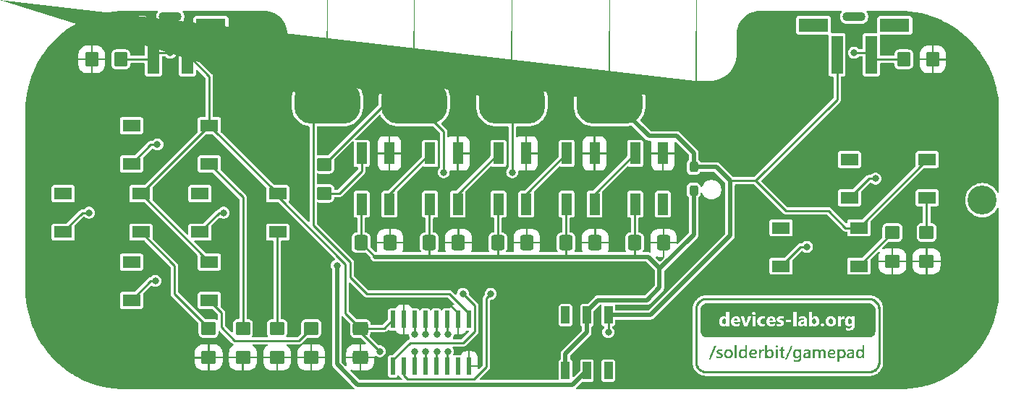
<source format=gtl>
G04 #@! TF.GenerationSoftware,KiCad,Pcbnew,8.0.2-1*
G04 #@! TF.CreationDate,2024-06-30T18:52:21+01:00*
G04 #@! TF.ProjectId,solderbit-gamepad,736f6c64-6572-4626-9974-2d67616d6570,v1.4*
G04 #@! TF.SameCoordinates,Original*
G04 #@! TF.FileFunction,Copper,L1,Top*
G04 #@! TF.FilePolarity,Positive*
%FSLAX46Y46*%
G04 Gerber Fmt 4.6, Leading zero omitted, Abs format (unit mm)*
G04 Created by KiCad (PCBNEW 8.0.2-1) date 2024-06-30 18:52:21*
%MOMM*%
%LPD*%
G01*
G04 APERTURE LIST*
G04 Aperture macros list*
%AMRoundRect*
0 Rectangle with rounded corners*
0 $1 Rounding radius*
0 $2 $3 $4 $5 $6 $7 $8 $9 X,Y pos of 4 corners*
0 Add a 4 corners polygon primitive as box body*
4,1,4,$2,$3,$4,$5,$6,$7,$8,$9,$2,$3,0*
0 Add four circle primitives for the rounded corners*
1,1,$1+$1,$2,$3*
1,1,$1+$1,$4,$5*
1,1,$1+$1,$6,$7*
1,1,$1+$1,$8,$9*
0 Add four rect primitives between the rounded corners*
20,1,$1+$1,$2,$3,$4,$5,0*
20,1,$1+$1,$4,$5,$6,$7,0*
20,1,$1+$1,$6,$7,$8,$9,0*
20,1,$1+$1,$8,$9,$2,$3,0*%
%AMFreePoly0*
4,1,51,0.468453,2.455718,0.772542,2.377641,1.064448,2.262068,1.339567,2.110820,1.593560,1.926283,1.822422,1.711368,2.022542,1.469463,2.190767,1.204384,2.324441,0.920311,2.421458,0.621725,2.480287,0.313333,2.500000,0.000000,2.480287,-0.313333,2.421458,-0.621725,2.324441,-0.920311,2.190767,-1.204384,2.022542,-1.469463,1.822422,-1.711368,1.593560,-1.926283,1.339567,-2.110820,
1.064448,-2.262068,0.772542,-2.377641,0.468453,-2.455718,0.156976,-2.495067,-0.156976,-2.495067,-0.468453,-2.455718,-0.772542,-2.377641,-1.064448,-2.262068,-1.339567,-2.110820,-1.593560,-1.926283,-1.822422,-1.711368,-2.022542,-1.469463,-2.190767,-1.204384,-2.324441,-0.920311,-2.421458,-0.621725,-2.480287,-0.313333,-2.500000,0.000000,-2.480287,0.313333,-2.421458,0.621725,-2.324441,0.920311,
-2.190767,1.204384,-2.022542,1.469463,-1.822422,1.711368,-1.593560,1.926283,-1.339567,2.110820,-1.064448,2.262068,-0.772542,2.377641,-0.468453,2.455718,-0.156976,2.495067,0.156976,2.495067,0.468453,2.455718,0.468453,2.455718,$1*%
G04 Aperture macros list end*
G04 #@! TA.AperFunction,EtchedComponent*
%ADD10C,0.000000*%
G04 #@! TD*
G04 #@! TA.AperFunction,SMDPad,CuDef*
%ADD11R,3.500000X1.600000*%
G04 #@! TD*
G04 #@! TA.AperFunction,ComponentPad*
%ADD12O,2.700000X1.100000*%
G04 #@! TD*
G04 #@! TA.AperFunction,SMDPad,CuDef*
%ADD13R,1.400000X4.500000*%
G04 #@! TD*
G04 #@! TA.AperFunction,SMDPad,CuDef*
%ADD14R,1.250000X2.550000*%
G04 #@! TD*
G04 #@! TA.AperFunction,SMDPad,CuDef*
%ADD15R,2.100000X1.400000*%
G04 #@! TD*
G04 #@! TA.AperFunction,SMDPad,CuDef*
%ADD16RoundRect,0.307693X-0.567307X0.492307X-0.567307X-0.492307X0.567307X-0.492307X0.567307X0.492307X0*%
G04 #@! TD*
G04 #@! TA.AperFunction,SMDPad,CuDef*
%ADD17RoundRect,0.307693X-0.492307X-0.567307X0.492307X-0.567307X0.492307X0.567307X-0.492307X0.567307X0*%
G04 #@! TD*
G04 #@! TA.AperFunction,SMDPad,CuDef*
%ADD18RoundRect,0.301886X-0.498114X-0.598114X0.498114X-0.598114X0.498114X0.598114X-0.498114X0.598114X0*%
G04 #@! TD*
G04 #@! TA.AperFunction,SMDPad,CuDef*
%ADD19RoundRect,0.307693X0.567307X-0.492307X0.567307X0.492307X-0.567307X0.492307X-0.567307X-0.492307X0*%
G04 #@! TD*
G04 #@! TA.AperFunction,SMDPad,CuDef*
%ADD20RoundRect,0.250000X-0.250000X0.375000X-0.250000X-0.375000X0.250000X-0.375000X0.250000X0.375000X0*%
G04 #@! TD*
G04 #@! TA.AperFunction,SMDPad,CuDef*
%ADD21RoundRect,0.301886X0.598114X-0.498114X0.598114X0.498114X-0.598114X0.498114X-0.598114X-0.498114X0*%
G04 #@! TD*
G04 #@! TA.AperFunction,SMDPad,CuDef*
%ADD22R,0.533400X2.010100*%
G04 #@! TD*
G04 #@! TA.AperFunction,SMDPad,CuDef*
%ADD23R,1.000000X2.000000*%
G04 #@! TD*
G04 #@! TA.AperFunction,ComponentPad*
%ADD24FreePoly0,0.000000*%
G04 #@! TD*
G04 #@! TA.AperFunction,ComponentPad*
%ADD25C,3.400000*%
G04 #@! TD*
G04 #@! TA.AperFunction,SMDPad,CuDef*
%ADD26RoundRect,0.307693X0.492307X0.567307X-0.492307X0.567307X-0.492307X-0.567307X0.492307X-0.567307X0*%
G04 #@! TD*
G04 #@! TA.AperFunction,ViaPad*
%ADD27C,0.800000*%
G04 #@! TD*
G04 #@! TA.AperFunction,Conductor*
%ADD28C,0.250000*%
G04 #@! TD*
G04 #@! TA.AperFunction,Conductor*
%ADD29C,0.500000*%
G04 #@! TD*
G04 APERTURE END LIST*
D10*
G04 #@! TA.AperFunction,EtchedComponent*
G36*
X130551747Y-76774819D02*
G01*
X130551747Y-77522348D01*
X130431822Y-77522348D01*
X130311898Y-77522348D01*
X130311898Y-76774819D01*
X130311898Y-76027290D01*
X130431822Y-76027290D01*
X130551747Y-76027290D01*
X130551747Y-76774819D01*
G37*
G04 #@! TD.AperFunction*
G04 #@! TA.AperFunction,EtchedComponent*
G36*
X135316745Y-77014449D02*
G01*
X135316745Y-77522348D01*
X135200759Y-77522348D01*
X135084772Y-77522348D01*
X135086830Y-77016667D01*
X135088889Y-76510985D01*
X135202817Y-76508767D01*
X135316745Y-76506549D01*
X135316745Y-77014449D01*
G37*
G04 #@! TD.AperFunction*
G04 #@! TA.AperFunction,EtchedComponent*
G36*
X130494527Y-72877943D02*
G01*
X130534970Y-72896240D01*
X130538027Y-72898317D01*
X130572950Y-72932545D01*
X130598046Y-72978884D01*
X130612896Y-73036515D01*
X130614352Y-73047212D01*
X130620843Y-73101133D01*
X130417401Y-73101133D01*
X130213960Y-73101133D01*
X130219056Y-73075650D01*
X130235573Y-73023849D01*
X130262609Y-72974056D01*
X130297273Y-72930269D01*
X130336676Y-72896489D01*
X130357028Y-72884709D01*
X130399767Y-72871742D01*
X130447530Y-72869632D01*
X130494527Y-72877943D01*
G37*
G04 #@! TD.AperFunction*
G04 #@! TA.AperFunction,EtchedComponent*
G36*
X134627923Y-72877943D02*
G01*
X134668366Y-72896240D01*
X134671424Y-72898317D01*
X134706346Y-72932545D01*
X134731442Y-72978884D01*
X134746292Y-73036515D01*
X134747748Y-73047212D01*
X134754239Y-73101133D01*
X134550798Y-73101133D01*
X134347356Y-73101133D01*
X134352452Y-73075650D01*
X134368969Y-73023849D01*
X134396005Y-72974056D01*
X134430669Y-72930269D01*
X134470072Y-72896489D01*
X134490425Y-72884709D01*
X134533164Y-72871742D01*
X134580926Y-72869632D01*
X134627923Y-72877943D01*
G37*
G04 #@! TD.AperFunction*
G04 #@! TA.AperFunction,EtchedComponent*
G36*
X135237995Y-76044440D02*
G01*
X135282620Y-76061257D01*
X135315467Y-76088558D01*
X135335845Y-76125516D01*
X135343059Y-76170632D01*
X135336476Y-76215580D01*
X135315956Y-76253173D01*
X135291061Y-76276344D01*
X135260134Y-76290563D01*
X135221079Y-76297779D01*
X135180305Y-76297647D01*
X135144222Y-76289825D01*
X135133118Y-76284789D01*
X135100363Y-76260487D01*
X135080314Y-76229281D01*
X135070991Y-76187999D01*
X135070687Y-76184626D01*
X135073725Y-76137977D01*
X135089782Y-76098573D01*
X135116903Y-76068053D01*
X135153132Y-76048055D01*
X135196513Y-76040217D01*
X135237995Y-76044440D01*
G37*
G04 #@! TD.AperFunction*
G04 #@! TA.AperFunction,EtchedComponent*
G36*
X138405274Y-73254281D02*
G01*
X138409380Y-73259861D01*
X138410788Y-73273013D01*
X138409973Y-73296848D01*
X138408378Y-73320954D01*
X138398350Y-73388345D01*
X138378264Y-73443846D01*
X138347521Y-73488462D01*
X138305521Y-73523197D01*
X138278879Y-73537760D01*
X138230452Y-73553078D01*
X138179306Y-73556098D01*
X138130927Y-73546689D01*
X138118189Y-73541612D01*
X138082334Y-73517769D01*
X138058193Y-73486083D01*
X138045600Y-73449414D01*
X138044390Y-73410625D01*
X138054399Y-73372575D01*
X138075460Y-73338126D01*
X138107409Y-73310139D01*
X138132285Y-73297418D01*
X138150488Y-73292159D01*
X138180712Y-73285543D01*
X138219115Y-73278208D01*
X138261854Y-73270795D01*
X138305085Y-73263944D01*
X138344965Y-73258295D01*
X138377652Y-73254487D01*
X138397993Y-73253163D01*
X138405274Y-73254281D01*
G37*
G04 #@! TD.AperFunction*
G04 #@! TA.AperFunction,EtchedComponent*
G36*
X141595501Y-72905317D02*
G01*
X141652142Y-72920775D01*
X141699362Y-72949136D01*
X141737032Y-72990300D01*
X141765022Y-73044165D01*
X141780762Y-73098227D01*
X141790288Y-73167157D01*
X141791206Y-73239050D01*
X141783936Y-73309366D01*
X141768901Y-73373566D01*
X141751082Y-73418442D01*
X141719294Y-73465144D01*
X141676963Y-73500781D01*
X141625733Y-73524639D01*
X141567247Y-73536004D01*
X141503149Y-73534164D01*
X141489287Y-73532060D01*
X141441716Y-73518333D01*
X141397558Y-73495574D01*
X141363677Y-73467664D01*
X141334843Y-73426061D01*
X141312653Y-73372899D01*
X141297688Y-73311416D01*
X141290531Y-73244848D01*
X141291762Y-73176434D01*
X141300520Y-73115972D01*
X141320651Y-73048362D01*
X141349751Y-72993911D01*
X141388110Y-72952350D01*
X141436020Y-72923407D01*
X141493772Y-72906812D01*
X141529570Y-72902865D01*
X141595501Y-72905317D01*
G37*
G04 #@! TD.AperFunction*
G04 #@! TA.AperFunction,EtchedComponent*
G36*
X139670168Y-72913493D02*
G01*
X139686560Y-72920293D01*
X139732169Y-72949459D01*
X139767725Y-72990022D01*
X139793460Y-73042431D01*
X139809605Y-73107131D01*
X139815824Y-73169090D01*
X139814791Y-73253266D01*
X139803517Y-73328005D01*
X139782458Y-73392544D01*
X139752067Y-73446121D01*
X139712798Y-73487972D01*
X139665106Y-73517334D01*
X139609445Y-73533444D01*
X139598048Y-73534939D01*
X139567176Y-73536075D01*
X139537020Y-73533822D01*
X139527833Y-73532127D01*
X139475776Y-73511873D01*
X139430351Y-73477944D01*
X139393367Y-73431910D01*
X139376795Y-73400944D01*
X139368903Y-73381205D01*
X139363377Y-73360222D01*
X139359673Y-73334254D01*
X139357246Y-73299560D01*
X139355641Y-73255547D01*
X139355088Y-73192853D01*
X139357736Y-73142277D01*
X139364101Y-73100177D01*
X139374703Y-73062907D01*
X139387348Y-73032481D01*
X139418235Y-72984107D01*
X139459208Y-72945805D01*
X139507578Y-72918585D01*
X139560654Y-72903454D01*
X139615747Y-72901420D01*
X139670168Y-72913493D01*
G37*
G04 #@! TD.AperFunction*
G04 #@! TA.AperFunction,EtchedComponent*
G36*
X129132156Y-72908746D02*
G01*
X129184256Y-72930084D01*
X129228754Y-72965444D01*
X129265425Y-73014686D01*
X129271268Y-73025181D01*
X129278945Y-73040204D01*
X129284508Y-73053938D01*
X129288297Y-73069252D01*
X129290648Y-73089014D01*
X129291900Y-73116091D01*
X129292390Y-73153353D01*
X129292456Y-73203667D01*
X129292455Y-73205068D01*
X129292315Y-73255963D01*
X129291737Y-73293839D01*
X129290384Y-73321667D01*
X129287917Y-73342418D01*
X129283995Y-73359061D01*
X129278280Y-73374569D01*
X129271351Y-73389952D01*
X129237980Y-73445927D01*
X129196749Y-73489205D01*
X129148934Y-73519066D01*
X129095809Y-73534788D01*
X129038648Y-73535650D01*
X129019323Y-73532592D01*
X128965728Y-73514255D01*
X128920576Y-73482933D01*
X128884368Y-73439522D01*
X128857608Y-73384917D01*
X128840798Y-73320013D01*
X128834442Y-73245705D01*
X128835355Y-73205068D01*
X128844957Y-73125762D01*
X128864036Y-73057441D01*
X128892116Y-73000712D01*
X128928721Y-72956181D01*
X128973376Y-72924458D01*
X129025607Y-72906149D01*
X129072679Y-72901569D01*
X129132156Y-72908746D01*
G37*
G04 #@! TD.AperFunction*
G04 #@! TA.AperFunction,EtchedComponent*
G36*
X143838188Y-72909055D02*
G01*
X143888459Y-72931603D01*
X143932747Y-72968380D01*
X143970152Y-73018782D01*
X143977241Y-73031400D01*
X143983804Y-73044739D01*
X143988554Y-73058300D01*
X143991782Y-73074879D01*
X143993776Y-73097270D01*
X143994829Y-73128270D01*
X143995230Y-73170676D01*
X143995278Y-73205068D01*
X143995170Y-73255942D01*
X143994621Y-73293794D01*
X143993292Y-73321593D01*
X143990844Y-73342306D01*
X143986940Y-73358903D01*
X143981242Y-73374350D01*
X143974210Y-73389911D01*
X143940741Y-73445932D01*
X143899451Y-73489231D01*
X143851604Y-73519092D01*
X143798466Y-73534800D01*
X143741300Y-73535640D01*
X143722062Y-73532592D01*
X143678077Y-73519365D01*
X143641823Y-73497262D01*
X143613370Y-73469897D01*
X143587171Y-73437631D01*
X143568761Y-73405613D01*
X143554997Y-73367595D01*
X143547678Y-73339380D01*
X143536837Y-73262185D01*
X143539644Y-73179326D01*
X143547284Y-73129249D01*
X143566620Y-73058756D01*
X143595074Y-73000899D01*
X143632349Y-72955963D01*
X143678147Y-72924238D01*
X143732170Y-72906010D01*
X143782837Y-72901337D01*
X143838188Y-72909055D01*
G37*
G04 #@! TD.AperFunction*
G04 #@! TA.AperFunction,EtchedComponent*
G36*
X133675949Y-76498485D02*
G01*
X133687771Y-76501144D01*
X133709758Y-76507292D01*
X133709758Y-76619070D01*
X133709571Y-76659268D01*
X133709060Y-76693050D01*
X133708294Y-76717555D01*
X133707345Y-76729918D01*
X133706988Y-76730847D01*
X133698801Y-76727556D01*
X133681968Y-76719397D01*
X133677007Y-76716873D01*
X133644682Y-76706708D01*
X133604011Y-76702884D01*
X133561266Y-76705261D01*
X133522717Y-76713698D01*
X133505886Y-76720708D01*
X133461381Y-76752290D01*
X133421994Y-76796218D01*
X133390136Y-76849077D01*
X133368216Y-76907453D01*
X133365087Y-76920159D01*
X133362939Y-76937197D01*
X133360752Y-76968090D01*
X133358610Y-77010701D01*
X133356598Y-77062894D01*
X133354801Y-77122536D01*
X133353303Y-77187489D01*
X133352395Y-77240526D01*
X133348316Y-77522348D01*
X133233163Y-77522348D01*
X133118011Y-77522348D01*
X133120069Y-77016667D01*
X133122128Y-76510985D01*
X133236056Y-76508767D01*
X133349984Y-76506549D01*
X133350377Y-76608704D01*
X133350771Y-76710859D01*
X133378796Y-76656247D01*
X133412108Y-76602777D01*
X133451963Y-76557658D01*
X133495404Y-76523971D01*
X133516309Y-76512925D01*
X133550075Y-76502700D01*
X133592528Y-76496569D01*
X133636782Y-76495006D01*
X133675949Y-76498485D01*
G37*
G04 #@! TD.AperFunction*
G04 #@! TA.AperFunction,EtchedComponent*
G36*
X128089862Y-76108767D02*
G01*
X128108949Y-76110303D01*
X128117950Y-76113141D01*
X128119020Y-76117002D01*
X128115268Y-76126091D01*
X128105884Y-76148766D01*
X128091357Y-76183841D01*
X128072179Y-76230133D01*
X128048842Y-76286456D01*
X128021836Y-76351626D01*
X127991653Y-76424457D01*
X127958783Y-76503765D01*
X127923718Y-76588365D01*
X127886950Y-76677071D01*
X127848968Y-76768701D01*
X127810265Y-76862067D01*
X127771332Y-76955986D01*
X127732659Y-77049273D01*
X127694738Y-77140743D01*
X127658060Y-77229211D01*
X127623116Y-77313493D01*
X127590397Y-77392403D01*
X127560395Y-77464756D01*
X127533600Y-77529368D01*
X127510505Y-77585055D01*
X127491599Y-77630630D01*
X127477374Y-77664910D01*
X127468322Y-77686709D01*
X127466021Y-77692241D01*
X127440214Y-77754202D01*
X127333279Y-77754202D01*
X127288309Y-77753858D01*
X127257466Y-77752706D01*
X127238897Y-77750567D01*
X127230753Y-77747261D01*
X127230241Y-77744208D01*
X127233755Y-77735622D01*
X127242974Y-77713216D01*
X127257502Y-77677948D01*
X127276945Y-77630780D01*
X127300905Y-77572671D01*
X127328988Y-77504580D01*
X127360797Y-77427467D01*
X127395936Y-77342293D01*
X127434009Y-77250016D01*
X127474621Y-77151597D01*
X127517376Y-77047995D01*
X127561878Y-76940170D01*
X127569078Y-76922726D01*
X127904018Y-76111237D01*
X128013592Y-76109007D01*
X128058730Y-76108385D01*
X128089862Y-76108767D01*
G37*
G04 #@! TD.AperFunction*
G04 #@! TA.AperFunction,EtchedComponent*
G36*
X137020237Y-76108767D02*
G01*
X137039323Y-76110303D01*
X137048324Y-76113141D01*
X137049394Y-76117002D01*
X137045643Y-76126091D01*
X137036258Y-76148766D01*
X137021732Y-76183841D01*
X137002554Y-76230133D01*
X136979217Y-76286456D01*
X136952211Y-76351626D01*
X136922027Y-76424457D01*
X136889158Y-76503765D01*
X136854093Y-76588365D01*
X136817324Y-76677071D01*
X136779343Y-76768701D01*
X136740640Y-76862067D01*
X136701706Y-76955986D01*
X136663033Y-77049273D01*
X136625112Y-77140743D01*
X136588434Y-77229211D01*
X136553490Y-77313493D01*
X136520772Y-77392403D01*
X136490769Y-77464756D01*
X136463975Y-77529368D01*
X136440879Y-77585055D01*
X136421973Y-77630630D01*
X136407749Y-77664910D01*
X136398696Y-77686709D01*
X136396395Y-77692241D01*
X136370588Y-77754202D01*
X136263653Y-77754202D01*
X136218684Y-77753858D01*
X136187840Y-77752706D01*
X136169272Y-77750567D01*
X136161127Y-77747261D01*
X136160616Y-77744208D01*
X136164129Y-77735622D01*
X136173348Y-77713216D01*
X136187877Y-77677948D01*
X136207320Y-77630780D01*
X136231280Y-77572671D01*
X136259362Y-77504580D01*
X136291171Y-77427467D01*
X136326310Y-77342293D01*
X136364384Y-77250016D01*
X136404996Y-77151597D01*
X136447751Y-77047995D01*
X136492253Y-76940170D01*
X136499453Y-76922726D01*
X136834392Y-76111237D01*
X136943967Y-76109007D01*
X136989105Y-76108385D01*
X137020237Y-76108767D01*
G37*
G04 #@! TD.AperFunction*
G04 #@! TA.AperFunction,EtchedComponent*
G36*
X135902032Y-76215325D02*
G01*
X135904735Y-76225764D01*
X135906604Y-76246240D01*
X135907752Y-76278405D01*
X135908292Y-76323913D01*
X135908373Y-76358226D01*
X135908373Y-76506988D01*
X136028297Y-76506988D01*
X136148222Y-76506988D01*
X136148222Y-76598716D01*
X136148222Y-76690445D01*
X136030296Y-76692657D01*
X135912370Y-76694869D01*
X135912370Y-76978691D01*
X135912413Y-77053931D01*
X135912602Y-77114912D01*
X135913023Y-77163366D01*
X135913764Y-77201024D01*
X135914914Y-77229617D01*
X135916559Y-77250876D01*
X135918788Y-77266532D01*
X135921689Y-77278317D01*
X135925348Y-77287961D01*
X135928360Y-77294269D01*
X135944733Y-77318161D01*
X135965367Y-77337734D01*
X135970442Y-77341040D01*
X136000321Y-77351581D01*
X136038077Y-77355934D01*
X136076798Y-77353992D01*
X136109575Y-77345649D01*
X136114696Y-77343261D01*
X136132442Y-77334676D01*
X136143245Y-77330537D01*
X136143827Y-77330469D01*
X136145566Y-77337935D01*
X136146979Y-77358217D01*
X136147915Y-77388142D01*
X136148222Y-77421441D01*
X136148222Y-77512413D01*
X136126235Y-77521495D01*
X136076604Y-77535887D01*
X136017020Y-77543246D01*
X135952021Y-77543311D01*
X135886140Y-77535817D01*
X135884388Y-77535507D01*
X135822752Y-77517386D01*
X135770316Y-77487252D01*
X135728419Y-77446157D01*
X135698399Y-77395152D01*
X135695068Y-77386882D01*
X135691573Y-77376180D01*
X135688668Y-77363044D01*
X135686282Y-77345892D01*
X135684342Y-77323144D01*
X135682777Y-77293219D01*
X135681513Y-77254536D01*
X135680479Y-77205513D01*
X135679604Y-77144570D01*
X135678814Y-77070125D01*
X135678372Y-77020664D01*
X135675553Y-76690872D01*
X135592089Y-76690872D01*
X135508624Y-76690872D01*
X135508624Y-76598930D01*
X135508624Y-76506988D01*
X135592572Y-76506988D01*
X135676519Y-76506988D01*
X135676519Y-76392168D01*
X135676519Y-76277347D01*
X135782452Y-76247213D01*
X135821899Y-76235924D01*
X135856199Y-76225983D01*
X135882217Y-76218306D01*
X135896817Y-76213813D01*
X135898379Y-76213271D01*
X135902032Y-76215325D01*
G37*
G04 #@! TD.AperFunction*
G04 #@! TA.AperFunction,EtchedComponent*
G36*
X129677466Y-76495277D02*
G01*
X129736138Y-76505718D01*
X129738771Y-76506389D01*
X129820160Y-76534867D01*
X129890944Y-76575287D01*
X129951010Y-76627527D01*
X130000247Y-76691466D01*
X130038542Y-76766981D01*
X130065785Y-76853949D01*
X130068653Y-76866761D01*
X130075446Y-76913143D01*
X130078941Y-76969508D01*
X130079155Y-77030199D01*
X130076104Y-77089558D01*
X130069806Y-77141925D01*
X130067795Y-77152918D01*
X130043216Y-77237458D01*
X130005232Y-77314209D01*
X129954975Y-77381968D01*
X129893581Y-77439528D01*
X129822181Y-77485684D01*
X129741911Y-77519231D01*
X129716273Y-77526656D01*
X129671965Y-77535036D01*
X129617676Y-77540507D01*
X129559178Y-77542895D01*
X129502245Y-77542027D01*
X129452649Y-77537729D01*
X129436449Y-77535068D01*
X129350348Y-77510843D01*
X129273564Y-77474136D01*
X129206693Y-77425867D01*
X129150328Y-77366953D01*
X129105063Y-77298313D01*
X129071493Y-77220865D01*
X129050212Y-77135530D01*
X129041814Y-77043224D01*
X129043840Y-77003987D01*
X129280585Y-77003987D01*
X129282729Y-77069104D01*
X129293746Y-77132431D01*
X129313694Y-77191775D01*
X129342633Y-77244940D01*
X129380623Y-77289732D01*
X129427723Y-77323958D01*
X129433753Y-77327131D01*
X129494969Y-77349410D01*
X129560781Y-77357419D01*
X129628345Y-77351039D01*
X129677441Y-77337120D01*
X129722193Y-77312522D01*
X129755645Y-77282317D01*
X129790095Y-77238293D01*
X129814962Y-77189064D01*
X129830874Y-77132363D01*
X129838459Y-77065923D01*
X129838346Y-76987479D01*
X129838205Y-76984376D01*
X129829843Y-76905482D01*
X129812492Y-76839211D01*
X129785761Y-76784699D01*
X129749255Y-76741086D01*
X129715449Y-76715151D01*
X129662914Y-76690672D01*
X129603366Y-76677796D01*
X129541069Y-76676789D01*
X129480285Y-76687919D01*
X129450730Y-76698575D01*
X129400883Y-76728352D01*
X129359552Y-76769505D01*
X129326798Y-76819839D01*
X129302679Y-76877160D01*
X129287255Y-76939274D01*
X129280585Y-77003987D01*
X129043840Y-77003987D01*
X129046893Y-76944867D01*
X129048167Y-76934718D01*
X129067369Y-76840939D01*
X129098683Y-76757331D01*
X129141834Y-76684216D01*
X129196545Y-76621918D01*
X129262540Y-76570760D01*
X129339543Y-76531065D01*
X129414060Y-76506420D01*
X129472304Y-76495699D01*
X129539592Y-76490268D01*
X129609965Y-76490127D01*
X129677466Y-76495277D01*
G37*
G04 #@! TD.AperFunction*
G04 #@! TA.AperFunction,EtchedComponent*
G36*
X132565644Y-76494763D02*
G01*
X132636716Y-76510575D01*
X132699556Y-76537934D01*
X132756316Y-76577649D01*
X132782740Y-76602046D01*
X132828565Y-76657585D01*
X132864123Y-76722684D01*
X132889722Y-76798255D01*
X132905675Y-76885212D01*
X132912255Y-76982688D01*
X132914259Y-77078628D01*
X132571371Y-77080713D01*
X132228483Y-77082799D01*
X132233232Y-77122904D01*
X132243341Y-77168077D01*
X132261712Y-77214312D01*
X132285598Y-77255865D01*
X132311413Y-77286245D01*
X132358937Y-77321858D01*
X132411078Y-77345869D01*
X132470855Y-77359307D01*
X132536837Y-77363221D01*
X132597800Y-77360685D01*
X132650960Y-77352103D01*
X132702805Y-77335930D01*
X132759828Y-77310622D01*
X132761650Y-77309723D01*
X132791989Y-77294853D01*
X132816477Y-77283087D01*
X132831923Y-77275946D01*
X132835604Y-77274504D01*
X132836669Y-77281973D01*
X132837536Y-77302272D01*
X132838112Y-77332244D01*
X132838306Y-77366312D01*
X132838306Y-77458119D01*
X132800129Y-77477465D01*
X132732124Y-77505299D01*
X132653885Y-77526192D01*
X132569834Y-77539597D01*
X132484395Y-77544965D01*
X132401989Y-77541746D01*
X132346687Y-77533738D01*
X132269080Y-77510537D01*
X132199120Y-77473793D01*
X132137827Y-77424516D01*
X132086221Y-77363715D01*
X132045322Y-77292400D01*
X132016150Y-77211579D01*
X132014410Y-77204952D01*
X131999332Y-77124273D01*
X131993380Y-77039146D01*
X131996372Y-76953963D01*
X132002077Y-76914731D01*
X132228910Y-76914731D01*
X132458766Y-76914731D01*
X132688623Y-76914731D01*
X132684232Y-76866309D01*
X132674087Y-76815735D01*
X132654342Y-76767104D01*
X132627496Y-76725767D01*
X132610094Y-76707622D01*
X132568127Y-76680882D01*
X132518517Y-76665655D01*
X132465087Y-76662309D01*
X132411662Y-76671212D01*
X132376064Y-76685055D01*
X132334007Y-76713808D01*
X132295742Y-76754630D01*
X132264015Y-76803633D01*
X132241570Y-76856931D01*
X132234352Y-76885722D01*
X132228910Y-76914731D01*
X132002077Y-76914731D01*
X132008128Y-76873114D01*
X132028467Y-76800990D01*
X132031331Y-76793498D01*
X132066972Y-76722355D01*
X132114676Y-76656506D01*
X132171676Y-76598986D01*
X132235207Y-76552831D01*
X132265851Y-76536257D01*
X132313708Y-76515253D01*
X132357749Y-76501350D01*
X132403660Y-76493333D01*
X132457129Y-76489991D01*
X132484189Y-76489689D01*
X132565644Y-76494763D01*
G37*
G04 #@! TD.AperFunction*
G04 #@! TA.AperFunction,EtchedComponent*
G36*
X141735868Y-76494763D02*
G01*
X141806940Y-76510575D01*
X141869780Y-76537934D01*
X141926539Y-76577649D01*
X141952963Y-76602046D01*
X141998789Y-76657585D01*
X142034346Y-76722684D01*
X142059946Y-76798255D01*
X142075898Y-76885212D01*
X142082478Y-76982688D01*
X142084482Y-77078628D01*
X141741594Y-77080713D01*
X141398706Y-77082799D01*
X141403456Y-77122904D01*
X141413564Y-77168077D01*
X141431936Y-77214312D01*
X141455821Y-77255865D01*
X141481636Y-77286245D01*
X141529160Y-77321858D01*
X141581301Y-77345869D01*
X141641079Y-77359307D01*
X141707060Y-77363221D01*
X141768024Y-77360685D01*
X141821183Y-77352103D01*
X141873029Y-77335930D01*
X141930051Y-77310622D01*
X141931874Y-77309723D01*
X141962212Y-77294853D01*
X141986700Y-77283087D01*
X142002146Y-77275946D01*
X142005827Y-77274504D01*
X142006892Y-77281973D01*
X142007759Y-77302272D01*
X142008336Y-77332244D01*
X142008530Y-77366312D01*
X142008530Y-77458119D01*
X141970352Y-77477465D01*
X141902348Y-77505299D01*
X141824108Y-77526192D01*
X141740058Y-77539597D01*
X141654618Y-77544965D01*
X141572212Y-77541746D01*
X141516911Y-77533738D01*
X141439304Y-77510537D01*
X141369344Y-77473793D01*
X141308051Y-77424516D01*
X141256444Y-77363715D01*
X141215546Y-77292400D01*
X141186374Y-77211579D01*
X141184633Y-77204952D01*
X141169556Y-77124273D01*
X141163603Y-77039146D01*
X141166595Y-76953963D01*
X141172300Y-76914731D01*
X141399133Y-76914731D01*
X141628990Y-76914731D01*
X141858846Y-76914731D01*
X141854456Y-76866309D01*
X141844311Y-76815735D01*
X141824566Y-76767104D01*
X141797720Y-76725767D01*
X141780317Y-76707622D01*
X141738351Y-76680882D01*
X141688740Y-76665655D01*
X141635311Y-76662309D01*
X141581886Y-76671212D01*
X141546287Y-76685055D01*
X141504230Y-76713808D01*
X141465966Y-76754630D01*
X141434238Y-76803633D01*
X141411794Y-76856931D01*
X141404575Y-76885722D01*
X141399133Y-76914731D01*
X141172300Y-76914731D01*
X141178351Y-76873114D01*
X141198691Y-76800990D01*
X141201554Y-76793498D01*
X141237195Y-76722355D01*
X141284899Y-76656506D01*
X141341900Y-76598986D01*
X141405430Y-76552831D01*
X141436074Y-76536257D01*
X141483931Y-76515253D01*
X141527972Y-76501350D01*
X141573883Y-76493333D01*
X141627353Y-76489991D01*
X141654412Y-76489689D01*
X141735868Y-76494763D01*
G37*
G04 #@! TD.AperFunction*
G04 #@! TA.AperFunction,EtchedComponent*
G36*
X142980683Y-76499726D02*
G01*
X143051411Y-76523905D01*
X143113700Y-76561102D01*
X143167019Y-76610838D01*
X143210842Y-76672638D01*
X143244638Y-76746026D01*
X143267878Y-76830524D01*
X143278834Y-76909470D01*
X143282193Y-77015622D01*
X143274097Y-77114321D01*
X143255037Y-77204777D01*
X143225502Y-77286197D01*
X143185982Y-77357790D01*
X143136965Y-77418765D01*
X143078943Y-77468331D01*
X143012404Y-77505696D01*
X142937838Y-77530069D01*
X142889948Y-77538071D01*
X142808369Y-77540519D01*
X142734057Y-77528730D01*
X142666958Y-77502683D01*
X142607016Y-77462355D01*
X142554176Y-77407724D01*
X142550013Y-77402424D01*
X142528380Y-77374441D01*
X142528291Y-77680249D01*
X142528203Y-77986056D01*
X142412234Y-77986056D01*
X142296265Y-77986056D01*
X142298306Y-77248521D01*
X142298895Y-77035730D01*
X142528203Y-77035730D01*
X142530628Y-77104755D01*
X142538474Y-77161225D01*
X142552597Y-77207908D01*
X142573855Y-77247573D01*
X142603101Y-77282990D01*
X142605370Y-77285281D01*
X142653855Y-77324393D01*
X142706339Y-77348380D01*
X142763531Y-77357395D01*
X142826143Y-77351588D01*
X142867522Y-77340760D01*
X142905222Y-77322067D01*
X142942710Y-77291832D01*
X142975800Y-77253999D01*
X142997656Y-77218167D01*
X143020959Y-77156205D01*
X143036140Y-77085337D01*
X143042836Y-77010594D01*
X143040687Y-76937005D01*
X143029329Y-76869599D01*
X143024049Y-76851264D01*
X142998001Y-76793114D01*
X142962057Y-76745938D01*
X142918276Y-76710197D01*
X142868719Y-76686353D01*
X142815445Y-76674866D01*
X142760515Y-76676198D01*
X142705989Y-76690810D01*
X142653927Y-76719162D01*
X142609348Y-76758458D01*
X142578054Y-76798994D01*
X142555010Y-76844866D01*
X142539499Y-76898525D01*
X142530804Y-76962425D01*
X142528203Y-77035730D01*
X142298895Y-77035730D01*
X142300346Y-76510985D01*
X142414274Y-76508767D01*
X142528203Y-76506549D01*
X142528203Y-76590715D01*
X142528927Y-76629210D01*
X142530963Y-76657224D01*
X142534106Y-76672597D01*
X142536198Y-76674882D01*
X142543962Y-76669012D01*
X142544193Y-76667180D01*
X142549332Y-76658258D01*
X142563080Y-76640919D01*
X142582927Y-76618239D01*
X142593107Y-76607187D01*
X142651040Y-76555804D01*
X142715006Y-76519188D01*
X142785341Y-76497166D01*
X142816021Y-76492324D01*
X142902043Y-76489040D01*
X142980683Y-76499726D01*
G37*
G04 #@! TD.AperFunction*
G04 #@! TA.AperFunction,EtchedComponent*
G36*
X131750991Y-76774819D02*
G01*
X131750991Y-77522348D01*
X131635064Y-77522348D01*
X131519137Y-77522348D01*
X131519137Y-77440620D01*
X131519008Y-77404167D01*
X131518315Y-77381554D01*
X131516600Y-77370627D01*
X131513407Y-77369238D01*
X131508276Y-77375234D01*
X131505951Y-77378659D01*
X131459416Y-77434652D01*
X131401607Y-77481629D01*
X131335927Y-77516921D01*
X131323261Y-77521928D01*
X131276953Y-77534366D01*
X131221664Y-77541786D01*
X131163696Y-77543867D01*
X131109351Y-77540292D01*
X131077347Y-77534382D01*
X131006759Y-77508583D01*
X130944240Y-77469659D01*
X130890339Y-77418599D01*
X130845608Y-77356389D01*
X130810596Y-77284018D01*
X130785854Y-77202473D01*
X130771932Y-77112742D01*
X130770477Y-77057471D01*
X131009641Y-77057471D01*
X131018090Y-77129393D01*
X131034207Y-77189297D01*
X131058864Y-77239635D01*
X131087540Y-77277123D01*
X131132572Y-77318050D01*
X131180516Y-77344478D01*
X131233173Y-77356887D01*
X131292345Y-77355757D01*
X131344911Y-77345598D01*
X131381429Y-77329934D01*
X131419166Y-77302883D01*
X131453635Y-77267992D01*
X131469239Y-77247247D01*
X131488477Y-77215510D01*
X131502697Y-77183492D01*
X131512572Y-77148020D01*
X131518774Y-77105923D01*
X131521978Y-77054028D01*
X131522856Y-76994681D01*
X131522768Y-76947103D01*
X131522108Y-76912170D01*
X131520440Y-76886535D01*
X131517331Y-76866854D01*
X131512347Y-76849781D01*
X131505054Y-76831971D01*
X131500423Y-76821781D01*
X131467239Y-76766141D01*
X131425105Y-76723716D01*
X131374217Y-76694641D01*
X131314772Y-76679053D01*
X131292419Y-76676835D01*
X131228224Y-76679884D01*
X131171152Y-76697186D01*
X131121706Y-76728437D01*
X131080389Y-76773334D01*
X131052314Y-76821412D01*
X131024356Y-76896556D01*
X131010377Y-76975316D01*
X131009641Y-77057471D01*
X130770477Y-77057471D01*
X130769381Y-77015813D01*
X130770980Y-76984535D01*
X130783877Y-76884527D01*
X130807927Y-76793916D01*
X130842750Y-76713463D01*
X130887967Y-76643925D01*
X130943196Y-76586063D01*
X130986674Y-76553516D01*
X131044529Y-76522061D01*
X131104936Y-76501890D01*
X131172145Y-76491848D01*
X131219326Y-76490201D01*
X131290784Y-76494182D01*
X131351067Y-76506899D01*
X131403089Y-76529520D01*
X131449760Y-76563212D01*
X131482235Y-76595592D01*
X131519137Y-76636637D01*
X131519137Y-76331963D01*
X131519137Y-76027290D01*
X131635064Y-76027290D01*
X131750991Y-76027290D01*
X131750991Y-76774819D01*
G37*
G04 #@! TD.AperFunction*
G04 #@! TA.AperFunction,EtchedComponent*
G36*
X145454359Y-76774819D02*
G01*
X145454359Y-77522348D01*
X145338432Y-77522348D01*
X145222505Y-77522348D01*
X145222505Y-77440620D01*
X145222376Y-77404167D01*
X145221683Y-77381554D01*
X145219968Y-77370627D01*
X145216775Y-77369238D01*
X145211644Y-77375234D01*
X145209319Y-77378659D01*
X145162784Y-77434652D01*
X145104975Y-77481629D01*
X145039295Y-77516921D01*
X145026629Y-77521928D01*
X144980321Y-77534366D01*
X144925032Y-77541786D01*
X144867064Y-77543867D01*
X144812719Y-77540292D01*
X144780715Y-77534382D01*
X144710127Y-77508583D01*
X144647608Y-77469659D01*
X144593707Y-77418599D01*
X144548976Y-77356389D01*
X144513964Y-77284018D01*
X144489222Y-77202473D01*
X144475300Y-77112742D01*
X144473845Y-77057471D01*
X144713009Y-77057471D01*
X144721458Y-77129393D01*
X144737575Y-77189297D01*
X144762232Y-77239635D01*
X144790908Y-77277123D01*
X144835940Y-77318050D01*
X144883884Y-77344478D01*
X144936541Y-77356887D01*
X144995713Y-77355757D01*
X145048279Y-77345598D01*
X145084797Y-77329934D01*
X145122533Y-77302883D01*
X145157003Y-77267992D01*
X145172607Y-77247247D01*
X145191845Y-77215510D01*
X145206065Y-77183492D01*
X145215940Y-77148020D01*
X145222142Y-77105923D01*
X145225346Y-77054028D01*
X145226224Y-76994681D01*
X145226136Y-76947103D01*
X145225476Y-76912170D01*
X145223808Y-76886535D01*
X145220699Y-76866854D01*
X145215715Y-76849781D01*
X145208422Y-76831971D01*
X145203791Y-76821781D01*
X145170607Y-76766141D01*
X145128473Y-76723716D01*
X145077585Y-76694641D01*
X145018140Y-76679053D01*
X144995787Y-76676835D01*
X144931592Y-76679884D01*
X144874520Y-76697186D01*
X144825074Y-76728437D01*
X144783757Y-76773334D01*
X144755682Y-76821412D01*
X144727724Y-76896556D01*
X144713745Y-76975316D01*
X144713009Y-77057471D01*
X144473845Y-77057471D01*
X144472749Y-77015813D01*
X144474348Y-76984535D01*
X144487245Y-76884527D01*
X144511295Y-76793916D01*
X144546118Y-76713463D01*
X144591335Y-76643925D01*
X144646564Y-76586063D01*
X144690042Y-76553516D01*
X144747897Y-76522061D01*
X144808304Y-76501890D01*
X144875513Y-76491848D01*
X144922694Y-76490201D01*
X144994151Y-76494182D01*
X145054435Y-76506899D01*
X145106457Y-76529520D01*
X145153128Y-76563212D01*
X145185603Y-76595592D01*
X145222505Y-76636637D01*
X145222505Y-76331963D01*
X145222505Y-76027290D01*
X145338432Y-76027290D01*
X145454359Y-76027290D01*
X145454359Y-76774819D01*
G37*
G04 #@! TD.AperFunction*
G04 #@! TA.AperFunction,EtchedComponent*
G36*
X134101511Y-76351086D02*
G01*
X134101707Y-76441036D01*
X134102289Y-76516911D01*
X134103249Y-76578363D01*
X134104577Y-76625048D01*
X134106267Y-76656619D01*
X134108308Y-76672729D01*
X134109506Y-76674882D01*
X134117271Y-76669012D01*
X134117501Y-76667180D01*
X134122641Y-76658258D01*
X134136388Y-76640919D01*
X134156235Y-76618239D01*
X134166416Y-76607187D01*
X134224572Y-76556027D01*
X134289911Y-76519123D01*
X134362261Y-76496536D01*
X134441451Y-76488322D01*
X134505256Y-76491632D01*
X134580998Y-76506938D01*
X134647429Y-76534995D01*
X134705075Y-76576182D01*
X134754460Y-76630877D01*
X134796111Y-76699460D01*
X134797804Y-76702864D01*
X134821469Y-76757635D01*
X134838115Y-76813389D01*
X134848531Y-76874156D01*
X134853506Y-76943966D01*
X134854210Y-76990683D01*
X134849523Y-77091399D01*
X134835325Y-77180781D01*
X134811139Y-77260689D01*
X134776491Y-77332982D01*
X134759632Y-77360129D01*
X134727788Y-77401063D01*
X134688543Y-77440927D01*
X134646514Y-77475567D01*
X134606315Y-77500828D01*
X134599875Y-77503946D01*
X134535208Y-77527021D01*
X134464672Y-77540829D01*
X134393627Y-77544784D01*
X134327432Y-77538301D01*
X134313377Y-77535252D01*
X134249831Y-77511826D01*
X134190482Y-77474147D01*
X134144539Y-77431257D01*
X134101511Y-77383709D01*
X134101511Y-77453029D01*
X134101511Y-77522348D01*
X133985584Y-77522348D01*
X133869657Y-77522348D01*
X133869657Y-77035730D01*
X134101511Y-77035730D01*
X134103936Y-77104755D01*
X134111782Y-77161225D01*
X134125906Y-77207908D01*
X134147163Y-77247573D01*
X134176410Y-77282990D01*
X134178678Y-77285281D01*
X134227163Y-77324393D01*
X134279647Y-77348380D01*
X134336839Y-77357395D01*
X134399451Y-77351588D01*
X134440830Y-77340760D01*
X134478530Y-77322067D01*
X134516018Y-77291832D01*
X134549108Y-77253999D01*
X134570964Y-77218167D01*
X134594267Y-77156205D01*
X134609448Y-77085337D01*
X134616145Y-77010594D01*
X134613995Y-76937005D01*
X134602637Y-76869599D01*
X134597357Y-76851264D01*
X134571309Y-76793114D01*
X134535365Y-76745938D01*
X134491584Y-76710197D01*
X134442027Y-76686353D01*
X134388753Y-76674866D01*
X134333823Y-76676198D01*
X134279297Y-76690810D01*
X134227235Y-76719162D01*
X134182656Y-76758458D01*
X134151362Y-76798994D01*
X134128318Y-76844866D01*
X134112808Y-76898525D01*
X134104112Y-76962425D01*
X134101511Y-77035730D01*
X133869657Y-77035730D01*
X133869657Y-76774819D01*
X133869657Y-76027290D01*
X133985584Y-76027290D01*
X134101511Y-76027290D01*
X134101511Y-76351086D01*
G37*
G04 #@! TD.AperFunction*
G04 #@! TA.AperFunction,EtchedComponent*
G36*
X128642009Y-76490985D02*
G01*
X128711306Y-76496612D01*
X128774848Y-76507216D01*
X128827020Y-76522289D01*
X128848820Y-76530577D01*
X128848820Y-76630712D01*
X128848538Y-76668611D01*
X128847771Y-76699933D01*
X128846630Y-76721653D01*
X128845229Y-76730747D01*
X128845061Y-76730847D01*
X128836571Y-76727491D01*
X128817896Y-76718686D01*
X128793053Y-76706328D01*
X128792689Y-76706143D01*
X128745876Y-76687195D01*
X128691222Y-76672608D01*
X128635131Y-76663628D01*
X128584005Y-76661504D01*
X128568996Y-76662554D01*
X128527451Y-76670942D01*
X128487967Y-76685873D01*
X128454984Y-76705185D01*
X128432942Y-76726718D01*
X128431020Y-76729723D01*
X128417859Y-76766364D01*
X128419406Y-76803865D01*
X128435322Y-76838346D01*
X128441138Y-76845622D01*
X128451894Y-76856644D01*
X128464899Y-76866828D01*
X128482348Y-76877264D01*
X128506434Y-76889042D01*
X128539352Y-76903249D01*
X128583295Y-76920976D01*
X128628958Y-76938849D01*
X128708769Y-76973908D01*
X128773420Y-77011375D01*
X128823633Y-77051821D01*
X128860131Y-77095814D01*
X128881426Y-77137775D01*
X128891810Y-77178802D01*
X128896206Y-77226926D01*
X128894777Y-77276615D01*
X128887685Y-77322336D01*
X128875089Y-77358557D01*
X128874979Y-77358771D01*
X128841314Y-77407730D01*
X128794918Y-77451758D01*
X128738866Y-77488348D01*
X128688658Y-77510751D01*
X128625214Y-77528288D01*
X128551937Y-77539602D01*
X128473859Y-77544371D01*
X128396008Y-77542274D01*
X128328043Y-77533846D01*
X128290507Y-77525828D01*
X128251921Y-77515642D01*
X128222110Y-77506006D01*
X128177243Y-77489220D01*
X128177243Y-77387192D01*
X128177621Y-77348334D01*
X128178654Y-77315460D01*
X128180191Y-77291769D01*
X128182078Y-77280460D01*
X128182336Y-77280071D01*
X128191607Y-77280631D01*
X128207180Y-77288914D01*
X128208320Y-77289705D01*
X128279334Y-77330108D01*
X128357305Y-77356443D01*
X128440986Y-77368366D01*
X128494114Y-77368425D01*
X128555490Y-77361428D01*
X128602885Y-77347123D01*
X128636665Y-77325262D01*
X128657193Y-77295600D01*
X128664836Y-77257891D01*
X128664905Y-77253283D01*
X128660643Y-77221571D01*
X128646984Y-77193772D01*
X128622523Y-77168661D01*
X128585851Y-77145006D01*
X128535564Y-77121581D01*
X128497041Y-77106675D01*
X128415044Y-77074332D01*
X128347774Y-77042260D01*
X128294033Y-77009311D01*
X128252623Y-76974337D01*
X128222343Y-76936189D01*
X128201994Y-76893719D01*
X128190379Y-76845780D01*
X128186867Y-76809680D01*
X128186776Y-76754217D01*
X128193826Y-76709353D01*
X128209547Y-76670717D01*
X128235465Y-76633935D01*
X128256151Y-76611340D01*
X128301948Y-76571028D01*
X128352561Y-76540132D01*
X128412284Y-76516291D01*
X128447839Y-76506036D01*
X128505450Y-76495491D01*
X128571782Y-76490542D01*
X128642009Y-76490985D01*
G37*
G04 #@! TD.AperFunction*
G04 #@! TA.AperFunction,EtchedComponent*
G36*
X140678940Y-76491731D02*
G01*
X140747184Y-76506313D01*
X140806013Y-76533789D01*
X140855313Y-76574044D01*
X140894969Y-76626966D01*
X140924866Y-76692439D01*
X140941339Y-76752155D01*
X140944280Y-76769392D01*
X140946715Y-76791792D01*
X140948686Y-76820795D01*
X140950234Y-76857839D01*
X140951399Y-76904366D01*
X140952223Y-76961814D01*
X140952745Y-77031624D01*
X140953008Y-77115236D01*
X140953056Y-77164574D01*
X140953195Y-77522348D01*
X140837805Y-77522348D01*
X140722416Y-77522348D01*
X140719696Y-77180564D01*
X140719019Y-77097672D01*
X140718369Y-77029157D01*
X140717656Y-76973404D01*
X140716791Y-76928799D01*
X140715684Y-76893730D01*
X140714243Y-76866582D01*
X140712381Y-76845743D01*
X140710005Y-76829598D01*
X140707028Y-76816534D01*
X140703357Y-76804937D01*
X140698905Y-76793194D01*
X140697961Y-76790809D01*
X140671917Y-76741774D01*
X140637790Y-76706453D01*
X140594950Y-76684414D01*
X140542766Y-76675224D01*
X140529060Y-76674882D01*
X140482731Y-76682554D01*
X140439494Y-76704457D01*
X140400741Y-76738926D01*
X140367864Y-76784291D01*
X140342254Y-76838886D01*
X140325303Y-76901043D01*
X140321816Y-76923164D01*
X140319935Y-76945675D01*
X140318205Y-76981751D01*
X140316683Y-77028967D01*
X140315430Y-77084897D01*
X140314502Y-77147118D01*
X140313960Y-77213203D01*
X140313844Y-77252518D01*
X140313598Y-77522348D01*
X140198140Y-77522348D01*
X140082682Y-77522348D01*
X140079893Y-77180564D01*
X140079145Y-77096137D01*
X140078356Y-77026153D01*
X140077460Y-76969061D01*
X140076388Y-76923314D01*
X140075071Y-76887363D01*
X140073441Y-76859660D01*
X140071431Y-76838656D01*
X140068971Y-76822803D01*
X140065994Y-76810553D01*
X140063212Y-76802354D01*
X140036850Y-76752318D01*
X140001083Y-76713690D01*
X139957579Y-76687710D01*
X139908006Y-76675617D01*
X139891714Y-76674882D01*
X139838934Y-76682158D01*
X139792584Y-76704027D01*
X139752560Y-76740552D01*
X139729927Y-76772119D01*
X139718045Y-76792135D01*
X139708186Y-76811191D01*
X139700140Y-76830996D01*
X139693698Y-76853264D01*
X139688650Y-76879707D01*
X139684787Y-76912037D01*
X139681899Y-76951966D01*
X139679776Y-77001206D01*
X139678209Y-77061470D01*
X139676988Y-77134468D01*
X139676011Y-77212543D01*
X139672440Y-77522348D01*
X139557234Y-77522348D01*
X139442027Y-77522348D01*
X139444086Y-77016667D01*
X139446144Y-76510985D01*
X139560072Y-76508767D01*
X139674001Y-76506549D01*
X139674001Y-76582720D01*
X139674796Y-76618619D01*
X139677010Y-76644413D01*
X139680388Y-76657657D01*
X139681996Y-76658892D01*
X139689766Y-76653637D01*
X139689990Y-76652023D01*
X139695526Y-76640743D01*
X139710037Y-76622341D01*
X139730380Y-76600130D01*
X139753410Y-76577418D01*
X139775985Y-76557516D01*
X139789457Y-76547286D01*
X139839933Y-76520454D01*
X139899907Y-76501178D01*
X139964328Y-76490382D01*
X140028144Y-76488987D01*
X140074850Y-76495148D01*
X140126779Y-76513553D01*
X140177440Y-76544460D01*
X140222732Y-76584635D01*
X140258554Y-76630845D01*
X140267865Y-76647391D01*
X140287151Y-76685339D01*
X140311629Y-76650129D01*
X140362399Y-76589592D01*
X140420695Y-76543153D01*
X140486434Y-76510850D01*
X140559530Y-76492718D01*
X140639902Y-76488794D01*
X140678940Y-76491731D01*
G37*
G04 #@! TD.AperFunction*
G04 #@! TA.AperFunction,EtchedComponent*
G36*
X138838475Y-76491665D02*
G01*
X138884616Y-76495909D01*
X138901578Y-76498804D01*
X138967423Y-76518798D01*
X139026271Y-76549189D01*
X139075626Y-76588264D01*
X139112992Y-76634309D01*
X139121993Y-76650200D01*
X139131386Y-76669209D01*
X139139295Y-76687343D01*
X139145861Y-76706155D01*
X139151229Y-76727194D01*
X139155543Y-76752015D01*
X139158947Y-76782167D01*
X139161584Y-76819203D01*
X139163597Y-76864675D01*
X139165132Y-76920134D01*
X139166330Y-76987132D01*
X139167338Y-77067220D01*
X139168168Y-77148584D01*
X139171784Y-77522348D01*
X139055424Y-77522348D01*
X138939064Y-77522348D01*
X138936765Y-77449953D01*
X138934466Y-77377557D01*
X138904756Y-77417402D01*
X138860362Y-77464469D01*
X138804712Y-77503188D01*
X138759329Y-77524525D01*
X138720211Y-77535047D01*
X138671605Y-77541488D01*
X138619562Y-77543541D01*
X138570131Y-77540898D01*
X138538716Y-77535721D01*
X138472423Y-77513018D01*
X138417019Y-77478922D01*
X138373089Y-77434270D01*
X138341219Y-77379897D01*
X138321995Y-77316640D01*
X138316003Y-77245333D01*
X138317082Y-77219420D01*
X138319625Y-77203019D01*
X138539206Y-77203019D01*
X138540857Y-77247367D01*
X138554897Y-77286464D01*
X138579648Y-77319094D01*
X138613434Y-77344037D01*
X138654580Y-77360078D01*
X138701408Y-77365998D01*
X138752242Y-77360581D01*
X138805408Y-77342608D01*
X138808457Y-77341188D01*
X138857089Y-77309813D01*
X138894632Y-77267173D01*
X138920812Y-77213779D01*
X138935354Y-77150145D01*
X138938464Y-77098377D01*
X138938293Y-77064342D01*
X138937269Y-77043396D01*
X138934627Y-77032640D01*
X138929599Y-77029173D01*
X138921419Y-77030095D01*
X138920475Y-77030300D01*
X138906212Y-77032827D01*
X138879568Y-77037021D01*
X138843998Y-77042357D01*
X138802961Y-77048308D01*
X138790557Y-77050071D01*
X138723024Y-77060713D01*
X138669588Y-77071920D01*
X138628360Y-77084520D01*
X138597448Y-77099340D01*
X138574963Y-77117207D01*
X138559013Y-77138949D01*
X138551617Y-77154639D01*
X138539206Y-77203019D01*
X138319625Y-77203019D01*
X138328075Y-77148532D01*
X138350586Y-77087820D01*
X138385295Y-77036448D01*
X138432884Y-76993577D01*
X138494033Y-76958370D01*
X138546273Y-76937491D01*
X138563562Y-76933059D01*
X138593629Y-76926894D01*
X138633420Y-76919493D01*
X138679880Y-76911354D01*
X138729954Y-76902975D01*
X138780586Y-76894852D01*
X138828722Y-76887484D01*
X138871307Y-76881367D01*
X138905286Y-76877000D01*
X138927603Y-76874880D01*
X138931513Y-76874756D01*
X138936854Y-76867692D01*
X138938193Y-76849095D01*
X138935733Y-76822860D01*
X138929676Y-76792882D01*
X138926691Y-76782048D01*
X138905779Y-76736791D01*
X138873229Y-76702444D01*
X138829158Y-76679079D01*
X138773683Y-76666767D01*
X138734592Y-76664716D01*
X138652872Y-76671948D01*
X138573671Y-76692898D01*
X138500391Y-76726414D01*
X138447673Y-76762011D01*
X138429269Y-76776273D01*
X138416677Y-76785240D01*
X138413694Y-76786812D01*
X138412610Y-76779315D01*
X138411711Y-76758815D01*
X138411080Y-76728299D01*
X138410802Y-76690753D01*
X138410796Y-76684138D01*
X138410796Y-76581464D01*
X138472757Y-76553138D01*
X138508447Y-76536971D01*
X138534676Y-76525854D01*
X138556495Y-76518118D01*
X138578954Y-76512093D01*
X138607102Y-76506110D01*
X138626660Y-76502267D01*
X138673122Y-76495613D01*
X138727438Y-76491584D01*
X138784319Y-76490246D01*
X138838475Y-76491665D01*
G37*
G04 #@! TD.AperFunction*
G04 #@! TA.AperFunction,EtchedComponent*
G36*
X143939262Y-76491665D02*
G01*
X143985403Y-76495909D01*
X144002365Y-76498804D01*
X144068210Y-76518798D01*
X144127058Y-76549189D01*
X144176413Y-76588264D01*
X144213779Y-76634309D01*
X144222779Y-76650200D01*
X144232173Y-76669209D01*
X144240082Y-76687343D01*
X144246648Y-76706155D01*
X144252016Y-76727194D01*
X144256330Y-76752015D01*
X144259734Y-76782167D01*
X144262370Y-76819203D01*
X144264384Y-76864675D01*
X144265918Y-76920134D01*
X144267117Y-76987132D01*
X144268125Y-77067220D01*
X144268955Y-77148584D01*
X144272571Y-77522348D01*
X144156211Y-77522348D01*
X144039851Y-77522348D01*
X144037552Y-77449953D01*
X144035253Y-77377557D01*
X144005543Y-77417402D01*
X143961149Y-77464469D01*
X143905499Y-77503188D01*
X143860116Y-77524525D01*
X143820998Y-77535047D01*
X143772392Y-77541488D01*
X143720349Y-77543541D01*
X143670918Y-77540898D01*
X143639503Y-77535721D01*
X143573210Y-77513018D01*
X143517806Y-77478922D01*
X143473876Y-77434270D01*
X143442006Y-77379897D01*
X143422782Y-77316640D01*
X143416790Y-77245333D01*
X143417869Y-77219420D01*
X143420412Y-77203019D01*
X143639992Y-77203019D01*
X143641644Y-77247367D01*
X143655684Y-77286464D01*
X143680435Y-77319094D01*
X143714221Y-77344037D01*
X143755367Y-77360078D01*
X143802195Y-77365998D01*
X143853029Y-77360581D01*
X143906195Y-77342608D01*
X143909243Y-77341188D01*
X143957876Y-77309813D01*
X143995419Y-77267173D01*
X144021599Y-77213779D01*
X144036141Y-77150145D01*
X144039251Y-77098377D01*
X144039080Y-77064342D01*
X144038056Y-77043396D01*
X144035414Y-77032640D01*
X144030386Y-77029173D01*
X144022206Y-77030095D01*
X144021262Y-77030300D01*
X144006999Y-77032827D01*
X143980355Y-77037021D01*
X143944785Y-77042357D01*
X143903748Y-77048308D01*
X143891344Y-77050071D01*
X143823811Y-77060713D01*
X143770375Y-77071920D01*
X143729147Y-77084520D01*
X143698235Y-77099340D01*
X143675750Y-77117207D01*
X143659800Y-77138949D01*
X143652404Y-77154639D01*
X143639992Y-77203019D01*
X143420412Y-77203019D01*
X143428862Y-77148532D01*
X143451373Y-77087820D01*
X143486082Y-77036448D01*
X143533671Y-76993577D01*
X143594820Y-76958370D01*
X143647060Y-76937491D01*
X143664349Y-76933059D01*
X143694416Y-76926894D01*
X143734207Y-76919493D01*
X143780667Y-76911354D01*
X143830741Y-76902975D01*
X143881373Y-76894852D01*
X143929509Y-76887484D01*
X143972094Y-76881367D01*
X144006073Y-76877000D01*
X144028390Y-76874880D01*
X144032300Y-76874756D01*
X144037641Y-76867692D01*
X144038980Y-76849095D01*
X144036520Y-76822860D01*
X144030463Y-76792882D01*
X144027477Y-76782048D01*
X144006566Y-76736791D01*
X143974016Y-76702444D01*
X143929945Y-76679079D01*
X143874470Y-76666767D01*
X143835379Y-76664716D01*
X143753659Y-76671948D01*
X143674458Y-76692898D01*
X143601178Y-76726414D01*
X143548460Y-76762011D01*
X143530056Y-76776273D01*
X143517464Y-76785240D01*
X143514481Y-76786812D01*
X143513397Y-76779315D01*
X143512497Y-76758815D01*
X143511867Y-76728299D01*
X143511589Y-76690753D01*
X143511583Y-76684138D01*
X143511583Y-76581464D01*
X143573544Y-76553138D01*
X143609233Y-76536971D01*
X143635463Y-76525854D01*
X143657282Y-76518118D01*
X143679741Y-76512093D01*
X143707889Y-76506110D01*
X143727447Y-76502267D01*
X143773909Y-76495613D01*
X143828225Y-76491584D01*
X143885106Y-76490246D01*
X143939262Y-76491665D01*
G37*
G04 #@! TD.AperFunction*
G04 #@! TA.AperFunction,EtchedComponent*
G36*
X137621915Y-76492580D02*
G01*
X137662904Y-76498227D01*
X137677179Y-76501807D01*
X137741246Y-76529327D01*
X137797619Y-76570651D01*
X137821896Y-76595208D01*
X137858454Y-76635869D01*
X137860798Y-76573427D01*
X137863141Y-76510985D01*
X137979068Y-76510985D01*
X138094995Y-76510985D01*
X138097177Y-76958703D01*
X138097585Y-77077777D01*
X138097544Y-77182060D01*
X138097008Y-77272744D01*
X138095931Y-77351025D01*
X138094269Y-77418096D01*
X138091975Y-77475149D01*
X138089004Y-77523380D01*
X138085310Y-77563981D01*
X138080849Y-77598146D01*
X138075575Y-77627068D01*
X138070996Y-77646270D01*
X138041636Y-77729229D01*
X138000546Y-77801336D01*
X137947881Y-77862440D01*
X137883791Y-77912392D01*
X137808430Y-77951040D01*
X137739219Y-77973959D01*
X137702786Y-77980833D01*
X137654538Y-77986074D01*
X137598574Y-77989597D01*
X137538994Y-77991314D01*
X137479899Y-77991137D01*
X137425387Y-77988981D01*
X137379559Y-77984758D01*
X137361853Y-77981971D01*
X137322060Y-77973210D01*
X137279179Y-77961863D01*
X137245926Y-77951518D01*
X137191564Y-77932694D01*
X137189333Y-77827458D01*
X137189015Y-77788547D01*
X137189713Y-77756134D01*
X137191292Y-77733167D01*
X137193615Y-77722593D01*
X137194204Y-77722222D01*
X137204296Y-77725382D01*
X137224977Y-77733796D01*
X137252388Y-77745868D01*
X137262444Y-77750471D01*
X137342375Y-77781366D01*
X137422482Y-77800942D01*
X137500830Y-77809307D01*
X137575487Y-77806573D01*
X137644516Y-77792848D01*
X137705984Y-77768243D01*
X137757956Y-77732866D01*
X137769894Y-77721699D01*
X137803486Y-77682370D01*
X137828329Y-77639211D01*
X137845292Y-77589524D01*
X137855241Y-77530610D01*
X137859044Y-77459773D01*
X137859144Y-77444224D01*
X137859020Y-77406809D01*
X137858361Y-77383250D01*
X137856738Y-77371415D01*
X137853724Y-77369170D01*
X137848887Y-77374382D01*
X137845958Y-77378659D01*
X137797788Y-77436858D01*
X137739283Y-77483442D01*
X137671919Y-77517575D01*
X137597174Y-77538418D01*
X137554644Y-77543824D01*
X137473652Y-77543012D01*
X137399166Y-77528163D01*
X137331795Y-77500102D01*
X137272144Y-77459656D01*
X137220821Y-77407650D01*
X137178434Y-77344908D01*
X137145589Y-77272255D01*
X137122894Y-77190519D01*
X137110956Y-77100523D01*
X137110523Y-77027077D01*
X137348131Y-77027077D01*
X137352674Y-77096689D01*
X137366586Y-77163338D01*
X137390232Y-77224150D01*
X137390656Y-77224991D01*
X137410190Y-77255384D01*
X137436991Y-77286653D01*
X137466698Y-77314445D01*
X137494946Y-77334408D01*
X137505428Y-77339452D01*
X137560394Y-77353159D01*
X137619986Y-77354921D01*
X137678516Y-77345008D01*
X137719909Y-77329275D01*
X137768505Y-77296245D01*
X137807367Y-77250644D01*
X137836432Y-77192633D01*
X137855637Y-77122375D01*
X137864922Y-77040030D01*
X137864593Y-76952632D01*
X137858712Y-76890846D01*
X137847121Y-76840621D01*
X137828468Y-76798131D01*
X137801398Y-76759552D01*
X137792742Y-76749612D01*
X137749267Y-76712796D01*
X137698378Y-76688398D01*
X137642881Y-76676534D01*
X137585583Y-76677325D01*
X137529289Y-76690888D01*
X137476806Y-76717343D01*
X137453101Y-76735244D01*
X137416304Y-76776528D01*
X137387042Y-76829229D01*
X137365682Y-76890471D01*
X137352589Y-76957380D01*
X137348131Y-77027077D01*
X137110523Y-77027077D01*
X137110382Y-77003093D01*
X137115152Y-76946450D01*
X137132538Y-76848299D01*
X137160702Y-76760812D01*
X137199313Y-76684444D01*
X137248040Y-76619652D01*
X137306551Y-76566892D01*
X137374516Y-76526618D01*
X137437252Y-76503178D01*
X137475426Y-76495614D01*
X137522627Y-76491304D01*
X137573306Y-76490283D01*
X137621915Y-76492580D01*
G37*
G04 #@! TD.AperFunction*
G04 #@! TA.AperFunction,EtchedComponent*
G36*
X131285818Y-70480195D02*
G01*
X131580598Y-70480212D01*
X131887998Y-70480239D01*
X132208283Y-70480277D01*
X132541715Y-70480324D01*
X132888557Y-70480380D01*
X133249073Y-70480446D01*
X133623526Y-70480521D01*
X134012179Y-70480604D01*
X134415296Y-70480696D01*
X134833138Y-70480797D01*
X135265971Y-70480905D01*
X135714056Y-70481021D01*
X136177658Y-70481144D01*
X136559962Y-70481248D01*
X137036250Y-70481380D01*
X137496810Y-70481510D01*
X137941903Y-70481640D01*
X138371791Y-70481769D01*
X138786736Y-70481898D01*
X139187000Y-70482027D01*
X139572843Y-70482156D01*
X139944529Y-70482287D01*
X140302317Y-70482420D01*
X140646471Y-70482554D01*
X140977252Y-70482691D01*
X141294921Y-70482830D01*
X141599740Y-70482972D01*
X141891971Y-70483118D01*
X142171875Y-70483268D01*
X142439715Y-70483422D01*
X142695751Y-70483581D01*
X142940246Y-70483745D01*
X143173461Y-70483914D01*
X143395657Y-70484090D01*
X143607097Y-70484271D01*
X143808043Y-70484460D01*
X143998755Y-70484655D01*
X144179495Y-70484859D01*
X144350526Y-70485070D01*
X144512109Y-70485289D01*
X144664505Y-70485517D01*
X144807976Y-70485755D01*
X144942784Y-70486002D01*
X145069191Y-70486259D01*
X145187458Y-70486526D01*
X145297846Y-70486804D01*
X145400618Y-70487094D01*
X145496036Y-70487394D01*
X145584360Y-70487707D01*
X145665852Y-70488033D01*
X145740775Y-70488371D01*
X145809390Y-70488722D01*
X145871958Y-70489087D01*
X145928742Y-70489466D01*
X145980002Y-70489859D01*
X146026001Y-70490267D01*
X146067000Y-70490691D01*
X146103261Y-70491130D01*
X146135045Y-70491585D01*
X146162615Y-70492057D01*
X146186232Y-70492545D01*
X146206157Y-70493051D01*
X146222652Y-70493574D01*
X146235980Y-70494115D01*
X146246401Y-70494675D01*
X146254177Y-70495254D01*
X146259570Y-70495852D01*
X146261851Y-70496236D01*
X146403382Y-70530838D01*
X146532799Y-70574246D01*
X146651914Y-70627414D01*
X146762543Y-70691294D01*
X146866498Y-70766841D01*
X146965593Y-70855008D01*
X146989392Y-70878699D01*
X147084226Y-70986263D01*
X147166358Y-71102922D01*
X147235086Y-71227430D01*
X147289709Y-71358539D01*
X147324505Y-71474158D01*
X147327895Y-71487415D01*
X147331094Y-71499582D01*
X147334107Y-71511133D01*
X147336938Y-71522540D01*
X147339593Y-71534276D01*
X147342078Y-71546814D01*
X147344397Y-71560627D01*
X147346555Y-71576187D01*
X147348558Y-71593968D01*
X147350411Y-71614441D01*
X147352119Y-71638080D01*
X147353687Y-71665358D01*
X147355121Y-71696747D01*
X147356426Y-71732719D01*
X147357607Y-71773749D01*
X147358668Y-71820308D01*
X147359616Y-71872870D01*
X147360456Y-71931907D01*
X147361192Y-71997891D01*
X147361829Y-72071296D01*
X147362374Y-72152595D01*
X147362832Y-72242259D01*
X147363206Y-72340763D01*
X147363504Y-72448578D01*
X147363729Y-72566178D01*
X147363887Y-72694035D01*
X147363983Y-72832622D01*
X147364023Y-72982412D01*
X147364011Y-73143878D01*
X147363953Y-73317491D01*
X147363854Y-73503726D01*
X147363719Y-73703055D01*
X147363554Y-73915950D01*
X147363363Y-74142885D01*
X147363152Y-74384332D01*
X147362926Y-74640764D01*
X147362690Y-74912653D01*
X147362660Y-74947970D01*
X147362435Y-75219253D01*
X147362230Y-75475022D01*
X147362041Y-75715750D01*
X147361860Y-75941914D01*
X147361682Y-76153988D01*
X147361499Y-76352447D01*
X147361307Y-76537766D01*
X147361099Y-76710420D01*
X147360868Y-76870885D01*
X147360609Y-77019634D01*
X147360316Y-77157144D01*
X147359981Y-77283890D01*
X147359600Y-77400345D01*
X147359165Y-77506986D01*
X147358672Y-77604287D01*
X147358113Y-77692723D01*
X147357482Y-77772769D01*
X147356774Y-77844901D01*
X147355981Y-77909593D01*
X147355099Y-77967321D01*
X147354120Y-78018559D01*
X147353039Y-78063782D01*
X147351849Y-78103465D01*
X147350545Y-78138084D01*
X147349120Y-78168114D01*
X147347567Y-78194028D01*
X147345882Y-78216304D01*
X147344057Y-78235414D01*
X147342086Y-78251835D01*
X147339964Y-78266042D01*
X147337684Y-78278509D01*
X147335239Y-78289711D01*
X147332625Y-78300124D01*
X147329834Y-78310222D01*
X147326860Y-78320481D01*
X147323698Y-78331376D01*
X147320341Y-78343381D01*
X147318503Y-78350272D01*
X147275257Y-78484371D01*
X147217632Y-78612702D01*
X147146562Y-78734097D01*
X147062981Y-78847392D01*
X146967824Y-78951420D01*
X146862024Y-79045013D01*
X146746517Y-79127005D01*
X146653604Y-79180432D01*
X146547776Y-79230083D01*
X146441187Y-79268517D01*
X146329254Y-79297147D01*
X146211473Y-79316859D01*
X146205726Y-79317470D01*
X146197807Y-79318061D01*
X146187453Y-79318632D01*
X146174399Y-79319182D01*
X146158384Y-79319713D01*
X146139144Y-79320225D01*
X146116416Y-79320718D01*
X146089936Y-79321192D01*
X146059441Y-79321647D01*
X146024668Y-79322085D01*
X145985354Y-79322505D01*
X145941236Y-79322907D01*
X145892050Y-79323293D01*
X145837533Y-79323661D01*
X145777422Y-79324013D01*
X145711454Y-79324349D01*
X145639365Y-79324668D01*
X145560893Y-79324972D01*
X145475774Y-79325261D01*
X145383744Y-79325535D01*
X145284542Y-79325794D01*
X145177903Y-79326039D01*
X145063564Y-79326269D01*
X144941262Y-79326486D01*
X144810734Y-79326689D01*
X144671717Y-79326879D01*
X144523947Y-79327057D01*
X144367161Y-79327221D01*
X144201096Y-79327374D01*
X144025489Y-79327514D01*
X143840076Y-79327643D01*
X143644595Y-79327760D01*
X143438782Y-79327867D01*
X143222374Y-79327963D01*
X142995107Y-79328048D01*
X142756719Y-79328123D01*
X142506947Y-79328188D01*
X142245526Y-79328244D01*
X141972194Y-79328291D01*
X141686688Y-79328328D01*
X141388744Y-79328358D01*
X141078100Y-79328378D01*
X140754491Y-79328391D01*
X140417655Y-79328396D01*
X140067329Y-79328394D01*
X139703249Y-79328385D01*
X139325152Y-79328369D01*
X138932776Y-79328346D01*
X138525855Y-79328318D01*
X138104129Y-79328283D01*
X137667333Y-79328243D01*
X137215203Y-79328198D01*
X136747478Y-79328148D01*
X136509584Y-79328121D01*
X136117727Y-79328075D01*
X135729701Y-79328024D01*
X135345816Y-79327969D01*
X134966382Y-79327910D01*
X134591708Y-79327847D01*
X134222104Y-79327781D01*
X133857879Y-79327711D01*
X133499343Y-79327638D01*
X133146806Y-79327561D01*
X132800578Y-79327481D01*
X132460967Y-79327398D01*
X132128284Y-79327313D01*
X131802838Y-79327224D01*
X131484939Y-79327133D01*
X131174897Y-79327039D01*
X130873020Y-79326943D01*
X130579619Y-79326844D01*
X130295004Y-79326744D01*
X130019484Y-79326641D01*
X129753368Y-79326537D01*
X129496967Y-79326430D01*
X129250589Y-79326322D01*
X129014545Y-79326213D01*
X128789144Y-79326102D01*
X128574696Y-79325990D01*
X128371510Y-79325876D01*
X128179896Y-79325762D01*
X128000164Y-79325647D01*
X127832624Y-79325531D01*
X127677584Y-79325414D01*
X127535354Y-79325297D01*
X127406245Y-79325179D01*
X127290566Y-79325061D01*
X127188626Y-79324943D01*
X127100735Y-79324825D01*
X127027203Y-79324707D01*
X126968339Y-79324589D01*
X126924453Y-79324472D01*
X126895854Y-79324355D01*
X126882853Y-79324239D01*
X126882058Y-79324208D01*
X126864970Y-79321861D01*
X126837220Y-79318122D01*
X126803998Y-79313688D01*
X126794114Y-79312376D01*
X126658628Y-79286513D01*
X126527616Y-79245953D01*
X126402091Y-79191608D01*
X126283068Y-79124391D01*
X126171561Y-79045216D01*
X126068584Y-78954996D01*
X125975150Y-78854643D01*
X125892275Y-78745072D01*
X125820971Y-78627194D01*
X125762254Y-78501925D01*
X125717137Y-78370175D01*
X125707475Y-78333837D01*
X125704084Y-78320581D01*
X125700885Y-78308413D01*
X125697873Y-78296863D01*
X125695042Y-78285455D01*
X125692386Y-78273719D01*
X125689902Y-78261181D01*
X125687583Y-78247368D01*
X125685425Y-78231808D01*
X125683422Y-78214027D01*
X125681569Y-78193554D01*
X125679861Y-78169915D01*
X125678292Y-78142637D01*
X125676858Y-78111249D01*
X125675554Y-78075276D01*
X125674373Y-78034246D01*
X125673311Y-77987687D01*
X125672364Y-77935125D01*
X125671524Y-77876089D01*
X125670788Y-77810104D01*
X125670150Y-77736699D01*
X125669605Y-77655400D01*
X125669148Y-77565736D01*
X125668773Y-77467232D01*
X125668476Y-77359417D01*
X125668251Y-77241817D01*
X125668093Y-77113960D01*
X125667997Y-76975373D01*
X125667957Y-76825583D01*
X125667969Y-76664117D01*
X125668027Y-76490504D01*
X125668125Y-76304269D01*
X125668260Y-76104940D01*
X125668426Y-75892045D01*
X125668617Y-75665110D01*
X125668828Y-75423663D01*
X125669054Y-75167232D01*
X125669285Y-74901532D01*
X125946680Y-74901532D01*
X125946688Y-75174272D01*
X125946709Y-75431476D01*
X125946743Y-75673598D01*
X125946793Y-75901092D01*
X125946861Y-76114412D01*
X125946946Y-76314013D01*
X125947053Y-76500347D01*
X125947181Y-76673869D01*
X125947333Y-76835033D01*
X125947510Y-76984292D01*
X125947715Y-77122102D01*
X125947947Y-77248915D01*
X125948210Y-77365187D01*
X125948505Y-77471370D01*
X125948833Y-77567919D01*
X125949197Y-77655287D01*
X125949597Y-77733930D01*
X125950035Y-77804300D01*
X125950514Y-77866851D01*
X125951034Y-77922039D01*
X125951597Y-77970315D01*
X125952206Y-78012136D01*
X125952860Y-78047954D01*
X125953563Y-78078224D01*
X125954316Y-78103399D01*
X125955120Y-78123934D01*
X125955977Y-78140282D01*
X125956889Y-78152898D01*
X125957857Y-78162235D01*
X125958421Y-78166181D01*
X125986689Y-78293291D01*
X126028962Y-78414374D01*
X126084576Y-78528264D01*
X126152863Y-78633797D01*
X126233157Y-78729805D01*
X126324792Y-78815124D01*
X126333241Y-78821972D01*
X126435338Y-78894759D01*
X126542662Y-78953246D01*
X126656882Y-78998175D01*
X126779669Y-79030287D01*
X126818099Y-79037477D01*
X126823619Y-79037997D01*
X126834175Y-79038500D01*
X126850003Y-79038987D01*
X126871340Y-79039458D01*
X126898422Y-79039913D01*
X126931486Y-79040353D01*
X126970769Y-79040778D01*
X127016506Y-79041189D01*
X127068936Y-79041584D01*
X127128293Y-79041966D01*
X127194816Y-79042333D01*
X127268740Y-79042687D01*
X127350302Y-79043027D01*
X127439740Y-79043354D01*
X127537288Y-79043668D01*
X127643185Y-79043970D01*
X127757666Y-79044259D01*
X127880968Y-79044536D01*
X128013329Y-79044801D01*
X128154984Y-79045055D01*
X128306169Y-79045298D01*
X128467123Y-79045529D01*
X128638081Y-79045750D01*
X128819279Y-79045960D01*
X129010955Y-79046160D01*
X129213346Y-79046350D01*
X129426687Y-79046530D01*
X129651215Y-79046701D01*
X129887167Y-79046863D01*
X130134780Y-79047016D01*
X130394290Y-79047160D01*
X130665934Y-79047296D01*
X130949948Y-79047424D01*
X131246569Y-79047544D01*
X131556034Y-79047657D01*
X131878579Y-79047762D01*
X132214441Y-79047861D01*
X132563856Y-79047953D01*
X132927061Y-79048038D01*
X133304293Y-79048117D01*
X133695788Y-79048191D01*
X134101783Y-79048258D01*
X134522515Y-79048321D01*
X134958219Y-79048378D01*
X135409134Y-79048431D01*
X135875495Y-79048479D01*
X136357538Y-79048522D01*
X136503997Y-79048535D01*
X136981879Y-79048572D01*
X137444028Y-79048604D01*
X137890704Y-79048632D01*
X138322165Y-79048654D01*
X138738670Y-79048670D01*
X139140476Y-79048680D01*
X139527842Y-79048684D01*
X139901026Y-79048681D01*
X140260287Y-79048672D01*
X140605882Y-79048655D01*
X140938071Y-79048630D01*
X141257111Y-79048598D01*
X141563261Y-79048558D01*
X141856778Y-79048510D01*
X142137923Y-79048452D01*
X142406951Y-79048386D01*
X142664123Y-79048311D01*
X142909696Y-79048226D01*
X143143928Y-79048131D01*
X143367079Y-79048027D01*
X143579405Y-79047911D01*
X143781166Y-79047786D01*
X143972620Y-79047649D01*
X144154025Y-79047501D01*
X144325639Y-79047341D01*
X144487721Y-79047169D01*
X144640529Y-79046986D01*
X144784321Y-79046790D01*
X144919356Y-79046581D01*
X145045891Y-79046359D01*
X145164186Y-79046124D01*
X145274498Y-79045875D01*
X145377087Y-79045613D01*
X145472209Y-79045336D01*
X145560124Y-79045045D01*
X145641089Y-79044739D01*
X145715363Y-79044418D01*
X145783205Y-79044081D01*
X145844873Y-79043729D01*
X145900624Y-79043362D01*
X145950718Y-79042977D01*
X145995412Y-79042577D01*
X146034965Y-79042159D01*
X146069635Y-79041725D01*
X146099681Y-79041273D01*
X146125360Y-79040803D01*
X146146932Y-79040316D01*
X146164653Y-79039810D01*
X146178784Y-79039286D01*
X146189581Y-79038743D01*
X146197304Y-79038181D01*
X146202127Y-79037613D01*
X146329236Y-79009345D01*
X146450319Y-78967072D01*
X146564210Y-78911458D01*
X146669742Y-78843171D01*
X146765751Y-78762877D01*
X146851069Y-78671242D01*
X146857918Y-78662793D01*
X146931835Y-78558542D01*
X146991340Y-78447980D01*
X147036758Y-78330351D01*
X147068417Y-78204899D01*
X147076698Y-78156416D01*
X147077507Y-78145081D01*
X147078273Y-78122005D01*
X147078996Y-78086987D01*
X147079676Y-78039823D01*
X147080315Y-77980310D01*
X147080912Y-77908244D01*
X147081469Y-77823423D01*
X147081985Y-77725644D01*
X147082462Y-77614702D01*
X147082900Y-77490396D01*
X147083299Y-77352522D01*
X147083661Y-77200877D01*
X147083984Y-77035257D01*
X147084271Y-76855459D01*
X147084521Y-76661282D01*
X147084736Y-76452520D01*
X147084915Y-76228971D01*
X147085059Y-75990433D01*
X147085169Y-75736701D01*
X147085246Y-75467572D01*
X147085289Y-75182844D01*
X147085300Y-74906464D01*
X147085291Y-74633724D01*
X147085271Y-74376519D01*
X147085236Y-74134397D01*
X147085186Y-73906903D01*
X147085119Y-73693583D01*
X147085033Y-73493983D01*
X147084927Y-73307649D01*
X147084799Y-73134127D01*
X147084647Y-72972963D01*
X147084469Y-72823703D01*
X147084265Y-72685893D01*
X147084032Y-72559080D01*
X147083769Y-72442808D01*
X147083474Y-72336625D01*
X147083146Y-72240077D01*
X147082783Y-72152708D01*
X147082383Y-72074066D01*
X147081944Y-72003696D01*
X147081466Y-71941144D01*
X147080946Y-71885957D01*
X147080382Y-71837680D01*
X147079774Y-71795859D01*
X147079119Y-71760041D01*
X147078417Y-71729771D01*
X147077664Y-71704596D01*
X147076860Y-71684061D01*
X147076003Y-71667713D01*
X147075091Y-71655097D01*
X147074122Y-71645760D01*
X147073558Y-71641814D01*
X147045291Y-71514704D01*
X147003017Y-71393621D01*
X146947404Y-71279731D01*
X146879117Y-71174199D01*
X146798822Y-71078190D01*
X146707187Y-70992872D01*
X146698738Y-70986023D01*
X146594487Y-70912106D01*
X146483925Y-70852601D01*
X146366296Y-70807183D01*
X146240845Y-70775524D01*
X146192362Y-70767243D01*
X146183778Y-70766777D01*
X146164230Y-70766326D01*
X146133587Y-70765889D01*
X146091716Y-70765467D01*
X146038486Y-70765058D01*
X145973763Y-70764663D01*
X145897416Y-70764282D01*
X145809312Y-70763915D01*
X145709320Y-70763561D01*
X145597306Y-70763220D01*
X145473140Y-70762893D01*
X145336687Y-70762579D01*
X145187817Y-70762278D01*
X145026397Y-70761989D01*
X144852294Y-70761714D01*
X144665377Y-70761451D01*
X144465513Y-70761201D01*
X144252571Y-70760964D01*
X144026417Y-70760738D01*
X143786919Y-70760525D01*
X143533946Y-70760324D01*
X143267365Y-70760135D01*
X142987044Y-70759958D01*
X142692851Y-70759793D01*
X142384652Y-70759639D01*
X142062317Y-70759496D01*
X141725713Y-70759366D01*
X141374708Y-70759246D01*
X141009169Y-70759138D01*
X140628964Y-70759040D01*
X140233961Y-70758954D01*
X139824027Y-70758878D01*
X139399032Y-70758813D01*
X138958841Y-70758759D01*
X138503324Y-70758715D01*
X138032347Y-70758681D01*
X137545778Y-70758658D01*
X137043486Y-70758644D01*
X136525338Y-70758641D01*
X136518456Y-70758641D01*
X136040787Y-70758644D01*
X135578851Y-70758651D01*
X135132387Y-70758662D01*
X134701138Y-70758677D01*
X134284846Y-70758696D01*
X133883251Y-70758720D01*
X133496097Y-70758749D01*
X133123123Y-70758784D01*
X132764073Y-70758824D01*
X132418687Y-70758871D01*
X132086707Y-70758923D01*
X131767875Y-70758983D01*
X131461932Y-70759049D01*
X131168621Y-70759123D01*
X130887682Y-70759204D01*
X130618857Y-70759294D01*
X130361888Y-70759391D01*
X130116517Y-70759497D01*
X129882485Y-70759612D01*
X129659534Y-70759736D01*
X129447405Y-70759869D01*
X129245840Y-70760013D01*
X129054580Y-70760166D01*
X128873368Y-70760330D01*
X128701945Y-70760505D01*
X128540052Y-70760690D01*
X128387432Y-70760887D01*
X128243825Y-70761096D01*
X128108974Y-70761317D01*
X127982619Y-70761550D01*
X127864504Y-70761796D01*
X127754368Y-70762054D01*
X127651954Y-70762326D01*
X127557004Y-70762611D01*
X127469259Y-70762911D01*
X127388461Y-70763224D01*
X127314351Y-70763552D01*
X127246671Y-70763895D01*
X127185162Y-70764252D01*
X127129567Y-70764626D01*
X127079627Y-70765015D01*
X127035083Y-70765420D01*
X126995677Y-70765841D01*
X126961151Y-70766280D01*
X126931247Y-70766735D01*
X126905705Y-70767207D01*
X126884268Y-70767697D01*
X126866677Y-70768205D01*
X126852674Y-70768732D01*
X126842001Y-70769277D01*
X126834398Y-70769840D01*
X126829853Y-70770383D01*
X126702743Y-70798650D01*
X126581660Y-70840924D01*
X126467770Y-70896537D01*
X126362237Y-70964824D01*
X126266229Y-71045118D01*
X126180910Y-71136754D01*
X126174062Y-71145203D01*
X126100145Y-71249453D01*
X126040640Y-71360016D01*
X125995222Y-71477644D01*
X125963563Y-71603096D01*
X125955281Y-71651579D01*
X125954472Y-71662914D01*
X125953707Y-71685990D01*
X125952984Y-71721008D01*
X125952304Y-71768172D01*
X125951665Y-71827685D01*
X125951067Y-71899751D01*
X125950511Y-71984572D01*
X125949994Y-72082351D01*
X125949517Y-72193293D01*
X125949080Y-72317599D01*
X125948680Y-72455473D01*
X125948319Y-72607119D01*
X125947995Y-72772738D01*
X125947709Y-72952536D01*
X125947458Y-73146714D01*
X125947244Y-73355475D01*
X125947065Y-73579024D01*
X125946920Y-73817563D01*
X125946810Y-74071295D01*
X125946734Y-74340423D01*
X125946691Y-74625151D01*
X125946680Y-74901532D01*
X125669285Y-74901532D01*
X125669290Y-74895342D01*
X125669320Y-74860025D01*
X125669545Y-74588742D01*
X125669749Y-74332974D01*
X125669939Y-74092245D01*
X125670120Y-73866081D01*
X125670298Y-73654008D01*
X125670480Y-73455549D01*
X125670673Y-73270229D01*
X125670881Y-73097575D01*
X125671112Y-72937111D01*
X125671371Y-72788361D01*
X125671664Y-72650851D01*
X125671999Y-72524106D01*
X125672380Y-72407650D01*
X125672814Y-72301010D01*
X125673308Y-72203709D01*
X125673867Y-72115272D01*
X125674498Y-72035226D01*
X125675206Y-71963094D01*
X125675998Y-71898402D01*
X125676881Y-71840674D01*
X125677860Y-71789436D01*
X125678941Y-71744213D01*
X125680130Y-71704530D01*
X125681435Y-71669911D01*
X125682860Y-71639882D01*
X125684412Y-71613967D01*
X125686098Y-71591692D01*
X125687923Y-71572581D01*
X125689894Y-71556160D01*
X125692016Y-71541954D01*
X125694296Y-71529487D01*
X125696740Y-71518284D01*
X125699355Y-71507871D01*
X125702146Y-71497773D01*
X125705119Y-71487514D01*
X125708281Y-71476620D01*
X125711638Y-71464615D01*
X125713477Y-71457723D01*
X125756723Y-71323624D01*
X125814348Y-71195294D01*
X125885418Y-71073898D01*
X125968999Y-70960603D01*
X126064156Y-70856576D01*
X126169955Y-70762982D01*
X126285463Y-70680990D01*
X126378376Y-70627563D01*
X126483482Y-70578197D01*
X126589180Y-70539959D01*
X126700070Y-70511433D01*
X126820752Y-70491205D01*
X126822096Y-70491030D01*
X126827872Y-70490417D01*
X126835741Y-70489825D01*
X126845965Y-70489253D01*
X126858809Y-70488702D01*
X126874534Y-70488171D01*
X126893405Y-70487659D01*
X126915684Y-70487167D01*
X126941636Y-70486695D01*
X126971522Y-70486241D01*
X127005607Y-70485807D01*
X127044152Y-70485391D01*
X127087423Y-70484993D01*
X127135681Y-70484613D01*
X127189191Y-70484251D01*
X127248215Y-70483906D01*
X127313016Y-70483579D01*
X127383857Y-70483269D01*
X127461003Y-70482975D01*
X127544716Y-70482697D01*
X127635259Y-70482436D01*
X127732895Y-70482191D01*
X127837889Y-70481961D01*
X127950502Y-70481747D01*
X128070998Y-70481547D01*
X128199641Y-70481363D01*
X128336693Y-70481193D01*
X128482417Y-70481037D01*
X128637078Y-70480896D01*
X128800938Y-70480768D01*
X128974260Y-70480654D01*
X129157308Y-70480553D01*
X129350345Y-70480465D01*
X129553633Y-70480389D01*
X129767437Y-70480326D01*
X129992019Y-70480276D01*
X130227643Y-70480237D01*
X130474571Y-70480210D01*
X130733068Y-70480194D01*
X131003396Y-70480189D01*
X131285818Y-70480195D01*
G37*
G04 #@! TD.AperFunction*
G04 #@! TA.AperFunction,EtchedComponent*
G36*
X137004897Y-71114386D02*
G01*
X137462091Y-71114388D01*
X137903828Y-71114393D01*
X138330374Y-71114400D01*
X138741997Y-71114410D01*
X139138963Y-71114424D01*
X139521538Y-71114441D01*
X139889988Y-71114462D01*
X140244582Y-71114488D01*
X140585584Y-71114518D01*
X140913261Y-71114554D01*
X141227880Y-71114596D01*
X141529708Y-71114643D01*
X141819011Y-71114697D01*
X142096056Y-71114757D01*
X142361109Y-71114825D01*
X142614436Y-71114900D01*
X142856305Y-71114983D01*
X143086981Y-71115075D01*
X143306732Y-71115175D01*
X143515823Y-71115284D01*
X143714522Y-71115402D01*
X143903094Y-71115530D01*
X144081808Y-71115669D01*
X144250928Y-71115818D01*
X144410721Y-71115978D01*
X144561455Y-71116149D01*
X144703395Y-71116332D01*
X144836808Y-71116527D01*
X144961961Y-71116735D01*
X145079120Y-71116956D01*
X145188552Y-71117189D01*
X145290523Y-71117437D01*
X145385300Y-71117698D01*
X145473149Y-71117974D01*
X145554337Y-71118265D01*
X145629131Y-71118570D01*
X145697796Y-71118892D01*
X145760600Y-71119229D01*
X145817809Y-71119582D01*
X145869689Y-71119952D01*
X145916508Y-71120340D01*
X145958531Y-71120745D01*
X145996025Y-71121167D01*
X146029257Y-71121608D01*
X146058494Y-71122067D01*
X146084001Y-71122546D01*
X146106045Y-71123043D01*
X146124893Y-71123561D01*
X146140812Y-71124098D01*
X146154068Y-71124657D01*
X146164927Y-71125236D01*
X146173656Y-71125836D01*
X146180521Y-71126458D01*
X146185790Y-71127102D01*
X146189728Y-71127768D01*
X146191793Y-71128237D01*
X146299083Y-71163382D01*
X146397053Y-71210901D01*
X146484999Y-71270112D01*
X146562214Y-71340332D01*
X146627992Y-71420879D01*
X146681629Y-71511069D01*
X146722416Y-71610221D01*
X146735459Y-71654045D01*
X146753541Y-71722002D01*
X146753541Y-73093138D01*
X146753533Y-73267428D01*
X146753505Y-73426456D01*
X146753449Y-73570953D01*
X146753359Y-73701648D01*
X146753227Y-73819269D01*
X146753047Y-73924546D01*
X146752810Y-74018208D01*
X146752511Y-74100984D01*
X146752142Y-74173603D01*
X146751695Y-74236794D01*
X146751165Y-74291287D01*
X146750543Y-74337810D01*
X146749823Y-74377094D01*
X146748997Y-74409866D01*
X146748059Y-74436856D01*
X146747002Y-74458793D01*
X146745817Y-74476407D01*
X146744499Y-74490426D01*
X146743040Y-74501579D01*
X146741433Y-74510597D01*
X146739688Y-74518139D01*
X146704369Y-74625974D01*
X146656616Y-74724274D01*
X146597015Y-74812428D01*
X146526154Y-74889824D01*
X146444620Y-74955849D01*
X146353002Y-75009892D01*
X146251885Y-75051341D01*
X146217878Y-75061771D01*
X146153919Y-75079887D01*
X136567957Y-75080924D01*
X136164385Y-75080962D01*
X135765442Y-75080988D01*
X135371422Y-75081002D01*
X134982617Y-75081005D01*
X134599322Y-75080997D01*
X134221829Y-75080977D01*
X133850433Y-75080946D01*
X133485425Y-75080905D01*
X133127100Y-75080853D01*
X132775751Y-75080790D01*
X132431672Y-75080717D01*
X132095154Y-75080635D01*
X131766493Y-75080542D01*
X131445981Y-75080439D01*
X131133912Y-75080327D01*
X130830579Y-75080206D01*
X130536275Y-75080075D01*
X130251294Y-75079936D01*
X129975929Y-75079787D01*
X129710473Y-75079630D01*
X129455220Y-75079465D01*
X129210463Y-75079291D01*
X128976495Y-75079109D01*
X128753610Y-75078919D01*
X128542101Y-75078722D01*
X128342261Y-75078517D01*
X128154384Y-75078304D01*
X127978763Y-75078084D01*
X127815692Y-75077857D01*
X127665463Y-75077624D01*
X127528371Y-75077384D01*
X127404708Y-75077137D01*
X127294768Y-75076884D01*
X127198843Y-75076624D01*
X127117229Y-75076359D01*
X127050217Y-75076088D01*
X126998101Y-75075812D01*
X126961175Y-75075530D01*
X126939732Y-75075243D01*
X126934026Y-75075030D01*
X126830855Y-75052291D01*
X126733569Y-75015338D01*
X126643367Y-74965246D01*
X126561453Y-74903092D01*
X126489027Y-74829949D01*
X126427290Y-74746894D01*
X126377444Y-74655001D01*
X126340690Y-74555347D01*
X126336495Y-74540227D01*
X126318414Y-74472270D01*
X126318414Y-73268956D01*
X128481002Y-73268956D01*
X128483745Y-73337265D01*
X128490715Y-73397382D01*
X128492168Y-73405560D01*
X128516040Y-73497042D01*
X128551123Y-73577915D01*
X128597003Y-73647690D01*
X128653267Y-73705877D01*
X128719501Y-73751985D01*
X128795291Y-73785525D01*
X128819034Y-73792841D01*
X128856695Y-73799674D01*
X128904455Y-73802943D01*
X128957403Y-73802845D01*
X129010629Y-73799575D01*
X129059224Y-73793328D01*
X129098276Y-73784300D01*
X129106601Y-73781390D01*
X129146582Y-73761994D01*
X129188401Y-73735245D01*
X129226968Y-73704885D01*
X129257189Y-73674662D01*
X129264558Y-73665224D01*
X129278101Y-73647993D01*
X129288346Y-73638002D01*
X129290541Y-73637016D01*
X129293181Y-73644313D01*
X129295228Y-73664045D01*
X129296385Y-73692660D01*
X129296538Y-73708751D01*
X129296538Y-73780705D01*
X129468429Y-73780705D01*
X129640321Y-73780705D01*
X129640321Y-73243208D01*
X129875253Y-73243208D01*
X129876551Y-73301691D01*
X129879849Y-73355676D01*
X129885139Y-73401118D01*
X129890891Y-73428927D01*
X129922755Y-73516223D01*
X129966459Y-73592851D01*
X130021620Y-73658455D01*
X130087860Y-73712679D01*
X130164796Y-73755168D01*
X130252049Y-73785567D01*
X130279918Y-73792220D01*
X130314859Y-73797447D01*
X130361372Y-73801153D01*
X130415103Y-73803291D01*
X130471704Y-73803809D01*
X130526822Y-73802659D01*
X130576106Y-73799791D01*
X130610178Y-73795964D01*
X130676882Y-73783241D01*
X130742042Y-73766072D01*
X130799132Y-73746229D01*
X130809584Y-73741844D01*
X130847561Y-73725309D01*
X130847561Y-73597499D01*
X130847561Y-73469690D01*
X130789597Y-73497064D01*
X130736323Y-73520236D01*
X130687737Y-73536306D01*
X130638630Y-73546367D01*
X130583790Y-73551514D01*
X130523764Y-73552849D01*
X130463979Y-73551578D01*
X130416686Y-73547047D01*
X130378536Y-73538181D01*
X130346182Y-73523904D01*
X130316276Y-73503138D01*
X130287600Y-73476936D01*
X130263000Y-73450526D01*
X130245949Y-73425960D01*
X130233814Y-73398024D01*
X130223963Y-73361500D01*
X130220004Y-73342981D01*
X130214688Y-73316997D01*
X130579094Y-73316997D01*
X130943500Y-73316997D01*
X130943500Y-73200733D01*
X130940761Y-73110629D01*
X130932064Y-73032865D01*
X130916686Y-72964672D01*
X130893906Y-72903283D01*
X130863002Y-72845929D01*
X130843313Y-72816545D01*
X130792058Y-72756792D01*
X130731423Y-72708685D01*
X130660100Y-72671348D01*
X130625161Y-72659412D01*
X131005162Y-72659412D01*
X131007400Y-72667356D01*
X131014481Y-72688939D01*
X131025903Y-72722730D01*
X131041164Y-72767298D01*
X131059761Y-72821211D01*
X131081193Y-72883039D01*
X131104957Y-72951349D01*
X131130553Y-73024712D01*
X131157477Y-73101696D01*
X131185228Y-73180868D01*
X131213304Y-73260800D01*
X131241203Y-73340058D01*
X131268423Y-73417213D01*
X131294462Y-73490832D01*
X131318818Y-73559485D01*
X131340989Y-73621740D01*
X131360473Y-73676167D01*
X131376768Y-73721333D01*
X131389372Y-73755808D01*
X131394933Y-73770711D01*
X131400038Y-73773984D01*
X131413544Y-73776519D01*
X131436899Y-73778385D01*
X131471551Y-73779656D01*
X131518946Y-73780402D01*
X131580532Y-73780695D01*
X131597597Y-73780705D01*
X131796483Y-73780705D01*
X132350614Y-73780705D01*
X132526557Y-73780705D01*
X132702500Y-73780705D01*
X132700456Y-73221447D01*
X132926952Y-73221447D01*
X132927637Y-73288518D01*
X132932702Y-73349955D01*
X132941157Y-73396434D01*
X132971209Y-73486951D01*
X133012783Y-73566422D01*
X133065852Y-73634807D01*
X133115888Y-73680965D01*
X133161216Y-73714005D01*
X133207562Y-73740871D01*
X133258725Y-73763236D01*
X133318503Y-73782776D01*
X133385962Y-73800069D01*
X133406040Y-73802321D01*
X133438592Y-73803261D01*
X133480167Y-73803038D01*
X133527316Y-73801802D01*
X133576588Y-73799703D01*
X133624536Y-73796891D01*
X133667707Y-73793515D01*
X133702654Y-73789725D01*
X133725925Y-73785671D01*
X133727538Y-73785240D01*
X133760647Y-73774914D01*
X133794226Y-73762940D01*
X133809487Y-73756809D01*
X133845672Y-73741299D01*
X133845672Y-73601103D01*
X133845295Y-73555763D01*
X133844248Y-73516532D01*
X133842659Y-73485966D01*
X133840655Y-73466621D01*
X133838684Y-73460907D01*
X133828171Y-73464535D01*
X133809081Y-73473793D01*
X133796307Y-73480686D01*
X133727888Y-73511801D01*
X133658345Y-73530266D01*
X133589547Y-73536494D01*
X133523363Y-73530897D01*
X133461662Y-73513888D01*
X133406311Y-73485881D01*
X133359180Y-73447287D01*
X133322137Y-73398521D01*
X133309105Y-73373023D01*
X133290129Y-73313817D01*
X133281274Y-73248110D01*
X133281360Y-73243208D01*
X134008650Y-73243208D01*
X134009948Y-73301691D01*
X134013245Y-73355676D01*
X134018536Y-73401118D01*
X134024287Y-73428927D01*
X134056152Y-73516223D01*
X134099855Y-73592851D01*
X134155017Y-73658455D01*
X134221256Y-73712679D01*
X134298192Y-73755168D01*
X134385445Y-73785567D01*
X134413314Y-73792220D01*
X134448256Y-73797447D01*
X134494768Y-73801153D01*
X134548500Y-73803291D01*
X134605100Y-73803809D01*
X134660218Y-73802659D01*
X134709502Y-73799791D01*
X134743574Y-73795964D01*
X134810278Y-73783241D01*
X134875438Y-73766072D01*
X134913269Y-73752923D01*
X135204816Y-73752923D01*
X135254840Y-73767249D01*
X135307513Y-73781241D01*
X135355616Y-73791225D01*
X135403521Y-73797681D01*
X135455600Y-73801090D01*
X135516225Y-73801931D01*
X135564589Y-73801281D01*
X135631919Y-73799125D01*
X135685315Y-73795672D01*
X135726792Y-73790749D01*
X135756468Y-73784690D01*
X135768596Y-73780705D01*
X137163582Y-73780705D01*
X137339471Y-73780705D01*
X137515360Y-73780705D01*
X137515360Y-73464904D01*
X137722869Y-73464904D01*
X137724295Y-73503611D01*
X137727923Y-73542051D01*
X137733044Y-73573244D01*
X137734482Y-73579123D01*
X137759152Y-73640592D01*
X137797070Y-73694929D01*
X137846420Y-73740374D01*
X137905390Y-73775165D01*
X137955083Y-73793276D01*
X137995305Y-73800559D01*
X138044917Y-73803872D01*
X138097871Y-73803306D01*
X138148113Y-73798955D01*
X138189594Y-73790911D01*
X138193934Y-73789628D01*
X138227062Y-73777651D01*
X138260192Y-73763063D01*
X138277529Y-73753937D01*
X138297761Y-73739595D01*
X138322060Y-73718799D01*
X138347229Y-73694771D01*
X138370073Y-73670734D01*
X138387396Y-73649908D01*
X138396002Y-73635517D01*
X138396337Y-73634153D01*
X138397410Y-73637403D01*
X138399065Y-73653703D01*
X138401039Y-73680134D01*
X138402333Y-73700756D01*
X138406799Y-73776708D01*
X138573169Y-73778870D01*
X138739540Y-73781032D01*
X138739538Y-73780705D01*
X139010419Y-73780705D01*
X139186308Y-73780705D01*
X139362197Y-73780705D01*
X139362197Y-73721124D01*
X139362197Y-73661542D01*
X139400438Y-73699783D01*
X139456621Y-73746889D01*
X139516830Y-73779333D01*
X139554270Y-73791873D01*
X139594873Y-73799197D01*
X139645276Y-73803009D01*
X139699679Y-73803299D01*
X139752279Y-73800055D01*
X139797275Y-73793264D01*
X139801176Y-73792380D01*
X139876110Y-73766711D01*
X139944690Y-73727124D01*
X140006076Y-73674712D01*
X140032635Y-73642779D01*
X140349325Y-73642779D01*
X140362997Y-73694047D01*
X140370447Y-73710286D01*
X140395837Y-73744780D01*
X140433428Y-73774919D01*
X140465856Y-73792079D01*
X140494078Y-73799538D01*
X140531718Y-73803261D01*
X140572638Y-73803206D01*
X140610696Y-73799328D01*
X140635411Y-73793283D01*
X140684328Y-73768397D01*
X140721142Y-73733516D01*
X140745074Y-73689738D01*
X140755341Y-73638158D01*
X140755683Y-73624482D01*
X140748623Y-73570882D01*
X140728167Y-73525964D01*
X140694224Y-73489540D01*
X140687912Y-73484761D01*
X140648093Y-73461750D01*
X140604613Y-73449149D01*
X140553120Y-73445895D01*
X140532306Y-73446773D01*
X140475913Y-73456951D01*
X140428371Y-73478580D01*
X140390811Y-73509817D01*
X140364362Y-73548824D01*
X140350157Y-73593758D01*
X140349325Y-73642779D01*
X140032635Y-73642779D01*
X140059427Y-73610566D01*
X140103902Y-73535778D01*
X140138660Y-73451439D01*
X140162862Y-73358642D01*
X140170273Y-73313000D01*
X140175304Y-73253733D01*
X140175870Y-73217060D01*
X140941549Y-73217060D01*
X140941708Y-73272782D01*
X140942647Y-73315651D01*
X140944604Y-73348795D01*
X140947819Y-73375342D01*
X140952530Y-73398421D01*
X140956475Y-73412937D01*
X140990238Y-73502284D01*
X141035697Y-73580777D01*
X141092595Y-73648184D01*
X141160678Y-73704275D01*
X141239690Y-73748818D01*
X141329376Y-73781583D01*
X141376928Y-73793224D01*
X141415867Y-73798666D01*
X141465941Y-73801715D01*
X141522834Y-73802491D01*
X141582232Y-73801114D01*
X141639817Y-73797705D01*
X141691276Y-73792383D01*
X141732293Y-73785269D01*
X141740900Y-73783090D01*
X141828544Y-73751299D01*
X141907682Y-73707407D01*
X141976796Y-73652472D01*
X142034367Y-73587552D01*
X142046742Y-73569940D01*
X142085261Y-73504741D01*
X142113546Y-73438294D01*
X142132497Y-73367250D01*
X142143018Y-73288259D01*
X142146020Y-73201070D01*
X142140635Y-73104071D01*
X142124672Y-73017804D01*
X142097577Y-72940544D01*
X142058797Y-72870568D01*
X142026060Y-72826970D01*
X141963939Y-72763745D01*
X141893485Y-72713157D01*
X141813994Y-72674887D01*
X141740003Y-72653103D01*
X142368303Y-72653103D01*
X142368303Y-73216904D01*
X142368303Y-73780705D01*
X142543774Y-73780705D01*
X142719245Y-73780705D01*
X142721702Y-73458908D01*
X142722335Y-73378683D01*
X142722954Y-73312773D01*
X142723659Y-73259504D01*
X142723914Y-73247378D01*
X143183895Y-73247378D01*
X143185559Y-73321798D01*
X143191270Y-73384807D01*
X143201875Y-73440664D01*
X143218217Y-73493624D01*
X143241144Y-73547944D01*
X143245364Y-73556805D01*
X143288892Y-73631708D01*
X143340723Y-73692993D01*
X143401061Y-73740789D01*
X143470113Y-73775221D01*
X143548083Y-73796416D01*
X143635176Y-73804501D01*
X143647179Y-73804595D01*
X143725750Y-73799799D01*
X143793703Y-73784921D01*
X143853615Y-73758912D01*
X143908064Y-73720724D01*
X143948177Y-73682045D01*
X143999276Y-73626854D01*
X143999137Y-73681794D01*
X143992893Y-73765011D01*
X143974605Y-73837712D01*
X143944270Y-73899898D01*
X143901887Y-73951575D01*
X143847452Y-73992746D01*
X143780963Y-74023414D01*
X143747476Y-74033692D01*
X143707543Y-74040621D01*
X143657679Y-74043791D01*
X143603490Y-74043221D01*
X143550582Y-74038931D01*
X143513182Y-74032883D01*
X143466981Y-74021221D01*
X143417738Y-74005582D01*
X143371028Y-73987960D01*
X143332422Y-73970348D01*
X143321246Y-73964197D01*
X143302250Y-73954064D01*
X143288840Y-73948806D01*
X143287267Y-73948599D01*
X143284657Y-73956278D01*
X143282503Y-73978054D01*
X143280904Y-74012042D01*
X143279955Y-74056352D01*
X143279729Y-74095420D01*
X143279729Y-74242241D01*
X143313708Y-74255091D01*
X143403523Y-74282015D01*
X143503483Y-74299199D01*
X143610843Y-74306365D01*
X143722859Y-74303235D01*
X143758379Y-74300102D01*
X143869389Y-74282486D01*
X143969130Y-74253607D01*
X144057542Y-74213516D01*
X144134563Y-74162264D01*
X144200136Y-74099903D01*
X144254200Y-74026483D01*
X144296694Y-73942055D01*
X144327559Y-73846670D01*
X144336005Y-73808688D01*
X144338282Y-73794035D01*
X144340245Y-73774076D01*
X144341913Y-73747716D01*
X144343307Y-73713859D01*
X144344446Y-73671411D01*
X144345350Y-73619276D01*
X144346039Y-73556359D01*
X144346535Y-73481565D01*
X144346855Y-73393799D01*
X144347021Y-73291966D01*
X144347057Y-73205068D01*
X144347057Y-72657413D01*
X144173166Y-72655258D01*
X143999276Y-72653103D01*
X143999276Y-72717863D01*
X143999276Y-72782623D01*
X143958675Y-72738199D01*
X143906084Y-72692257D01*
X143844215Y-72658632D01*
X143774376Y-72637657D01*
X143697875Y-72629667D01*
X143616022Y-72634996D01*
X143579540Y-72641458D01*
X143498425Y-72666446D01*
X143424342Y-72705559D01*
X143358281Y-72758115D01*
X143301232Y-72823436D01*
X143288854Y-72841143D01*
X143249021Y-72910024D01*
X143219233Y-72983526D01*
X143198866Y-73064057D01*
X143187299Y-73154026D01*
X143183895Y-73247378D01*
X142723914Y-73247378D01*
X142724547Y-73217203D01*
X142725715Y-73184194D01*
X142727261Y-73158805D01*
X142729283Y-73139361D01*
X142731879Y-73124187D01*
X142735146Y-73111610D01*
X142739181Y-73099955D01*
X142743253Y-73089613D01*
X142772818Y-73035154D01*
X142812125Y-72992666D01*
X142859799Y-72962625D01*
X142914463Y-72945512D01*
X142974743Y-72941804D01*
X143039263Y-72951980D01*
X143089849Y-72969111D01*
X143094593Y-72970127D01*
X143098127Y-72967376D01*
X143100628Y-72958900D01*
X143102273Y-72942741D01*
X143103239Y-72916941D01*
X143103701Y-72879543D01*
X143103836Y-72828587D01*
X143103840Y-72813972D01*
X143103840Y-72653020D01*
X143081854Y-72644426D01*
X143062201Y-72640543D01*
X143031629Y-72638873D01*
X142995089Y-72639676D01*
X142993414Y-72639772D01*
X142923865Y-72650609D01*
X142863585Y-72674452D01*
X142812245Y-72711519D01*
X142769517Y-72762029D01*
X142745244Y-72804104D01*
X142724079Y-72846861D01*
X142720082Y-72752137D01*
X142716084Y-72657413D01*
X142542194Y-72655258D01*
X142368303Y-72653103D01*
X141740003Y-72653103D01*
X141724759Y-72648615D01*
X141625076Y-72634019D01*
X141596789Y-72632066D01*
X141487356Y-72632445D01*
X141385834Y-72645619D01*
X141292822Y-72671231D01*
X141208922Y-72708923D01*
X141134735Y-72758337D01*
X141070862Y-72819116D01*
X141017903Y-72890902D01*
X140976460Y-72973337D01*
X140963305Y-73009023D01*
X140955560Y-73033235D01*
X140949932Y-73054639D01*
X140946077Y-73076520D01*
X140943652Y-73102167D01*
X140942312Y-73134866D01*
X140941714Y-73177905D01*
X140941549Y-73217060D01*
X140175870Y-73217060D01*
X140176338Y-73186785D01*
X140173636Y-73117552D01*
X140167455Y-73051430D01*
X140158053Y-72993816D01*
X140154191Y-72977211D01*
X140125085Y-72890179D01*
X140085618Y-72815082D01*
X140036257Y-72752271D01*
X139977470Y-72702091D01*
X139909724Y-72664892D01*
X139833489Y-72641022D01*
X139749230Y-72630828D01*
X139689902Y-72631731D01*
X139608653Y-72643796D01*
X139535771Y-72669257D01*
X139470060Y-72708691D01*
X139410326Y-72762680D01*
X139402940Y-72770794D01*
X139362197Y-72816506D01*
X139362197Y-72467130D01*
X139362197Y-72117753D01*
X139186308Y-72117753D01*
X139010419Y-72117753D01*
X139010419Y-72949229D01*
X139010419Y-73780705D01*
X138739538Y-73780705D01*
X138736654Y-73383119D01*
X138735939Y-73288326D01*
X138735179Y-73207974D01*
X138734220Y-73140517D01*
X138732906Y-73084407D01*
X138731085Y-73038096D01*
X138728602Y-73000037D01*
X138725302Y-72968683D01*
X138722130Y-72949229D01*
X138721031Y-72942486D01*
X138715635Y-72919898D01*
X138708961Y-72899372D01*
X138700852Y-72879361D01*
X138691156Y-72858316D01*
X138682573Y-72840561D01*
X138644539Y-72780103D01*
X138594459Y-72729511D01*
X138533067Y-72689044D01*
X138461100Y-72658959D01*
X138379292Y-72639516D01*
X138288379Y-72630973D01*
X138189097Y-72633589D01*
X138117520Y-72641823D01*
X138056652Y-72652645D01*
X137993945Y-72666920D01*
X137934439Y-72683319D01*
X137883174Y-72700512D01*
X137861142Y-72709458D01*
X137827164Y-72724471D01*
X137827164Y-72856837D01*
X137827436Y-72900819D01*
X137828188Y-72938616D01*
X137829327Y-72967600D01*
X137830756Y-72985139D01*
X137831926Y-72989204D01*
X137841007Y-72984998D01*
X137857048Y-72974683D01*
X137859742Y-72972788D01*
X137891249Y-72953936D01*
X137933620Y-72933619D01*
X137982118Y-72913869D01*
X138032006Y-72896716D01*
X138048716Y-72891759D01*
X138097855Y-72880967D01*
X138150915Y-72874545D01*
X138203928Y-72872504D01*
X138252928Y-72874855D01*
X138293947Y-72881611D01*
X138319847Y-72890969D01*
X138345419Y-72907646D01*
X138368329Y-72927429D01*
X138373101Y-72932655D01*
X138384681Y-72951324D01*
X138395195Y-72976425D01*
X138403289Y-73003176D01*
X138407607Y-73026797D01*
X138406794Y-73042506D01*
X138405013Y-73045281D01*
X138395572Y-73047835D01*
X138372660Y-73051976D01*
X138338677Y-73057332D01*
X138296020Y-73063531D01*
X138247089Y-73070202D01*
X138227593Y-73072752D01*
X138143069Y-73084417D01*
X138072482Y-73096021D01*
X138013797Y-73108225D01*
X137964979Y-73121690D01*
X137923990Y-73137079D01*
X137888796Y-73155053D01*
X137857361Y-73176274D01*
X137827648Y-73201403D01*
X137825429Y-73203467D01*
X137781994Y-73251852D01*
X137751159Y-73304988D01*
X137731973Y-73365299D01*
X137723486Y-73435206D01*
X137722869Y-73464904D01*
X137515360Y-73464904D01*
X137515360Y-72949229D01*
X137515360Y-72117753D01*
X137339471Y-72117753D01*
X137163582Y-72117753D01*
X137163582Y-72949229D01*
X137163582Y-73780705D01*
X135768596Y-73780705D01*
X135816772Y-73764875D01*
X135875582Y-73738364D01*
X135927754Y-73707741D01*
X135961816Y-73681517D01*
X136005428Y-73631943D01*
X136038108Y-73572906D01*
X136058687Y-73507604D01*
X136066001Y-73439235D01*
X136063947Y-73401487D01*
X136053240Y-73343927D01*
X136037187Y-73301007D01*
X136276141Y-73301007D01*
X136579950Y-73301007D01*
X136883758Y-73301007D01*
X136883758Y-73181083D01*
X136883758Y-73061158D01*
X136579950Y-73061158D01*
X136276141Y-73061158D01*
X136276141Y-73181083D01*
X136276141Y-73301007D01*
X136037187Y-73301007D01*
X136034390Y-73293529D01*
X136006159Y-73249113D01*
X135967311Y-73209496D01*
X135927290Y-73181083D01*
X135916607Y-73173499D01*
X135852811Y-73139939D01*
X135774685Y-73107636D01*
X135744734Y-73096763D01*
X135682672Y-73073999D01*
X135634560Y-73054062D01*
X135598839Y-73035893D01*
X135573949Y-73018434D01*
X135558331Y-73000625D01*
X135550423Y-72981408D01*
X135548599Y-72963615D01*
X135550887Y-72949229D01*
X135553352Y-72933731D01*
X135569274Y-72911122D01*
X135596313Y-72893395D01*
X135646090Y-72876343D01*
X135705887Y-72870254D01*
X135774247Y-72874961D01*
X135849714Y-72890293D01*
X135930830Y-72916083D01*
X135986323Y-72938562D01*
X135990119Y-72936780D01*
X135992883Y-72926473D01*
X135994746Y-72905927D01*
X135995837Y-72873431D01*
X135996287Y-72827273D01*
X135996317Y-72807274D01*
X135996317Y-72671603D01*
X135914369Y-72654133D01*
X135808539Y-72637069D01*
X135704623Y-72630962D01*
X135604904Y-72635632D01*
X135511666Y-72650896D01*
X135427190Y-72676575D01*
X135382977Y-72696236D01*
X135326572Y-72732678D01*
X135277704Y-72779778D01*
X135240175Y-72833749D01*
X135235041Y-72843649D01*
X135223665Y-72867634D01*
X135216163Y-72887391D01*
X135211732Y-72907379D01*
X135209568Y-72932058D01*
X135208866Y-72965887D01*
X135208813Y-72989204D01*
X135209062Y-73029729D01*
X135210345Y-73058728D01*
X135213468Y-73080661D01*
X135219234Y-73099992D01*
X135228450Y-73121181D01*
X135235091Y-73134859D01*
X135259157Y-73175267D01*
X135290165Y-73211331D01*
X135329740Y-73244118D01*
X135379507Y-73274698D01*
X135441091Y-73304139D01*
X135516118Y-73333510D01*
X135561040Y-73349128D01*
X135614380Y-73368074D01*
X135654418Y-73385003D01*
X135683476Y-73401295D01*
X135703876Y-73418332D01*
X135717942Y-73437495D01*
X135721622Y-73444588D01*
X135729586Y-73463788D01*
X135729824Y-73477933D01*
X135722034Y-73495559D01*
X135719660Y-73499935D01*
X135701578Y-73524517D01*
X135676724Y-73542280D01*
X135642707Y-73554155D01*
X135597138Y-73561073D01*
X135556594Y-73563482D01*
X135467217Y-73560200D01*
X135382353Y-73543450D01*
X135298078Y-73512373D01*
X135276770Y-73502328D01*
X135248511Y-73488490D01*
X135225824Y-73477439D01*
X135212491Y-73471014D01*
X135210812Y-73470234D01*
X135208892Y-73476923D01*
X135207228Y-73497130D01*
X135205923Y-73528385D01*
X135205084Y-73568216D01*
X135204816Y-73610246D01*
X135204816Y-73752923D01*
X134913269Y-73752923D01*
X134932528Y-73746229D01*
X134942981Y-73741844D01*
X134980957Y-73725309D01*
X134980957Y-73610246D01*
X134980957Y-73597499D01*
X134980957Y-73469690D01*
X134922993Y-73497064D01*
X134869719Y-73520236D01*
X134821134Y-73536306D01*
X134772026Y-73546367D01*
X134717186Y-73551514D01*
X134657161Y-73552849D01*
X134597375Y-73551578D01*
X134550082Y-73547047D01*
X134511933Y-73538181D01*
X134479579Y-73523904D01*
X134449672Y-73503138D01*
X134420997Y-73476936D01*
X134396396Y-73450526D01*
X134379345Y-73425960D01*
X134367210Y-73398024D01*
X134357360Y-73361500D01*
X134353401Y-73342981D01*
X134348084Y-73316997D01*
X134712490Y-73316997D01*
X135076896Y-73316997D01*
X135076896Y-73200733D01*
X135074158Y-73110629D01*
X135065460Y-73032865D01*
X135050083Y-72964672D01*
X135027303Y-72903283D01*
X134996398Y-72845929D01*
X134976710Y-72816545D01*
X134925455Y-72756792D01*
X134864820Y-72708685D01*
X134793496Y-72671348D01*
X134723436Y-72647414D01*
X134676525Y-72638443D01*
X134619492Y-72633541D01*
X134557552Y-72632632D01*
X134495917Y-72635640D01*
X134439801Y-72642488D01*
X134397324Y-72652179D01*
X134325570Y-72679317D01*
X134261869Y-72714828D01*
X134201618Y-72761541D01*
X134168691Y-72792624D01*
X134108428Y-72863343D01*
X134061794Y-72941850D01*
X134028078Y-73029379D01*
X134023601Y-73045169D01*
X134016827Y-73081207D01*
X134012082Y-73128922D01*
X134009359Y-73184270D01*
X134008650Y-73243208D01*
X133281360Y-73243208D01*
X133282460Y-73180697D01*
X133293606Y-73116373D01*
X133314402Y-73060378D01*
X133338128Y-73022827D01*
X133369450Y-72985949D01*
X133403644Y-72954756D01*
X133431072Y-72936642D01*
X133492821Y-72913177D01*
X133561120Y-72901977D01*
X133632417Y-72902910D01*
X133703162Y-72915843D01*
X133769804Y-72940645D01*
X133787587Y-72949889D01*
X133811269Y-72962379D01*
X133829750Y-72970844D01*
X133837556Y-72973214D01*
X133840724Y-72965362D01*
X133843150Y-72942347D01*
X133844788Y-72904980D01*
X133845593Y-72854074D01*
X133845672Y-72828855D01*
X133845672Y-72684496D01*
X133810966Y-72669144D01*
X133777983Y-72656128D01*
X133744242Y-72646572D01*
X133706576Y-72640046D01*
X133661819Y-72636120D01*
X133606808Y-72634363D01*
X133553856Y-72634228D01*
X133498854Y-72634904D01*
X133456210Y-72636413D01*
X133422299Y-72639082D01*
X133393499Y-72643238D01*
X133366186Y-72649208D01*
X133354956Y-72652152D01*
X133261101Y-72685077D01*
X133177443Y-72729772D01*
X133104592Y-72785656D01*
X133043158Y-72852150D01*
X132993753Y-72928672D01*
X132956987Y-73014642D01*
X132949932Y-73037230D01*
X132938224Y-73090723D01*
X132930522Y-73153822D01*
X132926952Y-73221447D01*
X132700456Y-73221447D01*
X132700447Y-73219059D01*
X132698395Y-72657413D01*
X132524504Y-72655258D01*
X132350614Y-72653103D01*
X132350614Y-73216904D01*
X132350614Y-73780705D01*
X131796483Y-73780705D01*
X132004391Y-73223056D01*
X132006680Y-73216904D01*
X132037903Y-73132977D01*
X132069656Y-73047250D01*
X132099223Y-72967051D01*
X132126175Y-72893560D01*
X132150085Y-72827955D01*
X132170525Y-72771412D01*
X132187069Y-72725110D01*
X132199287Y-72690227D01*
X132206753Y-72667941D01*
X132209038Y-72659430D01*
X132209030Y-72659412D01*
X132200438Y-72657680D01*
X132178175Y-72656145D01*
X132144559Y-72654882D01*
X132101908Y-72653967D01*
X132052541Y-72653477D01*
X132026885Y-72653415D01*
X131968675Y-72653506D01*
X131924480Y-72653878D01*
X131892327Y-72654683D01*
X131870240Y-72656072D01*
X131856246Y-72658195D01*
X131848370Y-72661203D01*
X131844638Y-72665247D01*
X131843796Y-72667406D01*
X131831668Y-72708310D01*
X131816909Y-72759096D01*
X131800037Y-72817904D01*
X131781567Y-72882875D01*
X131762017Y-72952150D01*
X131741901Y-73023869D01*
X131721736Y-73096172D01*
X131702039Y-73167200D01*
X131683327Y-73235093D01*
X131666114Y-73297992D01*
X131650918Y-73354036D01*
X131638255Y-73401367D01*
X131628641Y-73438125D01*
X131622593Y-73462450D01*
X131620916Y-73470161D01*
X131610124Y-73528864D01*
X131596286Y-73459334D01*
X131591222Y-73437193D01*
X131582171Y-73401234D01*
X131569558Y-73353007D01*
X131553809Y-73294062D01*
X131535348Y-73225950D01*
X131514601Y-73150221D01*
X131491992Y-73068426D01*
X131467947Y-72982114D01*
X131442892Y-72892838D01*
X131417250Y-72802147D01*
X131391448Y-72711591D01*
X131386809Y-72695389D01*
X131374781Y-72653415D01*
X131191592Y-72653415D01*
X131139162Y-72653666D01*
X131092304Y-72654368D01*
X131053307Y-72655448D01*
X131024461Y-72656833D01*
X131008055Y-72658449D01*
X131005162Y-72659412D01*
X130625161Y-72659412D01*
X130590040Y-72647414D01*
X130543129Y-72638443D01*
X130486096Y-72633541D01*
X130424155Y-72632632D01*
X130362520Y-72635640D01*
X130306405Y-72642488D01*
X130263928Y-72652179D01*
X130192173Y-72679317D01*
X130128472Y-72714828D01*
X130068222Y-72761541D01*
X130035294Y-72792624D01*
X129975032Y-72863343D01*
X129928397Y-72941850D01*
X129894682Y-73029379D01*
X129890204Y-73045169D01*
X129883431Y-73081207D01*
X129878686Y-73128922D01*
X129875962Y-73184270D01*
X129875253Y-73243208D01*
X129640321Y-73243208D01*
X129640321Y-72949229D01*
X129640321Y-72321940D01*
X132328267Y-72321940D01*
X132332755Y-72355022D01*
X132334648Y-72361673D01*
X132352219Y-72394916D01*
X132380616Y-72427494D01*
X132415136Y-72454939D01*
X132451074Y-72472784D01*
X132451911Y-72473056D01*
X132493646Y-72481145D01*
X132540852Y-72482076D01*
X132586968Y-72476240D01*
X132625433Y-72464027D01*
X132628486Y-72462532D01*
X132665444Y-72436877D01*
X132696624Y-72402529D01*
X132717242Y-72364864D01*
X132718435Y-72361438D01*
X132723379Y-72336332D01*
X132725370Y-72304395D01*
X132724820Y-72285523D01*
X132714107Y-72235214D01*
X132689730Y-72193141D01*
X132651501Y-72159003D01*
X132640610Y-72152173D01*
X132620882Y-72141468D01*
X132602890Y-72134823D01*
X132581809Y-72131291D01*
X132552812Y-72129923D01*
X132526503Y-72129745D01*
X132489309Y-72130215D01*
X132463321Y-72132232D01*
X132443768Y-72136707D01*
X132425881Y-72144552D01*
X132414012Y-72151226D01*
X132372349Y-72183747D01*
X132344458Y-72224355D01*
X132330141Y-72273360D01*
X132328913Y-72283935D01*
X132328267Y-72321940D01*
X129640321Y-72321940D01*
X129640321Y-72117753D01*
X129468429Y-72117753D01*
X129296538Y-72117753D01*
X129296538Y-72447408D01*
X129296538Y-72777063D01*
X129260241Y-72735570D01*
X129212571Y-72692923D01*
X129154369Y-72660788D01*
X129087549Y-72639637D01*
X129014024Y-72629942D01*
X128935709Y-72632175D01*
X128878123Y-72641286D01*
X128796411Y-72666440D01*
X128722379Y-72705305D01*
X128656683Y-72757228D01*
X128599981Y-72821554D01*
X128552930Y-72897629D01*
X128516188Y-72984799D01*
X128508407Y-73009191D01*
X128496191Y-73062573D01*
X128487421Y-73126841D01*
X128482293Y-73197225D01*
X128481002Y-73268956D01*
X126318414Y-73268956D01*
X126318414Y-73101133D01*
X126318421Y-72926844D01*
X126318450Y-72767815D01*
X126318505Y-72623318D01*
X126318595Y-72492624D01*
X126318727Y-72375003D01*
X126318908Y-72269726D01*
X126319144Y-72176064D01*
X126319444Y-72093288D01*
X126319813Y-72020669D01*
X126320259Y-71957478D01*
X126320790Y-71902985D01*
X126321411Y-71856461D01*
X126322132Y-71817178D01*
X126322957Y-71784406D01*
X126323895Y-71757416D01*
X126324953Y-71735478D01*
X126326137Y-71717865D01*
X126327456Y-71703846D01*
X126328915Y-71692692D01*
X126330522Y-71683675D01*
X126332266Y-71676132D01*
X126367411Y-71568843D01*
X126414930Y-71470872D01*
X126474141Y-71382927D01*
X126544361Y-71305712D01*
X126624907Y-71239933D01*
X126715098Y-71186297D01*
X126814249Y-71145509D01*
X126858074Y-71132467D01*
X126926031Y-71114385D01*
X136531980Y-71114385D01*
X137004897Y-71114386D01*
G37*
G04 #@! TD.AperFunction*
G04 #@! TA.AperFunction,EtchedComponent*
G36*
X84514719Y-45064719D02*
G01*
X84514719Y-45064719D01*
G75*
G02*
X86514719Y-47064719I-19J-1999981D01*
G01*
X86514719Y-48064719D01*
G75*
G02*
X84514719Y-50064719I-2000019J19D01*
G01*
X80764719Y-50064719D01*
G75*
G02*
X78764719Y-48064719I-19J2000019D01*
G01*
X78764719Y-47064719D01*
G75*
G02*
X80764719Y-45064719I1999981J19D01*
G01*
X84514719Y-45064719D01*
G37*
G04 #@! TD.AperFunction*
G04 #@! TA.AperFunction,EtchedComponent*
G36*
X94674719Y-45064719D02*
G01*
X94674719Y-45064719D01*
G75*
G02*
X96674719Y-47064719I-19J-1999981D01*
G01*
X96674719Y-48064719D01*
G75*
G02*
X94674719Y-50064719I-2000019J19D01*
G01*
X90924719Y-50064719D01*
G75*
G02*
X88924719Y-48064719I-19J2000019D01*
G01*
X88924719Y-47064719D01*
G75*
G02*
X90924719Y-45064719I1999981J19D01*
G01*
X94674719Y-45064719D01*
G37*
G04 #@! TD.AperFunction*
G04 #@! TA.AperFunction,EtchedComponent*
G36*
X106104719Y-45064719D02*
G01*
X106104719Y-45064719D01*
G75*
G02*
X108104719Y-47064719I-19J-1999981D01*
G01*
X108104719Y-48064719D01*
G75*
G02*
X106104719Y-50064719I-2000019J19D01*
G01*
X102354719Y-50064719D01*
G75*
G02*
X100354719Y-48064719I-19J2000019D01*
G01*
X100354719Y-47064719D01*
G75*
G02*
X102354719Y-45064719I1999981J19D01*
G01*
X106104719Y-45064719D01*
G37*
G04 #@! TD.AperFunction*
G04 #@! TA.AperFunction,EtchedComponent*
G36*
X117534719Y-45064719D02*
G01*
X117534719Y-45064719D01*
G75*
G02*
X119534719Y-47064719I-19J-1999981D01*
G01*
X119534719Y-48064719D01*
G75*
G02*
X117534719Y-50064719I-2000019J19D01*
G01*
X113784719Y-50064719D01*
G75*
G02*
X111784719Y-48064719I-19J2000019D01*
G01*
X111784719Y-47064719D01*
G75*
G02*
X113784719Y-45064719I1999981J19D01*
G01*
X117534719Y-45064719D01*
G37*
G04 #@! TD.AperFunction*
G04 #@! TA.AperFunction,EtchedComponent*
G36*
X127694719Y-45064719D02*
G01*
X127694719Y-45064719D01*
G75*
G02*
X129694719Y-47064719I-19J-1999981D01*
G01*
X129694719Y-48064719D01*
G75*
G02*
X127694719Y-50064719I-2000019J19D01*
G01*
X123944719Y-50064719D01*
G75*
G02*
X121944719Y-48064719I-19J2000019D01*
G01*
X121944719Y-47064719D01*
G75*
G02*
X123944719Y-45064719I1999981J19D01*
G01*
X127694719Y-45064719D01*
G37*
G04 #@! TD.AperFunction*
D11*
X59514719Y-38514719D03*
D12*
X64264719Y-37514719D03*
D11*
X69014719Y-38514719D03*
D13*
X62264719Y-41964719D03*
X66264719Y-41964719D03*
D14*
X118639719Y-59489719D03*
X121889719Y-59489719D03*
X121889719Y-53539719D03*
X118639719Y-53539719D03*
D15*
X135714719Y-62264719D03*
X135714719Y-66764719D03*
X144814719Y-62264719D03*
X144814719Y-66764719D03*
D11*
X139514719Y-38514719D03*
D12*
X144264719Y-37514719D03*
D11*
X149014719Y-38514719D03*
D13*
X142264719Y-41964719D03*
X146264719Y-41964719D03*
D16*
X72750000Y-74050000D03*
X72750000Y-77450000D03*
D17*
X55064719Y-42514719D03*
X58464719Y-42514719D03*
D18*
X110564719Y-64014719D03*
X113964719Y-64014719D03*
D19*
X82264719Y-58214719D03*
X82264719Y-54814719D03*
D20*
X125500000Y-55125000D03*
X125500000Y-57875000D03*
D15*
X143714719Y-54264719D03*
X143714719Y-58764719D03*
X152814719Y-54264719D03*
X152814719Y-58764719D03*
X51714719Y-58264719D03*
X51714719Y-62764719D03*
X60814719Y-58264719D03*
X60814719Y-62764719D03*
D21*
X86485281Y-77450000D03*
X86485281Y-74050000D03*
D14*
X86639719Y-59489719D03*
X89889719Y-59489719D03*
X89889719Y-53539719D03*
X86639719Y-53539719D03*
D18*
X102564719Y-64014719D03*
X105964719Y-64014719D03*
D22*
X90301200Y-78494950D03*
X91571200Y-78494950D03*
X92841200Y-78494950D03*
X94111200Y-78494950D03*
X95381200Y-78494950D03*
X96651200Y-78494950D03*
X97921200Y-78494950D03*
X99191200Y-78494950D03*
X99191200Y-73005050D03*
X97921200Y-73005050D03*
X96651200Y-73005050D03*
X95381200Y-73005050D03*
X94111200Y-73005050D03*
X92841200Y-73005050D03*
X91571200Y-73005050D03*
X90301200Y-73005050D03*
D15*
X59714719Y-50264719D03*
X59714719Y-54764719D03*
X68814719Y-50264719D03*
X68814719Y-54764719D03*
D16*
X148750000Y-62800000D03*
X148750000Y-66200000D03*
D14*
X110639719Y-59489719D03*
X113889719Y-59489719D03*
X113889719Y-53539719D03*
X110639719Y-53539719D03*
D16*
X152750000Y-62800000D03*
X152750000Y-66200000D03*
X80750000Y-74050000D03*
X80750000Y-77450000D03*
D18*
X86564719Y-64014719D03*
X89964719Y-64014719D03*
D16*
X68750000Y-74050000D03*
X68750000Y-77450000D03*
D18*
X118564719Y-64014719D03*
X121964719Y-64014719D03*
D14*
X102639719Y-59489719D03*
X105889719Y-59489719D03*
X105889719Y-53539719D03*
X102639719Y-53539719D03*
D15*
X59714719Y-66264719D03*
X59714719Y-70764719D03*
X68814719Y-66264719D03*
X68814719Y-70764719D03*
D23*
X110500000Y-72500000D03*
X113000000Y-72500000D03*
X115500000Y-72500000D03*
X110500000Y-79000000D03*
X113000000Y-79000000D03*
X115500000Y-79000000D03*
D16*
X76750000Y-74050000D03*
X76750000Y-77450000D03*
D14*
X94639719Y-59489719D03*
X97889719Y-59489719D03*
X97889719Y-53539719D03*
X94639719Y-53539719D03*
D18*
X94564719Y-64014719D03*
X97964719Y-64014719D03*
D15*
X67714719Y-58264719D03*
X67714719Y-62764719D03*
X76814719Y-58264719D03*
X76814719Y-62764719D03*
D24*
X82674719Y-47564719D03*
X92834719Y-47564719D03*
X104264719Y-47564719D03*
X115694719Y-47564719D03*
X125854719Y-47564719D03*
D25*
X159264719Y-59014719D03*
D26*
X153464719Y-42514719D03*
X150064719Y-42514719D03*
D27*
X95426577Y-71066179D03*
X112250000Y-55750000D03*
X156500000Y-42500000D03*
X66000000Y-77500000D03*
X88750000Y-76750000D03*
X115500000Y-74500000D03*
X98500000Y-70000000D03*
X96250000Y-55750000D03*
X101750000Y-70000000D03*
X104264719Y-55750000D03*
X92849991Y-76750000D03*
X54750000Y-60500000D03*
X62750000Y-52500000D03*
X92849991Y-74750000D03*
X94149994Y-74750000D03*
X70500000Y-60500000D03*
X94149994Y-76750000D03*
X62500000Y-68500000D03*
X138750000Y-64500000D03*
X95449997Y-76750000D03*
X146750000Y-56500000D03*
X96750000Y-76750000D03*
X95449997Y-74750000D03*
X64250000Y-41750000D03*
X96750000Y-74750000D03*
X144250000Y-41750000D03*
X83750000Y-66675000D03*
D28*
X97921200Y-72266700D02*
X97921200Y-73005050D01*
X156485281Y-42514719D02*
X156500000Y-42500000D01*
X68750000Y-77450000D02*
X66050000Y-77450000D01*
X153464719Y-42514719D02*
X156485281Y-42514719D01*
X95426577Y-71066179D02*
X96720679Y-71066179D01*
X66050000Y-77450000D02*
X66000000Y-77500000D01*
X96720679Y-71066179D02*
X97921200Y-72266700D01*
X144814719Y-62264719D02*
X143264719Y-62264719D01*
D29*
X123500000Y-51500000D02*
X125500000Y-53500000D01*
D28*
X89256250Y-74050000D02*
X90301200Y-73005050D01*
D29*
X120250000Y-51500000D02*
X123500000Y-51500000D01*
D28*
X84750000Y-66500000D02*
X76814719Y-58564719D01*
X143264719Y-62264719D02*
X141250000Y-60250000D01*
X86485281Y-74050000D02*
X89256250Y-74050000D01*
X66050000Y-41750000D02*
X66264719Y-41964719D01*
D29*
X116314719Y-47564719D02*
X120250000Y-51500000D01*
D28*
X68814719Y-50264719D02*
X60814719Y-58264719D01*
X142264719Y-41964719D02*
X142264719Y-47235281D01*
X142264719Y-47235281D02*
X132750000Y-56750000D01*
X141250000Y-60250000D02*
X136250000Y-60250000D01*
X132750000Y-56750000D02*
X129750000Y-56750000D01*
X68814719Y-50264719D02*
X68814719Y-44514719D01*
D29*
X115500000Y-72500000D02*
X120414214Y-72500000D01*
D28*
X115500000Y-72500000D02*
X115500000Y-74500000D01*
X86485281Y-74485281D02*
X86485281Y-74050000D01*
D29*
X120414214Y-72500000D02*
X129750000Y-63164214D01*
D28*
X144814719Y-62264719D02*
X152814719Y-54264719D01*
X84750000Y-72314719D02*
X84750000Y-66500000D01*
D29*
X129750000Y-63164214D02*
X129750000Y-56750000D01*
X129750000Y-56750000D02*
X128125000Y-55125000D01*
D28*
X68814719Y-44514719D02*
X66653628Y-42353628D01*
X60814719Y-58264719D02*
X68814719Y-66264719D01*
D29*
X128125000Y-55125000D02*
X125500000Y-55125000D01*
D28*
X136250000Y-60250000D02*
X132750000Y-56750000D01*
D29*
X125500000Y-53500000D02*
X125500000Y-55125000D01*
D28*
X76814719Y-58264719D02*
X68814719Y-50264719D01*
X76814719Y-58564719D02*
X76814719Y-58264719D01*
X86485281Y-74050000D02*
X84750000Y-72314719D01*
D29*
X115694719Y-47564719D02*
X116314719Y-47564719D01*
D28*
X88750000Y-76750000D02*
X86485281Y-74485281D01*
X86639719Y-55610281D02*
X86639719Y-53539719D01*
X82264719Y-58214719D02*
X84035281Y-58214719D01*
X84035281Y-58214719D02*
X86639719Y-55610281D01*
X68750000Y-74000000D02*
X64750000Y-70000000D01*
X64750000Y-66700000D02*
X60814719Y-62764719D01*
X64750000Y-70000000D02*
X64750000Y-66700000D01*
X68750000Y-74050000D02*
X68750000Y-74000000D01*
X72750000Y-74050000D02*
X72750000Y-58700000D01*
X72750000Y-58700000D02*
X68814719Y-54764719D01*
X76750000Y-62829438D02*
X76814719Y-62764719D01*
X76750000Y-74050000D02*
X76750000Y-62829438D01*
X71796358Y-75475000D02*
X70250000Y-73928642D01*
X70250000Y-73928642D02*
X70250000Y-72200000D01*
X80750000Y-74050000D02*
X79325000Y-75475000D01*
X70250000Y-72200000D02*
X68814719Y-70764719D01*
X79325000Y-75475000D02*
X71796358Y-75475000D01*
X92307800Y-75750000D02*
X98534000Y-75750000D01*
X90301200Y-77756600D02*
X92307800Y-75750000D01*
X96250000Y-55750000D02*
X96250000Y-50980000D01*
X98534000Y-75750000D02*
X99882900Y-74401100D01*
X90301200Y-78494950D02*
X90301200Y-77756600D01*
X96250000Y-50980000D02*
X92834719Y-47564719D01*
X82264719Y-54814719D02*
X89514719Y-47564719D01*
X89514719Y-47564719D02*
X92834719Y-47564719D01*
X99882900Y-74401100D02*
X99882900Y-71382900D01*
X99882900Y-71382900D02*
X98500000Y-70000000D01*
X99191200Y-72558800D02*
X99250000Y-72500000D01*
X99191200Y-72266700D02*
X96924500Y-70000000D01*
X99191200Y-73005050D02*
X99005050Y-73005050D01*
X99191200Y-73005050D02*
X99191200Y-72266700D01*
X99191200Y-73005050D02*
X99191200Y-72558800D01*
X85300000Y-68050000D02*
X85300000Y-66272182D01*
X87250000Y-70000000D02*
X85300000Y-68050000D01*
X96924500Y-70000000D02*
X87250000Y-70000000D01*
X80964719Y-61936901D02*
X80964719Y-48532257D01*
X85300000Y-66272182D02*
X80964719Y-61936901D01*
X99005050Y-73005050D02*
X99000000Y-73000000D01*
X80964719Y-48532257D02*
X82303488Y-47193488D01*
X101250000Y-70500000D02*
X101250000Y-78557900D01*
X101750000Y-70000000D02*
X101250000Y-70500000D01*
X101250000Y-78557900D02*
X99807900Y-80000000D01*
X91571200Y-79571200D02*
X91571200Y-78494950D01*
X104264719Y-55750000D02*
X104264719Y-47564719D01*
X99807900Y-80000000D02*
X92000000Y-80000000D01*
X92000000Y-80000000D02*
X91571200Y-79571200D01*
X52485281Y-62764719D02*
X51714719Y-62764719D01*
X53979438Y-60500000D02*
X54750000Y-60500000D01*
X92841200Y-78494950D02*
X92841200Y-76758791D01*
X51714719Y-62764719D02*
X53979438Y-60500000D01*
X92841200Y-76758791D02*
X92849991Y-76750000D01*
X61979438Y-52500000D02*
X59714719Y-54764719D01*
X62750000Y-52500000D02*
X61979438Y-52500000D01*
X92841200Y-73005050D02*
X92841200Y-74741209D01*
X92841200Y-74741209D02*
X92849991Y-74750000D01*
X94111200Y-74711206D02*
X94149994Y-74750000D01*
X70500000Y-60500000D02*
X69979438Y-60500000D01*
X94111200Y-73005050D02*
X94111200Y-74711206D01*
X69979438Y-60500000D02*
X67714719Y-62764719D01*
X94111200Y-78494950D02*
X94111200Y-76788794D01*
X60235281Y-70764719D02*
X59714719Y-70764719D01*
X94111200Y-76788794D02*
X94149994Y-76750000D01*
X59714719Y-70764719D02*
X61979438Y-68500000D01*
X61979438Y-68500000D02*
X62500000Y-68500000D01*
X95381200Y-76818797D02*
X95449997Y-76750000D01*
X138750000Y-64500000D02*
X137979438Y-64500000D01*
X95381200Y-78494950D02*
X95381200Y-76818797D01*
X137979438Y-64500000D02*
X135714719Y-66764719D01*
X143514719Y-58764719D02*
X143500000Y-58750000D01*
X96651200Y-78494950D02*
X96651200Y-76848800D01*
X143714719Y-58764719D02*
X143514719Y-58764719D01*
X145979438Y-56500000D02*
X146750000Y-56500000D01*
X96651200Y-76848800D02*
X96750000Y-76750000D01*
X143714719Y-58764719D02*
X145979438Y-56500000D01*
X148750000Y-62800000D02*
X148750000Y-62829438D01*
X148750000Y-62829438D02*
X144814719Y-66764719D01*
X152750000Y-62800000D02*
X152750000Y-58829438D01*
X152750000Y-58829438D02*
X152814719Y-58764719D01*
X61714719Y-42514719D02*
X62264719Y-41964719D01*
X95381200Y-74681203D02*
X95449997Y-74750000D01*
X62479438Y-41750000D02*
X62264719Y-41964719D01*
X95381200Y-73005050D02*
X95381200Y-74681203D01*
X58464719Y-42514719D02*
X61714719Y-42514719D01*
X64250000Y-41750000D02*
X62479438Y-41750000D01*
X144250000Y-41750000D02*
X146050000Y-41750000D01*
X146814719Y-42514719D02*
X146264719Y-41964719D01*
X146050000Y-41750000D02*
X146264719Y-41964719D01*
X96651200Y-74651200D02*
X96750000Y-74750000D01*
X150064719Y-42514719D02*
X146814719Y-42514719D01*
X96651200Y-73005050D02*
X96651200Y-74651200D01*
D29*
X83750000Y-66675000D02*
X83750000Y-78250000D01*
X111325000Y-80675000D02*
X113000000Y-79000000D01*
X86175000Y-80675000D02*
X111325000Y-80675000D01*
X83750000Y-78250000D02*
X86175000Y-80675000D01*
X120164719Y-65664719D02*
X118600000Y-65664719D01*
D28*
X118564719Y-64014719D02*
X118564719Y-65629438D01*
X94564719Y-65600000D02*
X94500000Y-65664719D01*
X118564719Y-65629438D02*
X118600000Y-65664719D01*
X110564719Y-59564719D02*
X110639719Y-59489719D01*
X102564719Y-64014719D02*
X102564719Y-59564719D01*
X110564719Y-64014719D02*
X110564719Y-59564719D01*
D29*
X110500000Y-77000000D02*
X113000000Y-74500000D01*
D28*
X86564719Y-59564719D02*
X86639719Y-59489719D01*
D29*
X120000000Y-70750000D02*
X121500000Y-69250000D01*
D28*
X94564719Y-64014719D02*
X94564719Y-59564719D01*
X102564719Y-59564719D02*
X102639719Y-59489719D01*
X86585281Y-64014719D02*
X88235281Y-65664719D01*
X94564719Y-59564719D02*
X94639719Y-59489719D01*
D29*
X125500000Y-63063258D02*
X121563258Y-67000000D01*
D28*
X102564719Y-64014719D02*
X102564719Y-65529438D01*
D29*
X118600000Y-65664719D02*
X110600000Y-65664719D01*
D28*
X118564719Y-59564719D02*
X118639719Y-59489719D01*
X118564719Y-64014719D02*
X118564719Y-59564719D01*
X102564719Y-65529438D02*
X102700000Y-65664719D01*
D29*
X110500000Y-79000000D02*
X110500000Y-77000000D01*
D28*
X110564719Y-64014719D02*
X110564719Y-65629438D01*
D29*
X113000000Y-72000000D02*
X114250000Y-70750000D01*
D28*
X86564719Y-64014719D02*
X86564719Y-59564719D01*
D29*
X121563258Y-67000000D02*
X121500000Y-67000000D01*
D28*
X110564719Y-65629438D02*
X110600000Y-65664719D01*
D29*
X121500000Y-67000000D02*
X120164719Y-65664719D01*
X94500000Y-65664719D02*
X88235281Y-65664719D01*
X113000000Y-72500000D02*
X113000000Y-72000000D01*
X125500000Y-57875000D02*
X125500000Y-63063258D01*
X102700000Y-65664719D02*
X94500000Y-65664719D01*
X114250000Y-70750000D02*
X120000000Y-70750000D01*
X113000000Y-74500000D02*
X113000000Y-72500000D01*
D28*
X86564719Y-64014719D02*
X86585281Y-64014719D01*
X94564719Y-64014719D02*
X94564719Y-65600000D01*
D29*
X110600000Y-65664719D02*
X102700000Y-65664719D01*
X121500000Y-69250000D02*
X121500000Y-67000000D01*
D28*
X89889719Y-59489719D02*
X89889719Y-58289719D01*
X89889719Y-58289719D02*
X94639719Y-53539719D01*
X97889719Y-58289719D02*
X102639719Y-53539719D01*
X97889719Y-59489719D02*
X97889719Y-58289719D01*
X105889719Y-58289719D02*
X110639719Y-53539719D01*
X105889719Y-59489719D02*
X105889719Y-58289719D01*
X113889719Y-59489719D02*
X113889719Y-58289719D01*
X113889719Y-58289719D02*
X118639719Y-53539719D01*
G04 #@! TA.AperFunction,Conductor*
G36*
X62782199Y-36834126D02*
G01*
X62818163Y-36883626D01*
X62818163Y-36944812D01*
X62806323Y-36969221D01*
X62804095Y-36972554D01*
X62804093Y-36972557D01*
X62759969Y-37038592D01*
X62711015Y-37111856D01*
X62646904Y-37266633D01*
X62646902Y-37266639D01*
X62614219Y-37430949D01*
X62614219Y-37598488D01*
X62646902Y-37762798D01*
X62646904Y-37762804D01*
X62711015Y-37917581D01*
X62711016Y-37917582D01*
X62804093Y-38056881D01*
X62922557Y-38175345D01*
X63061856Y-38268422D01*
X63216637Y-38332535D01*
X63380952Y-38365219D01*
X63380953Y-38365219D01*
X65148485Y-38365219D01*
X65148486Y-38365219D01*
X65312801Y-38332535D01*
X65467582Y-38268422D01*
X65606881Y-38175345D01*
X65725345Y-38056881D01*
X65818422Y-37917582D01*
X65882535Y-37762801D01*
X65915219Y-37598486D01*
X65915219Y-37430952D01*
X65882535Y-37266637D01*
X65818422Y-37111856D01*
X65725345Y-36972557D01*
X65725342Y-36972554D01*
X65723115Y-36969221D01*
X65706506Y-36910333D01*
X65727683Y-36852929D01*
X65778557Y-36818936D01*
X65805430Y-36815219D01*
X75202405Y-36815219D01*
X75247227Y-36815219D01*
X75252777Y-36815374D01*
X75546705Y-36831881D01*
X75557728Y-36833123D01*
X75845227Y-36881970D01*
X75856036Y-36884437D01*
X76136264Y-36965167D01*
X76146734Y-36968831D01*
X76416153Y-37080427D01*
X76426139Y-37085235D01*
X76681385Y-37226301D01*
X76690768Y-37232197D01*
X76928614Y-37400954D01*
X76937280Y-37407866D01*
X77150590Y-37598486D01*
X77154716Y-37602173D01*
X77162564Y-37610020D01*
X77335175Y-37803166D01*
X77356884Y-37827458D01*
X77363806Y-37836137D01*
X77532561Y-38073966D01*
X77538467Y-38083366D01*
X77679526Y-38338582D01*
X77684343Y-38348584D01*
X77795943Y-38617994D01*
X77799610Y-38628473D01*
X77880343Y-38908681D01*
X77882814Y-38919505D01*
X77931667Y-39206996D01*
X77932910Y-39218027D01*
X77949344Y-39510508D01*
X77949500Y-39516062D01*
X77949500Y-41810173D01*
X77949579Y-41811389D01*
X77949577Y-41937677D01*
X77949577Y-41937687D01*
X77985729Y-42281729D01*
X78057645Y-42620110D01*
X78164540Y-42949123D01*
X78208323Y-43047465D01*
X78305239Y-43265155D01*
X78305245Y-43265167D01*
X78449940Y-43515794D01*
X78478207Y-43564756D01*
X78681539Y-43844629D01*
X78681540Y-43844631D01*
X78878993Y-44063932D01*
X78913017Y-44101720D01*
X79170099Y-44333203D01*
X79449969Y-44536545D01*
X79749561Y-44709518D01*
X79867143Y-44761869D01*
X79912611Y-44802809D01*
X79925332Y-44862657D01*
X79900445Y-44918553D01*
X79868001Y-44942362D01*
X79678028Y-45029120D01*
X79639768Y-45050012D01*
X79469675Y-45159324D01*
X79399394Y-45204492D01*
X79399389Y-45204495D01*
X79399387Y-45204497D01*
X79364500Y-45230613D01*
X79148572Y-45417716D01*
X79148560Y-45417727D01*
X79117727Y-45448560D01*
X79117716Y-45448572D01*
X78930613Y-45664500D01*
X78904497Y-45699387D01*
X78904492Y-45699394D01*
X78859324Y-45769675D01*
X78750012Y-45939768D01*
X78729124Y-45978021D01*
X78610418Y-46237951D01*
X78595190Y-46278780D01*
X78595186Y-46278792D01*
X78514686Y-46552949D01*
X78505417Y-46595558D01*
X78464756Y-46878365D01*
X78464755Y-46878381D01*
X78461691Y-46916659D01*
X78461691Y-46916668D01*
X78459261Y-47059614D01*
X78459219Y-47064662D01*
X78459219Y-48064775D01*
X78459261Y-48069823D01*
X78461093Y-48177633D01*
X78461691Y-48212779D01*
X78461693Y-48212803D01*
X78464755Y-48251056D01*
X78464756Y-48251072D01*
X78505417Y-48533879D01*
X78514686Y-48576488D01*
X78595186Y-48850645D01*
X78595188Y-48850651D01*
X78610420Y-48891491D01*
X78729094Y-49151352D01*
X78729124Y-49151416D01*
X78750012Y-49189669D01*
X78799796Y-49267133D01*
X78904492Y-49430044D01*
X78921971Y-49453393D01*
X78930613Y-49464937D01*
X79117716Y-49680865D01*
X79117725Y-49680875D01*
X79117733Y-49680884D01*
X79148554Y-49711705D01*
X79148560Y-49711710D01*
X79148572Y-49711721D01*
X79364373Y-49898714D01*
X79364500Y-49898824D01*
X79399394Y-49924946D01*
X79609865Y-50060207D01*
X79639609Y-50079323D01*
X79639773Y-50079428D01*
X79678030Y-50100318D01*
X79937947Y-50219018D01*
X79978787Y-50234250D01*
X80252951Y-50314752D01*
X80295544Y-50324018D01*
X80295558Y-50324020D01*
X80454307Y-50346844D01*
X80509215Y-50373839D01*
X80537769Y-50427954D01*
X80539219Y-50444836D01*
X80539219Y-61448463D01*
X80520312Y-61506654D01*
X80470812Y-61542618D01*
X80409626Y-61542618D01*
X80370215Y-61518467D01*
X78123081Y-59271333D01*
X78095304Y-59216816D01*
X78104875Y-59156384D01*
X78112669Y-59145689D01*
X78111740Y-59145053D01*
X78116920Y-59137488D01*
X78116925Y-59137484D01*
X78162304Y-59034710D01*
X78165219Y-59009584D01*
X78165218Y-57519855D01*
X78162304Y-57494728D01*
X78116925Y-57391954D01*
X78037484Y-57312513D01*
X77934710Y-57267134D01*
X77934709Y-57267133D01*
X77934707Y-57267133D01*
X77909588Y-57264219D01*
X77909584Y-57264219D01*
X76456975Y-57264219D01*
X76398784Y-57245312D01*
X76386971Y-57235223D01*
X70194214Y-51042466D01*
X70166437Y-50987949D01*
X70165218Y-50972474D01*
X70165218Y-49519855D01*
X70162304Y-49494728D01*
X70116925Y-49391954D01*
X70037484Y-49312513D01*
X69934710Y-49267134D01*
X69934709Y-49267133D01*
X69934707Y-49267133D01*
X69909588Y-49264219D01*
X69909584Y-49264219D01*
X69339219Y-49264219D01*
X69281028Y-49245312D01*
X69245064Y-49195812D01*
X69240219Y-49165219D01*
X69240219Y-44458698D01*
X69240218Y-44458697D01*
X69237150Y-44447246D01*
X69237148Y-44447242D01*
X69223562Y-44396537D01*
X69211222Y-44350482D01*
X69189426Y-44312731D01*
X69155205Y-44253458D01*
X69155204Y-44253456D01*
X67294214Y-42392466D01*
X67266437Y-42337949D01*
X67265218Y-42322462D01*
X67265218Y-39714218D01*
X67284125Y-39656027D01*
X67333625Y-39620063D01*
X67364218Y-39615218D01*
X70809580Y-39615218D01*
X70809583Y-39615218D01*
X70834710Y-39612304D01*
X70937484Y-39566925D01*
X71016925Y-39487484D01*
X71062304Y-39384710D01*
X71065219Y-39359584D01*
X71065218Y-37669855D01*
X71062304Y-37644728D01*
X71016925Y-37541954D01*
X70937484Y-37462513D01*
X70834710Y-37417134D01*
X70834709Y-37417133D01*
X70834707Y-37417133D01*
X70809587Y-37414219D01*
X67219858Y-37414219D01*
X67219855Y-37414220D01*
X67194728Y-37417133D01*
X67091954Y-37462513D01*
X67012513Y-37541954D01*
X66967133Y-37644730D01*
X66964219Y-37669849D01*
X66964219Y-39315219D01*
X66945312Y-39373410D01*
X66895812Y-39409374D01*
X66865219Y-39414219D01*
X65519858Y-39414219D01*
X65519855Y-39414220D01*
X65494728Y-39417133D01*
X65391954Y-39462513D01*
X65312513Y-39541954D01*
X65267133Y-39644730D01*
X65264219Y-39669849D01*
X65264219Y-44259579D01*
X65264220Y-44259582D01*
X65267133Y-44284709D01*
X65292475Y-44342104D01*
X65312513Y-44387484D01*
X65391954Y-44466925D01*
X65494728Y-44512304D01*
X65519854Y-44515219D01*
X67009583Y-44515218D01*
X67034710Y-44512304D01*
X67137484Y-44466925D01*
X67216925Y-44387484D01*
X67262304Y-44284710D01*
X67265219Y-44259584D01*
X67265218Y-43805972D01*
X67284125Y-43747783D01*
X67333625Y-43711819D01*
X67394810Y-43711819D01*
X67434222Y-43735970D01*
X68360223Y-44661971D01*
X68388000Y-44716488D01*
X68389219Y-44731975D01*
X68389219Y-49165219D01*
X68370312Y-49223410D01*
X68320812Y-49259374D01*
X68290219Y-49264219D01*
X67719858Y-49264219D01*
X67719855Y-49264220D01*
X67694728Y-49267133D01*
X67591954Y-49312513D01*
X67512513Y-49391954D01*
X67467133Y-49494730D01*
X67464219Y-49519849D01*
X67464219Y-50972461D01*
X67445312Y-51030652D01*
X67435223Y-51042465D01*
X61242465Y-57235223D01*
X61187948Y-57263000D01*
X61172461Y-57264219D01*
X59719858Y-57264219D01*
X59719855Y-57264220D01*
X59694728Y-57267133D01*
X59591954Y-57312513D01*
X59512513Y-57391954D01*
X59467133Y-57494730D01*
X59464219Y-57519849D01*
X59464219Y-59009579D01*
X59464220Y-59009582D01*
X59467133Y-59034709D01*
X59492475Y-59092104D01*
X59512513Y-59137484D01*
X59591954Y-59216925D01*
X59694728Y-59262304D01*
X59719854Y-59265219D01*
X61172462Y-59265218D01*
X61230653Y-59284125D01*
X61242466Y-59294214D01*
X67435223Y-65486971D01*
X67463000Y-65541488D01*
X67464219Y-65556975D01*
X67464219Y-67009579D01*
X67464220Y-67009582D01*
X67467133Y-67034709D01*
X67492475Y-67092104D01*
X67512513Y-67137484D01*
X67591954Y-67216925D01*
X67694728Y-67262304D01*
X67719854Y-67265219D01*
X69909583Y-67265218D01*
X69934710Y-67262304D01*
X70037484Y-67216925D01*
X70116925Y-67137484D01*
X70162304Y-67034710D01*
X70165219Y-67009584D01*
X70165218Y-65519855D01*
X70162304Y-65494728D01*
X70116925Y-65391954D01*
X70037484Y-65312513D01*
X69934710Y-65267134D01*
X69934709Y-65267133D01*
X69934707Y-65267133D01*
X69909588Y-65264219D01*
X69909584Y-65264219D01*
X68456975Y-65264219D01*
X68398784Y-65245312D01*
X68386971Y-65235223D01*
X67085970Y-63934222D01*
X67058193Y-63879705D01*
X67067764Y-63819273D01*
X67111029Y-63776008D01*
X67155974Y-63765218D01*
X68809580Y-63765218D01*
X68809583Y-63765218D01*
X68834710Y-63762304D01*
X68937484Y-63716925D01*
X69016925Y-63637484D01*
X69062304Y-63534710D01*
X69065219Y-63509584D01*
X69065218Y-62056973D01*
X69084125Y-61998783D01*
X69094208Y-61986976D01*
X69982913Y-61098270D01*
X70037428Y-61070495D01*
X70097860Y-61080066D01*
X70098923Y-61080616D01*
X70099148Y-61080734D01*
X70249775Y-61159790D01*
X70414944Y-61200500D01*
X70414947Y-61200500D01*
X70585053Y-61200500D01*
X70585056Y-61200500D01*
X70750225Y-61159790D01*
X70900852Y-61080734D01*
X71028183Y-60967929D01*
X71124818Y-60827930D01*
X71185140Y-60668872D01*
X71205645Y-60500000D01*
X71185140Y-60331128D01*
X71124818Y-60172070D01*
X71028183Y-60032071D01*
X70985103Y-59993906D01*
X70900853Y-59919267D01*
X70900852Y-59919266D01*
X70750225Y-59840210D01*
X70750224Y-59840209D01*
X70750223Y-59840209D01*
X70585058Y-59799500D01*
X70585056Y-59799500D01*
X70414944Y-59799500D01*
X70414941Y-59799500D01*
X70249776Y-59840209D01*
X70099146Y-59919267D01*
X69971818Y-60032069D01*
X69971814Y-60032074D01*
X69967549Y-60038254D01*
X69918932Y-60075403D01*
X69911706Y-60077638D01*
X69831857Y-60099034D01*
X69831856Y-60099033D01*
X69815200Y-60103497D01*
X69815197Y-60103498D01*
X69718175Y-60159514D01*
X69638952Y-60238736D01*
X69638953Y-60238737D01*
X69638951Y-60238739D01*
X68142465Y-61735223D01*
X68087948Y-61763000D01*
X68072461Y-61764219D01*
X66619858Y-61764219D01*
X66619855Y-61764220D01*
X66594728Y-61767133D01*
X66491954Y-61812513D01*
X66412513Y-61891954D01*
X66367133Y-61994730D01*
X66364219Y-62019849D01*
X66364219Y-62973463D01*
X66345312Y-63031654D01*
X66295812Y-63067618D01*
X66234626Y-63067618D01*
X66195215Y-63043467D01*
X62194214Y-59042466D01*
X62166437Y-58987949D01*
X62165218Y-58972474D01*
X62165218Y-57556973D01*
X62177280Y-57519849D01*
X66364219Y-57519849D01*
X66364219Y-59009579D01*
X66364220Y-59009582D01*
X66367133Y-59034709D01*
X66392475Y-59092104D01*
X66412513Y-59137484D01*
X66491954Y-59216925D01*
X66594728Y-59262304D01*
X66619854Y-59265219D01*
X68809583Y-59265218D01*
X68834710Y-59262304D01*
X68937484Y-59216925D01*
X69016925Y-59137484D01*
X69062304Y-59034710D01*
X69065219Y-59009584D01*
X69065218Y-57519855D01*
X69062304Y-57494728D01*
X69016925Y-57391954D01*
X68937484Y-57312513D01*
X68834710Y-57267134D01*
X68834709Y-57267133D01*
X68834707Y-57267133D01*
X68809587Y-57264219D01*
X66619858Y-57264219D01*
X66619855Y-57264220D01*
X66594728Y-57267133D01*
X66491954Y-57312513D01*
X66412513Y-57391954D01*
X66367133Y-57494730D01*
X66364219Y-57519849D01*
X62177280Y-57519849D01*
X62184125Y-57498783D01*
X62194208Y-57486976D01*
X68386971Y-51294214D01*
X68441488Y-51266437D01*
X68456975Y-51265218D01*
X69172462Y-51265218D01*
X69230653Y-51284125D01*
X69242466Y-51294214D01*
X75435223Y-57486971D01*
X75463000Y-57541488D01*
X75464219Y-57556975D01*
X75464219Y-59009579D01*
X75464220Y-59009582D01*
X75467133Y-59034709D01*
X75492475Y-59092104D01*
X75512513Y-59137484D01*
X75591954Y-59216925D01*
X75694728Y-59262304D01*
X75719854Y-59265219D01*
X76872462Y-59265218D01*
X76930653Y-59284125D01*
X76942466Y-59294214D01*
X83511984Y-65863732D01*
X83539761Y-65918249D01*
X83530190Y-65978681D01*
X83487988Y-66021396D01*
X83349146Y-66094267D01*
X83221818Y-66207069D01*
X83221816Y-66207072D01*
X83203142Y-66234126D01*
X83125182Y-66347070D01*
X83064860Y-66506128D01*
X83044355Y-66675000D01*
X83064860Y-66843872D01*
X83125182Y-67002930D01*
X83181975Y-67085208D01*
X83199500Y-67141446D01*
X83199500Y-78322475D01*
X83202446Y-78333468D01*
X83216546Y-78386091D01*
X83216545Y-78386091D01*
X83237014Y-78462481D01*
X83237014Y-78462482D01*
X83247801Y-78481166D01*
X83309490Y-78588015D01*
X85766692Y-81045217D01*
X85794468Y-81099732D01*
X85784897Y-81160164D01*
X85741632Y-81203429D01*
X85696687Y-81214219D01*
X59016106Y-81214219D01*
X59013329Y-81214180D01*
X58361505Y-81195891D01*
X58355961Y-81195580D01*
X57707553Y-81140888D01*
X57702037Y-81140266D01*
X57641959Y-81131784D01*
X57057734Y-81049305D01*
X57052259Y-81048375D01*
X56414055Y-80921428D01*
X56408641Y-80920192D01*
X55778576Y-80757665D01*
X55773240Y-80756128D01*
X55153270Y-80558526D01*
X55148029Y-80556692D01*
X54540109Y-80324637D01*
X54534984Y-80322514D01*
X53941018Y-80056732D01*
X53936019Y-80054324D01*
X53917709Y-80044865D01*
X53357919Y-79755670D01*
X53353059Y-79752984D01*
X53150630Y-79633574D01*
X52792591Y-79422372D01*
X52787893Y-79419420D01*
X52744464Y-79390402D01*
X52246865Y-79057917D01*
X52242345Y-79054710D01*
X51966949Y-78847453D01*
X51722427Y-78663431D01*
X51718085Y-78659969D01*
X51492108Y-78469149D01*
X51220905Y-78240138D01*
X51216786Y-78236457D01*
X51010270Y-78041213D01*
X50743942Y-77789421D01*
X50740016Y-77785495D01*
X50517376Y-77550001D01*
X67125000Y-77550001D01*
X67125000Y-77994268D01*
X67140302Y-78149645D01*
X67140303Y-78149651D01*
X67200784Y-78349027D01*
X67200786Y-78349032D01*
X67298994Y-78532766D01*
X67299000Y-78532776D01*
X67431167Y-78693822D01*
X67431177Y-78693832D01*
X67592223Y-78825999D01*
X67592233Y-78826005D01*
X67775967Y-78924213D01*
X67775972Y-78924215D01*
X67975348Y-78984696D01*
X67975354Y-78984697D01*
X68130731Y-79000000D01*
X68649999Y-79000000D01*
X68650000Y-78999999D01*
X68650000Y-77550001D01*
X68850000Y-77550001D01*
X68850000Y-78999999D01*
X68850001Y-79000000D01*
X69369269Y-79000000D01*
X69524645Y-78984697D01*
X69524651Y-78984696D01*
X69724027Y-78924215D01*
X69724032Y-78924213D01*
X69907766Y-78826005D01*
X69907776Y-78825999D01*
X70068822Y-78693832D01*
X70068832Y-78693822D01*
X70200999Y-78532776D01*
X70201005Y-78532766D01*
X70299213Y-78349032D01*
X70299215Y-78349027D01*
X70359696Y-78149651D01*
X70359697Y-78149645D01*
X70375000Y-77994268D01*
X70375000Y-77550001D01*
X71125000Y-77550001D01*
X71125000Y-77994268D01*
X71140302Y-78149645D01*
X71140303Y-78149651D01*
X71200784Y-78349027D01*
X71200786Y-78349032D01*
X71298994Y-78532766D01*
X71299000Y-78532776D01*
X71431167Y-78693822D01*
X71431177Y-78693832D01*
X71592223Y-78825999D01*
X71592233Y-78826005D01*
X71775967Y-78924213D01*
X71775972Y-78924215D01*
X71975348Y-78984696D01*
X71975354Y-78984697D01*
X72130731Y-79000000D01*
X72649999Y-79000000D01*
X72650000Y-78999999D01*
X72650000Y-77550001D01*
X72850000Y-77550001D01*
X72850000Y-78999999D01*
X72850001Y-79000000D01*
X73369269Y-79000000D01*
X73524645Y-78984697D01*
X73524651Y-78984696D01*
X73724027Y-78924215D01*
X73724032Y-78924213D01*
X73907766Y-78826005D01*
X73907776Y-78825999D01*
X74068822Y-78693832D01*
X74068832Y-78693822D01*
X74200999Y-78532776D01*
X74201005Y-78532766D01*
X74299213Y-78349032D01*
X74299215Y-78349027D01*
X74359696Y-78149651D01*
X74359697Y-78149645D01*
X74375000Y-77994268D01*
X74375000Y-77550001D01*
X75125000Y-77550001D01*
X75125000Y-77994268D01*
X75140302Y-78149645D01*
X75140303Y-78149651D01*
X75200784Y-78349027D01*
X75200786Y-78349032D01*
X75298994Y-78532766D01*
X75299000Y-78532776D01*
X75431167Y-78693822D01*
X75431177Y-78693832D01*
X75592223Y-78825999D01*
X75592233Y-78826005D01*
X75775967Y-78924213D01*
X75775972Y-78924215D01*
X75975348Y-78984696D01*
X75975354Y-78984697D01*
X76130731Y-79000000D01*
X76649999Y-79000000D01*
X76650000Y-78999999D01*
X76650000Y-77550001D01*
X76850000Y-77550001D01*
X76850000Y-78999999D01*
X76850001Y-79000000D01*
X77369269Y-79000000D01*
X77524645Y-78984697D01*
X77524651Y-78984696D01*
X77724027Y-78924215D01*
X77724032Y-78924213D01*
X77907766Y-78826005D01*
X77907776Y-78825999D01*
X78068822Y-78693832D01*
X78068832Y-78693822D01*
X78200999Y-78532776D01*
X78201005Y-78532766D01*
X78299213Y-78349032D01*
X78299215Y-78349027D01*
X78359696Y-78149651D01*
X78359697Y-78149645D01*
X78375000Y-77994268D01*
X78375000Y-77550001D01*
X79125000Y-77550001D01*
X79125000Y-77994268D01*
X79140302Y-78149645D01*
X79140303Y-78149651D01*
X79200784Y-78349027D01*
X79200786Y-78349032D01*
X79298994Y-78532766D01*
X79299000Y-78532776D01*
X79431167Y-78693822D01*
X79431177Y-78693832D01*
X79592223Y-78825999D01*
X79592233Y-78826005D01*
X79775967Y-78924213D01*
X79775972Y-78924215D01*
X79975348Y-78984696D01*
X79975354Y-78984697D01*
X80130731Y-79000000D01*
X80649999Y-79000000D01*
X80650000Y-78999999D01*
X80650000Y-77550001D01*
X80850000Y-77550001D01*
X80850000Y-78999999D01*
X80850001Y-79000000D01*
X81369269Y-79000000D01*
X81524645Y-78984697D01*
X81524651Y-78984696D01*
X81724027Y-78924215D01*
X81724032Y-78924213D01*
X81907766Y-78826005D01*
X81907776Y-78825999D01*
X82068822Y-78693832D01*
X82068832Y-78693822D01*
X82200999Y-78532776D01*
X82201005Y-78532766D01*
X82299213Y-78349032D01*
X82299215Y-78349027D01*
X82359696Y-78149651D01*
X82359697Y-78149645D01*
X82375000Y-77994268D01*
X82375000Y-77550001D01*
X82374999Y-77550000D01*
X80850001Y-77550000D01*
X80850000Y-77550001D01*
X80650000Y-77550001D01*
X80649999Y-77550000D01*
X79125001Y-77550000D01*
X79125000Y-77550001D01*
X78375000Y-77550001D01*
X78374999Y-77550000D01*
X76850001Y-77550000D01*
X76850000Y-77550001D01*
X76650000Y-77550001D01*
X76649999Y-77550000D01*
X75125001Y-77550000D01*
X75125000Y-77550001D01*
X74375000Y-77550001D01*
X74374999Y-77550000D01*
X72850001Y-77550000D01*
X72850000Y-77550001D01*
X72650000Y-77550001D01*
X72649999Y-77550000D01*
X71125001Y-77550000D01*
X71125000Y-77550001D01*
X70375000Y-77550001D01*
X70374999Y-77550000D01*
X68850001Y-77550000D01*
X68850000Y-77550001D01*
X68650000Y-77550001D01*
X68649999Y-77550000D01*
X67125001Y-77550000D01*
X67125000Y-77550001D01*
X50517376Y-77550001D01*
X50477970Y-77508320D01*
X50292980Y-77312649D01*
X50289301Y-77308534D01*
X49949164Y-76905731D01*
X67125000Y-76905731D01*
X67125000Y-77349999D01*
X67125001Y-77350000D01*
X68649999Y-77350000D01*
X68650000Y-77349999D01*
X68650000Y-75900001D01*
X68850000Y-75900001D01*
X68850000Y-77349999D01*
X68850001Y-77350000D01*
X70374999Y-77350000D01*
X70375000Y-77349999D01*
X70375000Y-76905731D01*
X70359697Y-76750354D01*
X70359696Y-76750348D01*
X70299215Y-76550972D01*
X70299213Y-76550967D01*
X70201005Y-76367233D01*
X70200999Y-76367223D01*
X70068832Y-76206177D01*
X70068822Y-76206167D01*
X69907776Y-76074000D01*
X69907766Y-76073994D01*
X69724032Y-75975786D01*
X69724027Y-75975784D01*
X69524651Y-75915303D01*
X69524645Y-75915302D01*
X69369269Y-75900000D01*
X68850001Y-75900000D01*
X68850000Y-75900001D01*
X68650000Y-75900001D01*
X68649999Y-75900000D01*
X68130731Y-75900000D01*
X67975354Y-75915302D01*
X67975348Y-75915303D01*
X67775972Y-75975784D01*
X67775967Y-75975786D01*
X67592233Y-76073994D01*
X67592223Y-76074000D01*
X67431177Y-76206167D01*
X67431167Y-76206177D01*
X67299000Y-76367223D01*
X67298994Y-76367233D01*
X67200786Y-76550967D01*
X67200784Y-76550972D01*
X67140303Y-76750348D01*
X67140302Y-76750354D01*
X67125000Y-76905731D01*
X49949164Y-76905731D01*
X49869469Y-76811353D01*
X49866007Y-76807011D01*
X49851334Y-76787514D01*
X49474723Y-76287085D01*
X49471542Y-76282603D01*
X49110003Y-75741521D01*
X49107068Y-75736850D01*
X49103615Y-75730996D01*
X48776445Y-75176364D01*
X48773764Y-75171511D01*
X48772602Y-75169261D01*
X48475105Y-74593399D01*
X48472713Y-74588435D01*
X48206922Y-73994450D01*
X48204799Y-73989323D01*
X48182187Y-73930087D01*
X48002121Y-73458362D01*
X47972749Y-73381415D01*
X47970915Y-73376174D01*
X47773310Y-72756197D01*
X47771773Y-72750861D01*
X47609247Y-72120796D01*
X47608011Y-72115382D01*
X47538307Y-71764959D01*
X47481063Y-71477176D01*
X47480134Y-71471703D01*
X47476205Y-71443875D01*
X47389169Y-70827368D01*
X47388554Y-70821917D01*
X47333856Y-70173444D01*
X47333548Y-70167962D01*
X47329393Y-70019849D01*
X58364219Y-70019849D01*
X58364219Y-71509579D01*
X58364219Y-71509581D01*
X58364220Y-71509583D01*
X58364557Y-71512496D01*
X58367133Y-71534709D01*
X58381147Y-71566447D01*
X58412513Y-71637484D01*
X58491954Y-71716925D01*
X58594728Y-71762304D01*
X58619854Y-71765219D01*
X60809583Y-71765218D01*
X60834710Y-71762304D01*
X60937484Y-71716925D01*
X61016925Y-71637484D01*
X61062304Y-71534710D01*
X61065219Y-71509584D01*
X61065218Y-70056973D01*
X61084125Y-69998783D01*
X61094208Y-69986976D01*
X61982913Y-69098270D01*
X62037428Y-69070495D01*
X62097860Y-69080066D01*
X62098923Y-69080616D01*
X62099148Y-69080734D01*
X62249775Y-69159790D01*
X62414944Y-69200500D01*
X62414947Y-69200500D01*
X62585053Y-69200500D01*
X62585056Y-69200500D01*
X62750225Y-69159790D01*
X62900852Y-69080734D01*
X63028183Y-68967929D01*
X63124818Y-68827930D01*
X63185140Y-68668872D01*
X63205645Y-68500000D01*
X63185140Y-68331128D01*
X63124818Y-68172070D01*
X63028183Y-68032071D01*
X62900852Y-67919266D01*
X62750225Y-67840210D01*
X62750224Y-67840209D01*
X62750223Y-67840209D01*
X62585058Y-67799500D01*
X62585056Y-67799500D01*
X62414944Y-67799500D01*
X62414941Y-67799500D01*
X62249776Y-67840209D01*
X62099146Y-67919267D01*
X61971818Y-68032069D01*
X61971814Y-68032074D01*
X61967549Y-68038254D01*
X61918932Y-68075403D01*
X61911706Y-68077638D01*
X61862086Y-68090934D01*
X61815196Y-68103498D01*
X61718175Y-68159514D01*
X61638952Y-68238736D01*
X61638953Y-68238737D01*
X61638951Y-68238739D01*
X60142465Y-69735223D01*
X60087948Y-69763000D01*
X60072461Y-69764219D01*
X58619858Y-69764219D01*
X58619855Y-69764220D01*
X58594728Y-69767133D01*
X58491954Y-69812513D01*
X58412513Y-69891954D01*
X58367133Y-69994730D01*
X58364219Y-70019849D01*
X47329393Y-70019849D01*
X47319636Y-69672070D01*
X47315258Y-69516026D01*
X47315219Y-69513250D01*
X47315219Y-65519849D01*
X58364219Y-65519849D01*
X58364219Y-67009579D01*
X58364220Y-67009582D01*
X58367133Y-67034709D01*
X58392475Y-67092104D01*
X58412513Y-67137484D01*
X58491954Y-67216925D01*
X58594728Y-67262304D01*
X58619854Y-67265219D01*
X60809583Y-67265218D01*
X60834710Y-67262304D01*
X60937484Y-67216925D01*
X61016925Y-67137484D01*
X61062304Y-67034710D01*
X61065219Y-67009584D01*
X61065218Y-65519855D01*
X61062304Y-65494728D01*
X61016925Y-65391954D01*
X60937484Y-65312513D01*
X60834710Y-65267134D01*
X60834709Y-65267133D01*
X60834707Y-65267133D01*
X60809587Y-65264219D01*
X58619858Y-65264219D01*
X58619855Y-65264220D01*
X58594728Y-65267133D01*
X58491954Y-65312513D01*
X58412513Y-65391954D01*
X58367133Y-65494730D01*
X58364219Y-65519849D01*
X47315219Y-65519849D01*
X47315219Y-62019849D01*
X50364219Y-62019849D01*
X50364219Y-63509579D01*
X50364220Y-63509582D01*
X50367133Y-63534709D01*
X50392475Y-63592104D01*
X50412513Y-63637484D01*
X50491954Y-63716925D01*
X50594728Y-63762304D01*
X50619854Y-63765219D01*
X52809583Y-63765218D01*
X52834710Y-63762304D01*
X52937484Y-63716925D01*
X53016925Y-63637484D01*
X53062304Y-63534710D01*
X53065219Y-63509584D01*
X53065218Y-62056973D01*
X53077280Y-62019849D01*
X59464219Y-62019849D01*
X59464219Y-63509579D01*
X59464220Y-63509582D01*
X59467133Y-63534709D01*
X59492475Y-63592104D01*
X59512513Y-63637484D01*
X59591954Y-63716925D01*
X59694728Y-63762304D01*
X59719854Y-63765219D01*
X61172462Y-63765218D01*
X61230653Y-63784125D01*
X61242466Y-63794214D01*
X64295504Y-66847252D01*
X64323281Y-66901769D01*
X64324500Y-66917256D01*
X64324500Y-69943981D01*
X64324500Y-69943982D01*
X64324500Y-70056018D01*
X64344176Y-70129449D01*
X64353498Y-70164241D01*
X64409513Y-70261260D01*
X64409515Y-70261263D01*
X65998753Y-71850500D01*
X67550632Y-73402379D01*
X67578409Y-73456896D01*
X67578781Y-73485302D01*
X67574500Y-73517821D01*
X67574500Y-74582171D01*
X67590153Y-74701074D01*
X67590153Y-74701075D01*
X67590154Y-74701077D01*
X67651438Y-74849028D01*
X67748925Y-74976075D01*
X67875972Y-75073562D01*
X68023923Y-75134846D01*
X68142830Y-75150500D01*
X68142831Y-75150500D01*
X69357169Y-75150500D01*
X69357170Y-75150500D01*
X69476077Y-75134846D01*
X69624028Y-75073562D01*
X69751075Y-74976075D01*
X69848562Y-74849028D01*
X69909846Y-74701077D01*
X69925500Y-74582170D01*
X69925500Y-74444898D01*
X69944407Y-74386707D01*
X69993907Y-74350743D01*
X70055093Y-74350743D01*
X70094504Y-74374894D01*
X71455873Y-75736263D01*
X71455872Y-75736263D01*
X71505123Y-75785513D01*
X71535095Y-75815485D01*
X71568645Y-75834855D01*
X71615101Y-75861676D01*
X71637741Y-75874748D01*
X71636727Y-75876503D01*
X71676225Y-75910237D01*
X71690508Y-75969732D01*
X71667093Y-76026260D01*
X71638482Y-76049274D01*
X71592229Y-76073996D01*
X71592223Y-76074000D01*
X71431177Y-76206167D01*
X71431167Y-76206177D01*
X71299000Y-76367223D01*
X71298994Y-76367233D01*
X71200786Y-76550967D01*
X71200784Y-76550972D01*
X71140303Y-76750348D01*
X71140302Y-76750354D01*
X71125000Y-76905731D01*
X71125000Y-77349999D01*
X71125001Y-77350000D01*
X74374999Y-77350000D01*
X74375000Y-77349999D01*
X74375000Y-76905731D01*
X74359697Y-76750354D01*
X74359696Y-76750348D01*
X74299215Y-76550972D01*
X74299213Y-76550967D01*
X74201005Y-76367233D01*
X74200999Y-76367223D01*
X74068832Y-76206177D01*
X74068822Y-76206167D01*
X73910247Y-76076028D01*
X73877260Y-76024497D01*
X73880862Y-75963417D01*
X73919677Y-75916120D01*
X73973052Y-75900500D01*
X75526948Y-75900500D01*
X75585139Y-75919407D01*
X75621103Y-75968907D01*
X75621103Y-76030093D01*
X75589753Y-76076028D01*
X75431177Y-76206167D01*
X75431167Y-76206177D01*
X75299000Y-76367223D01*
X75298994Y-76367233D01*
X75200786Y-76550967D01*
X75200784Y-76550972D01*
X75140303Y-76750348D01*
X75140302Y-76750354D01*
X75125000Y-76905731D01*
X75125000Y-77349999D01*
X75125001Y-77350000D01*
X78374999Y-77350000D01*
X78375000Y-77349999D01*
X78375000Y-76905731D01*
X79125000Y-76905731D01*
X79125000Y-77349999D01*
X79125001Y-77350000D01*
X80649999Y-77350000D01*
X80650000Y-77349999D01*
X80650000Y-75900001D01*
X80850000Y-75900001D01*
X80850000Y-77349999D01*
X80850001Y-77350000D01*
X82374999Y-77350000D01*
X82375000Y-77349999D01*
X82375000Y-76905731D01*
X82359697Y-76750354D01*
X82359696Y-76750348D01*
X82299215Y-76550972D01*
X82299213Y-76550967D01*
X82201005Y-76367233D01*
X82200999Y-76367223D01*
X82068832Y-76206177D01*
X82068822Y-76206167D01*
X81907776Y-76074000D01*
X81907766Y-76073994D01*
X81724032Y-75975786D01*
X81724027Y-75975784D01*
X81524651Y-75915303D01*
X81524645Y-75915302D01*
X81369269Y-75900000D01*
X80850001Y-75900000D01*
X80850000Y-75900001D01*
X80650000Y-75900001D01*
X80649999Y-75900000D01*
X80130731Y-75900000D01*
X79975354Y-75915302D01*
X79975348Y-75915303D01*
X79775972Y-75975784D01*
X79775967Y-75975786D01*
X79592233Y-76073994D01*
X79592223Y-76074000D01*
X79431177Y-76206167D01*
X79431167Y-76206177D01*
X79299000Y-76367223D01*
X79298994Y-76367233D01*
X79200786Y-76550967D01*
X79200784Y-76550972D01*
X79140303Y-76750348D01*
X79140302Y-76750354D01*
X79125000Y-76905731D01*
X78375000Y-76905731D01*
X78359697Y-76750354D01*
X78359696Y-76750348D01*
X78299215Y-76550972D01*
X78299213Y-76550967D01*
X78201005Y-76367233D01*
X78200999Y-76367223D01*
X78068832Y-76206177D01*
X78068822Y-76206167D01*
X77910247Y-76076028D01*
X77877260Y-76024497D01*
X77880862Y-75963417D01*
X77919677Y-75916120D01*
X77973052Y-75900500D01*
X79381016Y-75900500D01*
X79381018Y-75900500D01*
X79489237Y-75871503D01*
X79489239Y-75871501D01*
X79489241Y-75871501D01*
X79518064Y-75854859D01*
X79586263Y-75815485D01*
X80222252Y-75179496D01*
X80276769Y-75151719D01*
X80292256Y-75150500D01*
X81357169Y-75150500D01*
X81357170Y-75150500D01*
X81476077Y-75134846D01*
X81624028Y-75073562D01*
X81751075Y-74976075D01*
X81848562Y-74849028D01*
X81909846Y-74701077D01*
X81925500Y-74582170D01*
X81925500Y-73517830D01*
X81909846Y-73398923D01*
X81848562Y-73250972D01*
X81751075Y-73123925D01*
X81624028Y-73026438D01*
X81622251Y-73025702D01*
X81558987Y-72999497D01*
X81476077Y-72965154D01*
X81476075Y-72965153D01*
X81476074Y-72965153D01*
X81357171Y-72949500D01*
X81357170Y-72949500D01*
X80142830Y-72949500D01*
X80142828Y-72949500D01*
X80023925Y-72965153D01*
X80023923Y-72965154D01*
X80003878Y-72973457D01*
X79875973Y-73026437D01*
X79748926Y-73123924D01*
X79748924Y-73123926D01*
X79651437Y-73250973D01*
X79604037Y-73365405D01*
X79591932Y-73394632D01*
X79590155Y-73398921D01*
X79590153Y-73398925D01*
X79574500Y-73517828D01*
X79574500Y-74582744D01*
X79555593Y-74640935D01*
X79545504Y-74652747D01*
X79177749Y-75020503D01*
X79123232Y-75048281D01*
X79107745Y-75049500D01*
X77895487Y-75049500D01*
X77837296Y-75030593D01*
X77801332Y-74981093D01*
X77801332Y-74919907D01*
X77816945Y-74890233D01*
X77846353Y-74851907D01*
X77848562Y-74849028D01*
X77909846Y-74701077D01*
X77925500Y-74582170D01*
X77925500Y-73517830D01*
X77909846Y-73398923D01*
X77848562Y-73250972D01*
X77751075Y-73123925D01*
X77624028Y-73026438D01*
X77622251Y-73025702D01*
X77558987Y-72999497D01*
X77476077Y-72965154D01*
X77476075Y-72965153D01*
X77476074Y-72965153D01*
X77357171Y-72949500D01*
X77357170Y-72949500D01*
X77274500Y-72949500D01*
X77216309Y-72930593D01*
X77180345Y-72881093D01*
X77175500Y-72850500D01*
X77175500Y-63864218D01*
X77194407Y-63806027D01*
X77243907Y-63770063D01*
X77274500Y-63765218D01*
X77909580Y-63765218D01*
X77909583Y-63765218D01*
X77934710Y-63762304D01*
X78037484Y-63716925D01*
X78116925Y-63637484D01*
X78162304Y-63534710D01*
X78165219Y-63509584D01*
X78165218Y-62019855D01*
X78162304Y-61994728D01*
X78116925Y-61891954D01*
X78037484Y-61812513D01*
X77934710Y-61767134D01*
X77934709Y-61767133D01*
X77934707Y-61767133D01*
X77909587Y-61764219D01*
X75719858Y-61764219D01*
X75719855Y-61764220D01*
X75694728Y-61767133D01*
X75591954Y-61812513D01*
X75512513Y-61891954D01*
X75467133Y-61994730D01*
X75464219Y-62019849D01*
X75464219Y-63509579D01*
X75464220Y-63509582D01*
X75467133Y-63534709D01*
X75492475Y-63592104D01*
X75512513Y-63637484D01*
X75591954Y-63716925D01*
X75694728Y-63762304D01*
X75719854Y-63765219D01*
X76225500Y-63765218D01*
X76283691Y-63784125D01*
X76319655Y-63833625D01*
X76324500Y-63864218D01*
X76324500Y-72850500D01*
X76305593Y-72908691D01*
X76256093Y-72944655D01*
X76225500Y-72949500D01*
X76142828Y-72949500D01*
X76023925Y-72965153D01*
X76023923Y-72965154D01*
X76003878Y-72973457D01*
X75875973Y-73026437D01*
X75748926Y-73123924D01*
X75748924Y-73123926D01*
X75651437Y-73250973D01*
X75604037Y-73365405D01*
X75591932Y-73394632D01*
X75590155Y-73398921D01*
X75590153Y-73398925D01*
X75574500Y-73517828D01*
X75574500Y-74582171D01*
X75590153Y-74701074D01*
X75590153Y-74701075D01*
X75590154Y-74701077D01*
X75612969Y-74756156D01*
X75651437Y-74849027D01*
X75651438Y-74849029D01*
X75683055Y-74890233D01*
X75703479Y-74947909D01*
X75686101Y-75006574D01*
X75637560Y-75043822D01*
X75604513Y-75049500D01*
X73895487Y-75049500D01*
X73837296Y-75030593D01*
X73801332Y-74981093D01*
X73801332Y-74919907D01*
X73816945Y-74890233D01*
X73846353Y-74851907D01*
X73848562Y-74849028D01*
X73909846Y-74701077D01*
X73925500Y-74582170D01*
X73925500Y-73517830D01*
X73909846Y-73398923D01*
X73848562Y-73250972D01*
X73751075Y-73123925D01*
X73624028Y-73026438D01*
X73622251Y-73025702D01*
X73558987Y-72999497D01*
X73476077Y-72965154D01*
X73476075Y-72965153D01*
X73476074Y-72965153D01*
X73357171Y-72949500D01*
X73357170Y-72949500D01*
X73274500Y-72949500D01*
X73216309Y-72930593D01*
X73180345Y-72881093D01*
X73175500Y-72850500D01*
X73175500Y-58643983D01*
X73175216Y-58642922D01*
X73146503Y-58535763D01*
X73146501Y-58535760D01*
X73146501Y-58535758D01*
X73090485Y-58438737D01*
X73011263Y-58359514D01*
X73011263Y-58359515D01*
X70194214Y-55542466D01*
X70166437Y-55487949D01*
X70165218Y-55472474D01*
X70165218Y-54019855D01*
X70162304Y-53994728D01*
X70116925Y-53891954D01*
X70037484Y-53812513D01*
X69934710Y-53767134D01*
X69934709Y-53767133D01*
X69934707Y-53767133D01*
X69909587Y-53764219D01*
X67719858Y-53764219D01*
X67719855Y-53764220D01*
X67694728Y-53767133D01*
X67591954Y-53812513D01*
X67512513Y-53891954D01*
X67467133Y-53994730D01*
X67464219Y-54019849D01*
X67464219Y-55509579D01*
X67464220Y-55509582D01*
X67467133Y-55534709D01*
X67492471Y-55592094D01*
X67512513Y-55637484D01*
X67591954Y-55716925D01*
X67694728Y-55762304D01*
X67719854Y-55765219D01*
X69172462Y-55765218D01*
X69230653Y-55784125D01*
X69242466Y-55794214D01*
X72295504Y-58847252D01*
X72323281Y-58901769D01*
X72324500Y-58917256D01*
X72324500Y-72850500D01*
X72305593Y-72908691D01*
X72256093Y-72944655D01*
X72225500Y-72949500D01*
X72142828Y-72949500D01*
X72023925Y-72965153D01*
X72023923Y-72965154D01*
X72003878Y-72973457D01*
X71875973Y-73026437D01*
X71748926Y-73123924D01*
X71748924Y-73123926D01*
X71651437Y-73250973D01*
X71604037Y-73365405D01*
X71591932Y-73394632D01*
X71590155Y-73398921D01*
X71590153Y-73398925D01*
X71574500Y-73517828D01*
X71574500Y-74412386D01*
X71555593Y-74470577D01*
X71506093Y-74506541D01*
X71444907Y-74506541D01*
X71405496Y-74482390D01*
X70704496Y-73781390D01*
X70676719Y-73726873D01*
X70675500Y-73711386D01*
X70675500Y-72143983D01*
X70674023Y-72138471D01*
X70646503Y-72035763D01*
X70646501Y-72035760D01*
X70646501Y-72035758D01*
X70590485Y-71938737D01*
X70511263Y-71859514D01*
X70511263Y-71859515D01*
X70194214Y-71542466D01*
X70166437Y-71487949D01*
X70165218Y-71472474D01*
X70165218Y-70019855D01*
X70162304Y-69994728D01*
X70116925Y-69891954D01*
X70037484Y-69812513D01*
X69934710Y-69767134D01*
X69934709Y-69767133D01*
X69934707Y-69767133D01*
X69909587Y-69764219D01*
X67719858Y-69764219D01*
X67719855Y-69764220D01*
X67694728Y-69767133D01*
X67591954Y-69812513D01*
X67512513Y-69891954D01*
X67467133Y-69994730D01*
X67464219Y-70019849D01*
X67464219Y-71509579D01*
X67464219Y-71509581D01*
X67464220Y-71509583D01*
X67464557Y-71512496D01*
X67467133Y-71534709D01*
X67481147Y-71566447D01*
X67512513Y-71637484D01*
X67591954Y-71716925D01*
X67694728Y-71762304D01*
X67719854Y-71765219D01*
X69172462Y-71765218D01*
X69230653Y-71784125D01*
X69242466Y-71794214D01*
X69795504Y-72347252D01*
X69823281Y-72401769D01*
X69824500Y-72417256D01*
X69824500Y-72979513D01*
X69805593Y-73037704D01*
X69756093Y-73073668D01*
X69694907Y-73073668D01*
X69665233Y-73058055D01*
X69624029Y-73026438D01*
X69624027Y-73026437D01*
X69550052Y-72995796D01*
X69476077Y-72965154D01*
X69476075Y-72965153D01*
X69476074Y-72965153D01*
X69357171Y-72949500D01*
X69357170Y-72949500D01*
X68342255Y-72949500D01*
X68284064Y-72930593D01*
X68272251Y-72920504D01*
X65204496Y-69852748D01*
X65176719Y-69798231D01*
X65175500Y-69782744D01*
X65175500Y-66643983D01*
X65175500Y-66643982D01*
X65146503Y-66535763D01*
X65146501Y-66535760D01*
X65146501Y-66535758D01*
X65090485Y-66438737D01*
X65011263Y-66359514D01*
X65011263Y-66359515D01*
X62194214Y-63542466D01*
X62166437Y-63487949D01*
X62165218Y-63472474D01*
X62165218Y-62019855D01*
X62162304Y-61994728D01*
X62116925Y-61891954D01*
X62037484Y-61812513D01*
X61934710Y-61767134D01*
X61934709Y-61767133D01*
X61934707Y-61767133D01*
X61909587Y-61764219D01*
X59719858Y-61764219D01*
X59719855Y-61764220D01*
X59694728Y-61767133D01*
X59591954Y-61812513D01*
X59512513Y-61891954D01*
X59467133Y-61994730D01*
X59464219Y-62019849D01*
X53077280Y-62019849D01*
X53084125Y-61998783D01*
X53094208Y-61986976D01*
X54098358Y-60982826D01*
X54152873Y-60955051D01*
X54213305Y-60964622D01*
X54234005Y-60978726D01*
X54349148Y-61080734D01*
X54499775Y-61159790D01*
X54664944Y-61200500D01*
X54664947Y-61200500D01*
X54835053Y-61200500D01*
X54835056Y-61200500D01*
X55000225Y-61159790D01*
X55150852Y-61080734D01*
X55278183Y-60967929D01*
X55374818Y-60827930D01*
X55435140Y-60668872D01*
X55455645Y-60500000D01*
X55435140Y-60331128D01*
X55374818Y-60172070D01*
X55278183Y-60032071D01*
X55235103Y-59993906D01*
X55150853Y-59919267D01*
X55150852Y-59919266D01*
X55000225Y-59840210D01*
X55000224Y-59840209D01*
X55000223Y-59840209D01*
X54835058Y-59799500D01*
X54835056Y-59799500D01*
X54664944Y-59799500D01*
X54664941Y-59799500D01*
X54499776Y-59840209D01*
X54349146Y-59919267D01*
X54221818Y-60032069D01*
X54217848Y-60036552D01*
X54216874Y-60035689D01*
X54173436Y-60068886D01*
X54140572Y-60074500D01*
X54035456Y-60074500D01*
X53923419Y-60074500D01*
X53831857Y-60099034D01*
X53831856Y-60099033D01*
X53815200Y-60103497D01*
X53815197Y-60103498D01*
X53718175Y-60159514D01*
X53638952Y-60238736D01*
X53638953Y-60238737D01*
X53638951Y-60238739D01*
X52142465Y-61735223D01*
X52087948Y-61763000D01*
X52072461Y-61764219D01*
X50619858Y-61764219D01*
X50619855Y-61764220D01*
X50594728Y-61767133D01*
X50491954Y-61812513D01*
X50412513Y-61891954D01*
X50367133Y-61994730D01*
X50364219Y-62019849D01*
X47315219Y-62019849D01*
X47315219Y-57519849D01*
X50364219Y-57519849D01*
X50364219Y-59009579D01*
X50364220Y-59009582D01*
X50367133Y-59034709D01*
X50392475Y-59092104D01*
X50412513Y-59137484D01*
X50491954Y-59216925D01*
X50594728Y-59262304D01*
X50619854Y-59265219D01*
X52809583Y-59265218D01*
X52834710Y-59262304D01*
X52937484Y-59216925D01*
X53016925Y-59137484D01*
X53062304Y-59034710D01*
X53065219Y-59009584D01*
X53065218Y-57519855D01*
X53062304Y-57494728D01*
X53016925Y-57391954D01*
X52937484Y-57312513D01*
X52834710Y-57267134D01*
X52834709Y-57267133D01*
X52834707Y-57267133D01*
X52809587Y-57264219D01*
X50619858Y-57264219D01*
X50619855Y-57264220D01*
X50594728Y-57267133D01*
X50491954Y-57312513D01*
X50412513Y-57391954D01*
X50367133Y-57494730D01*
X50364219Y-57519849D01*
X47315219Y-57519849D01*
X47315219Y-54019849D01*
X58364219Y-54019849D01*
X58364219Y-55509579D01*
X58364220Y-55509582D01*
X58367133Y-55534709D01*
X58392471Y-55592094D01*
X58412513Y-55637484D01*
X58491954Y-55716925D01*
X58594728Y-55762304D01*
X58619854Y-55765219D01*
X60809583Y-55765218D01*
X60834710Y-55762304D01*
X60937484Y-55716925D01*
X61016925Y-55637484D01*
X61062304Y-55534710D01*
X61065219Y-55509584D01*
X61065218Y-54056973D01*
X61084125Y-53998783D01*
X61094208Y-53986976D01*
X62098358Y-52982826D01*
X62152873Y-52955051D01*
X62213305Y-52964622D01*
X62234005Y-52978726D01*
X62349148Y-53080734D01*
X62499775Y-53159790D01*
X62664944Y-53200500D01*
X62664947Y-53200500D01*
X62835053Y-53200500D01*
X62835056Y-53200500D01*
X63000225Y-53159790D01*
X63150852Y-53080734D01*
X63278183Y-52967929D01*
X63374818Y-52827930D01*
X63435140Y-52668872D01*
X63455645Y-52500000D01*
X63435140Y-52331128D01*
X63374818Y-52172070D01*
X63278183Y-52032071D01*
X63256106Y-52012513D01*
X63150853Y-51919267D01*
X63150852Y-51919266D01*
X63000225Y-51840210D01*
X63000224Y-51840209D01*
X63000223Y-51840209D01*
X62835058Y-51799500D01*
X62835056Y-51799500D01*
X62664944Y-51799500D01*
X62664941Y-51799500D01*
X62499776Y-51840209D01*
X62349146Y-51919267D01*
X62221818Y-52032069D01*
X62217848Y-52036552D01*
X62216874Y-52035689D01*
X62173436Y-52068886D01*
X62140572Y-52074500D01*
X62035456Y-52074500D01*
X61923419Y-52074500D01*
X61858280Y-52091954D01*
X61858279Y-52091953D01*
X61815201Y-52103496D01*
X61815197Y-52103498D01*
X61718175Y-52159514D01*
X61638952Y-52238736D01*
X61638953Y-52238737D01*
X61638951Y-52238739D01*
X60142465Y-53735223D01*
X60087948Y-53763000D01*
X60072461Y-53764219D01*
X58619858Y-53764219D01*
X58619855Y-53764220D01*
X58594728Y-53767133D01*
X58491954Y-53812513D01*
X58412513Y-53891954D01*
X58367133Y-53994730D01*
X58364219Y-54019849D01*
X47315219Y-54019849D01*
X47315219Y-49519849D01*
X58364219Y-49519849D01*
X58364219Y-51009579D01*
X58364220Y-51009582D01*
X58367133Y-51034709D01*
X58378075Y-51059490D01*
X58412513Y-51137484D01*
X58491954Y-51216925D01*
X58594728Y-51262304D01*
X58619854Y-51265219D01*
X60809583Y-51265218D01*
X60834710Y-51262304D01*
X60937484Y-51216925D01*
X61016925Y-51137484D01*
X61062304Y-51034710D01*
X61065219Y-51009584D01*
X61065218Y-49519855D01*
X61062304Y-49494728D01*
X61016925Y-49391954D01*
X60937484Y-49312513D01*
X60834710Y-49267134D01*
X60834709Y-49267133D01*
X60834707Y-49267133D01*
X60809587Y-49264219D01*
X58619858Y-49264219D01*
X58619855Y-49264220D01*
X58594728Y-49267133D01*
X58491954Y-49312513D01*
X58412513Y-49391954D01*
X58367133Y-49494730D01*
X58364219Y-49519849D01*
X47315219Y-49519849D01*
X47315219Y-48516106D01*
X47315258Y-48513329D01*
X47322616Y-48251072D01*
X47333547Y-47861471D01*
X47333855Y-47855995D01*
X47388553Y-47207516D01*
X47389166Y-47202073D01*
X47480133Y-46557727D01*
X47481062Y-46552259D01*
X47535461Y-46278780D01*
X47608010Y-45914048D01*
X47609245Y-45908640D01*
X47663223Y-45699387D01*
X47771772Y-45278573D01*
X47773309Y-45273240D01*
X47784210Y-45239038D01*
X47970915Y-44653257D01*
X47972745Y-44648028D01*
X48007864Y-44556027D01*
X48204810Y-44040082D01*
X48206909Y-44035014D01*
X48472718Y-43440987D01*
X48475096Y-43436051D01*
X48773776Y-42857901D01*
X48776436Y-42853088D01*
X48917046Y-42614720D01*
X53514719Y-42614720D01*
X53514719Y-43133987D01*
X53530021Y-43289364D01*
X53530022Y-43289370D01*
X53590503Y-43488746D01*
X53590505Y-43488751D01*
X53688713Y-43672485D01*
X53688719Y-43672495D01*
X53820886Y-43833541D01*
X53820896Y-43833551D01*
X53981942Y-43965718D01*
X53981952Y-43965724D01*
X54165686Y-44063932D01*
X54165691Y-44063934D01*
X54365067Y-44124415D01*
X54365073Y-44124416D01*
X54520450Y-44139719D01*
X54964718Y-44139719D01*
X54964719Y-44139718D01*
X54964719Y-42614720D01*
X55164719Y-42614720D01*
X55164719Y-44139718D01*
X55164720Y-44139719D01*
X55608988Y-44139719D01*
X55764364Y-44124416D01*
X55764370Y-44124415D01*
X55963746Y-44063934D01*
X55963751Y-44063932D01*
X56147485Y-43965724D01*
X56147495Y-43965718D01*
X56308541Y-43833551D01*
X56308551Y-43833541D01*
X56440718Y-43672495D01*
X56440724Y-43672485D01*
X56538932Y-43488751D01*
X56538934Y-43488746D01*
X56599415Y-43289370D01*
X56599416Y-43289364D01*
X56614719Y-43133987D01*
X56614719Y-42614720D01*
X56614718Y-42614719D01*
X55164720Y-42614719D01*
X55164719Y-42614720D01*
X54964719Y-42614720D01*
X54964718Y-42614719D01*
X53514720Y-42614719D01*
X53514719Y-42614720D01*
X48917046Y-42614720D01*
X49107072Y-42292579D01*
X49110005Y-42287913D01*
X49372239Y-41895450D01*
X53514719Y-41895450D01*
X53514719Y-42414718D01*
X53514720Y-42414719D01*
X54964718Y-42414719D01*
X54964719Y-42414718D01*
X54964719Y-40889720D01*
X55164719Y-40889720D01*
X55164719Y-42414718D01*
X55164720Y-42414719D01*
X56614718Y-42414719D01*
X56614719Y-42414718D01*
X56614719Y-41907547D01*
X57364219Y-41907547D01*
X57364219Y-43121890D01*
X57379872Y-43240793D01*
X57379872Y-43240794D01*
X57379873Y-43240796D01*
X57441157Y-43388747D01*
X57538644Y-43515794D01*
X57665691Y-43613281D01*
X57813642Y-43674565D01*
X57932549Y-43690219D01*
X57932550Y-43690219D01*
X58996888Y-43690219D01*
X58996889Y-43690219D01*
X59115796Y-43674565D01*
X59263747Y-43613281D01*
X59390794Y-43515794D01*
X59488281Y-43388747D01*
X59549565Y-43240796D01*
X59565219Y-43121889D01*
X59565219Y-43039219D01*
X59584126Y-42981028D01*
X59633626Y-42945064D01*
X59664219Y-42940219D01*
X61165220Y-42940219D01*
X61223411Y-42959126D01*
X61259375Y-43008626D01*
X61264220Y-43039219D01*
X61264220Y-44259582D01*
X61267133Y-44284709D01*
X61292475Y-44342104D01*
X61312513Y-44387484D01*
X61391954Y-44466925D01*
X61494728Y-44512304D01*
X61519854Y-44515219D01*
X63009583Y-44515218D01*
X63034710Y-44512304D01*
X63137484Y-44466925D01*
X63216925Y-44387484D01*
X63262304Y-44284710D01*
X63265219Y-44259584D01*
X63265219Y-42274500D01*
X63284126Y-42216309D01*
X63333626Y-42180345D01*
X63364219Y-42175500D01*
X63640572Y-42175500D01*
X63698763Y-42194407D01*
X63717580Y-42213685D01*
X63717848Y-42213448D01*
X63721816Y-42217928D01*
X63721817Y-42217929D01*
X63849148Y-42330734D01*
X63999775Y-42409790D01*
X64164944Y-42450500D01*
X64164947Y-42450500D01*
X64335053Y-42450500D01*
X64335056Y-42450500D01*
X64500225Y-42409790D01*
X64650852Y-42330734D01*
X64778183Y-42217929D01*
X64874818Y-42077930D01*
X64935140Y-41918872D01*
X64955645Y-41750000D01*
X64955263Y-41746857D01*
X64942372Y-41640691D01*
X64935140Y-41581128D01*
X64874818Y-41422070D01*
X64778183Y-41282071D01*
X64710857Y-41222426D01*
X64650853Y-41169267D01*
X64650852Y-41169266D01*
X64500225Y-41090210D01*
X64500224Y-41090209D01*
X64500223Y-41090209D01*
X64335058Y-41049500D01*
X64335056Y-41049500D01*
X64164944Y-41049500D01*
X64164941Y-41049500D01*
X63999776Y-41090209D01*
X63849146Y-41169267D01*
X63721818Y-41282069D01*
X63717848Y-41286552D01*
X63716874Y-41285689D01*
X63673436Y-41318886D01*
X63640572Y-41324500D01*
X63364218Y-41324500D01*
X63306027Y-41305593D01*
X63270063Y-41256093D01*
X63265218Y-41225500D01*
X63265218Y-39669858D01*
X63265218Y-39669855D01*
X63262304Y-39644728D01*
X63216925Y-39541954D01*
X63137484Y-39462513D01*
X63034710Y-39417134D01*
X63034709Y-39417133D01*
X63034707Y-39417133D01*
X63009588Y-39414219D01*
X63009584Y-39414219D01*
X61664219Y-39414219D01*
X61606028Y-39395312D01*
X61570064Y-39345812D01*
X61565219Y-39315219D01*
X61565218Y-37669858D01*
X61565218Y-37669855D01*
X61562304Y-37644728D01*
X61516925Y-37541954D01*
X61437484Y-37462513D01*
X61334710Y-37417134D01*
X61334709Y-37417133D01*
X61334707Y-37417133D01*
X61309587Y-37414219D01*
X57719858Y-37414219D01*
X57719855Y-37414220D01*
X57694728Y-37417133D01*
X57591954Y-37462513D01*
X57512513Y-37541954D01*
X57467133Y-37644730D01*
X57464219Y-37669849D01*
X57464219Y-39359579D01*
X57464220Y-39359582D01*
X57467133Y-39384709D01*
X57492475Y-39442104D01*
X57512513Y-39487484D01*
X57591954Y-39566925D01*
X57694728Y-39612304D01*
X57719854Y-39615219D01*
X61165219Y-39615218D01*
X61223410Y-39634125D01*
X61259374Y-39683625D01*
X61264219Y-39714218D01*
X61264220Y-41990219D01*
X61245313Y-42048410D01*
X61195813Y-42084374D01*
X61165220Y-42089219D01*
X59664219Y-42089219D01*
X59606028Y-42070312D01*
X59570064Y-42020812D01*
X59565219Y-41990219D01*
X59565219Y-41907550D01*
X59565219Y-41907549D01*
X59549565Y-41788642D01*
X59488281Y-41640691D01*
X59390794Y-41513644D01*
X59263747Y-41416157D01*
X59115796Y-41354873D01*
X59115794Y-41354872D01*
X59115793Y-41354872D01*
X58996890Y-41339219D01*
X58996889Y-41339219D01*
X57932549Y-41339219D01*
X57932547Y-41339219D01*
X57813644Y-41354872D01*
X57813640Y-41354874D01*
X57665692Y-41416156D01*
X57538645Y-41513643D01*
X57538643Y-41513645D01*
X57441156Y-41640692D01*
X57379874Y-41788640D01*
X57379872Y-41788644D01*
X57364219Y-41907547D01*
X56614719Y-41907547D01*
X56614719Y-41895450D01*
X56599416Y-41740073D01*
X56599415Y-41740067D01*
X56538934Y-41540691D01*
X56538932Y-41540686D01*
X56440724Y-41356952D01*
X56440718Y-41356942D01*
X56308551Y-41195896D01*
X56308541Y-41195886D01*
X56147495Y-41063719D01*
X56147485Y-41063713D01*
X55963751Y-40965505D01*
X55963746Y-40965503D01*
X55764370Y-40905022D01*
X55764364Y-40905021D01*
X55608988Y-40889719D01*
X55164720Y-40889719D01*
X55164719Y-40889720D01*
X54964719Y-40889720D01*
X54964718Y-40889719D01*
X54520450Y-40889719D01*
X54365073Y-40905021D01*
X54365067Y-40905022D01*
X54165691Y-40965503D01*
X54165686Y-40965505D01*
X53981952Y-41063713D01*
X53981942Y-41063719D01*
X53820896Y-41195886D01*
X53820886Y-41195896D01*
X53688719Y-41356942D01*
X53688713Y-41356952D01*
X53590505Y-41540686D01*
X53590503Y-41540691D01*
X53530022Y-41740067D01*
X53530021Y-41740073D01*
X53514719Y-41895450D01*
X49372239Y-41895450D01*
X49471545Y-41746828D01*
X49474718Y-41742356D01*
X49866019Y-41222408D01*
X49869454Y-41218101D01*
X50289316Y-40720884D01*
X50292962Y-40716804D01*
X50740018Y-40243939D01*
X50743942Y-40240016D01*
X51216804Y-39792962D01*
X51220884Y-39789316D01*
X51718101Y-39369454D01*
X51722408Y-39366019D01*
X52242356Y-38974718D01*
X52246828Y-38971545D01*
X52787918Y-38610000D01*
X52792579Y-38607072D01*
X53353088Y-38276436D01*
X53357901Y-38273776D01*
X53936051Y-37975096D01*
X53940987Y-37972718D01*
X54535014Y-37706909D01*
X54540082Y-37704810D01*
X55148029Y-37472744D01*
X55153257Y-37470915D01*
X55773242Y-37273308D01*
X55778576Y-37271772D01*
X55798483Y-37266637D01*
X56408646Y-37109243D01*
X56414048Y-37108010D01*
X57052267Y-36981060D01*
X57057727Y-36980133D01*
X57702073Y-36889166D01*
X57707516Y-36888553D01*
X58355995Y-36833855D01*
X58361471Y-36833547D01*
X59013329Y-36815257D01*
X59016106Y-36815219D01*
X59062314Y-36815219D01*
X62724008Y-36815219D01*
X62782199Y-36834126D01*
G37*
G04 #@! TD.AperFunction*
G04 #@! TA.AperFunction,Conductor*
G36*
X142782199Y-36834126D02*
G01*
X142818163Y-36883626D01*
X142818163Y-36944812D01*
X142806323Y-36969221D01*
X142804095Y-36972554D01*
X142804093Y-36972557D01*
X142759969Y-37038592D01*
X142711015Y-37111856D01*
X142646904Y-37266633D01*
X142646902Y-37266639D01*
X142614219Y-37430949D01*
X142614219Y-37598488D01*
X142646902Y-37762798D01*
X142646904Y-37762804D01*
X142711015Y-37917581D01*
X142711016Y-37917582D01*
X142804093Y-38056881D01*
X142922557Y-38175345D01*
X143061856Y-38268422D01*
X143216637Y-38332535D01*
X143380952Y-38365219D01*
X143380953Y-38365219D01*
X145148485Y-38365219D01*
X145148486Y-38365219D01*
X145312801Y-38332535D01*
X145467582Y-38268422D01*
X145606881Y-38175345D01*
X145725345Y-38056881D01*
X145818422Y-37917582D01*
X145882535Y-37762801D01*
X145915219Y-37598486D01*
X145915219Y-37430952D01*
X145882535Y-37266637D01*
X145818422Y-37111856D01*
X145725345Y-36972557D01*
X145725342Y-36972554D01*
X145723115Y-36969221D01*
X145706506Y-36910333D01*
X145727683Y-36852929D01*
X145778557Y-36818936D01*
X145805430Y-36815219D01*
X149467124Y-36815219D01*
X149513332Y-36815219D01*
X149516108Y-36815257D01*
X150167963Y-36833547D01*
X150173443Y-36833855D01*
X150821911Y-36888554D01*
X150827366Y-36889169D01*
X151471706Y-36980136D01*
X151477174Y-36981065D01*
X152115377Y-37108013D01*
X152120791Y-37109249D01*
X152750855Y-37271776D01*
X152756191Y-37273313D01*
X153376160Y-37470916D01*
X153381400Y-37472749D01*
X153989352Y-37704817D01*
X153994450Y-37706930D01*
X154554017Y-37957322D01*
X154588390Y-37972703D01*
X154593393Y-37975112D01*
X155171508Y-38273774D01*
X155176349Y-38276449D01*
X155736842Y-38607076D01*
X155741518Y-38610014D01*
X156282574Y-38971538D01*
X156287062Y-38974722D01*
X156807012Y-39366026D01*
X156811337Y-39369475D01*
X157308517Y-39789307D01*
X157312632Y-39792985D01*
X157785476Y-40240022D01*
X157789396Y-40243942D01*
X158236436Y-40716793D01*
X158240118Y-40720912D01*
X158395584Y-40905021D01*
X158659947Y-41218091D01*
X158663409Y-41222433D01*
X158763080Y-41354873D01*
X159054669Y-41742328D01*
X159054675Y-41742335D01*
X159057884Y-41746857D01*
X159096453Y-41804579D01*
X159419404Y-42287913D01*
X159422358Y-42292615D01*
X159752957Y-42853063D01*
X159755643Y-42857923D01*
X160054295Y-43436024D01*
X160056705Y-43441027D01*
X160322485Y-44034989D01*
X160324610Y-44040120D01*
X160556659Y-44648027D01*
X160558493Y-44653268D01*
X160756096Y-45273243D01*
X160757633Y-45278579D01*
X160920159Y-45908644D01*
X160921395Y-45914058D01*
X161048340Y-46552261D01*
X161049270Y-46557736D01*
X161140230Y-47202036D01*
X161140852Y-47207554D01*
X161195544Y-47855961D01*
X161195855Y-47861506D01*
X161214180Y-48514692D01*
X161214219Y-48517468D01*
X161214219Y-58022843D01*
X161195312Y-58081034D01*
X161145812Y-58116998D01*
X161084626Y-58116998D01*
X161035126Y-58081034D01*
X161028329Y-58070289D01*
X160951947Y-57930408D01*
X160951945Y-57930404D01*
X160780458Y-57701324D01*
X160578114Y-57498980D01*
X160546235Y-57475116D01*
X160455012Y-57406827D01*
X160349034Y-57327493D01*
X160349029Y-57327490D01*
X160097883Y-57190353D01*
X160097881Y-57190352D01*
X159829769Y-57090351D01*
X159829765Y-57090350D01*
X159550147Y-57029523D01*
X159550144Y-57029522D01*
X159550141Y-57029522D01*
X159264719Y-57009109D01*
X158979296Y-57029522D01*
X158979291Y-57029522D01*
X158979291Y-57029523D01*
X158839482Y-57059936D01*
X158699668Y-57090351D01*
X158431556Y-57190352D01*
X158431554Y-57190353D01*
X158180408Y-57327490D01*
X157951328Y-57498976D01*
X157748976Y-57701328D01*
X157577490Y-57930408D01*
X157440353Y-58181554D01*
X157440352Y-58181556D01*
X157340351Y-58449668D01*
X157279522Y-58729296D01*
X157259109Y-59014719D01*
X157279522Y-59300141D01*
X157279522Y-59300144D01*
X157279523Y-59300147D01*
X157315219Y-59464239D01*
X157340351Y-59579769D01*
X157440352Y-59847881D01*
X157440353Y-59847883D01*
X157540930Y-60032074D01*
X157577493Y-60099034D01*
X157748980Y-60328114D01*
X157951324Y-60530458D01*
X158180404Y-60701945D01*
X158180408Y-60701947D01*
X158411125Y-60827929D01*
X158431558Y-60839086D01*
X158699673Y-60939088D01*
X158979291Y-60999915D01*
X159264719Y-61020329D01*
X159550147Y-60999915D01*
X159829765Y-60939088D01*
X160097880Y-60839086D01*
X160349034Y-60701945D01*
X160578114Y-60530458D01*
X160780458Y-60328114D01*
X160951945Y-60099034D01*
X161028329Y-59959148D01*
X161072811Y-59917137D01*
X161133492Y-59909295D01*
X161187193Y-59938618D01*
X161213403Y-59993906D01*
X161214219Y-60006594D01*
X161214219Y-69513332D01*
X161214180Y-69516109D01*
X161195892Y-70167932D01*
X161195581Y-70173476D01*
X161140888Y-70821884D01*
X161140266Y-70827402D01*
X161049305Y-71471703D01*
X161048375Y-71477178D01*
X160921428Y-72115383D01*
X160920192Y-72120797D01*
X160757665Y-72750861D01*
X160756128Y-72756197D01*
X160558524Y-73376174D01*
X160556690Y-73381415D01*
X160324640Y-73989323D01*
X160322515Y-73994454D01*
X160056735Y-74588416D01*
X160054325Y-74593419D01*
X159755671Y-75171519D01*
X159752985Y-75176379D01*
X159422376Y-75736843D01*
X159419421Y-75741545D01*
X159057921Y-76282568D01*
X159054708Y-76287097D01*
X158663432Y-76807011D01*
X158659970Y-76811353D01*
X158240149Y-77308522D01*
X158236448Y-77312663D01*
X157789422Y-77785496D01*
X157785496Y-77789422D01*
X157312663Y-78236448D01*
X157308522Y-78240149D01*
X156811353Y-78659970D01*
X156807011Y-78663432D01*
X156287097Y-79054708D01*
X156282568Y-79057921D01*
X155741545Y-79419421D01*
X155736843Y-79422376D01*
X155176379Y-79752985D01*
X155171519Y-79755671D01*
X154593419Y-80054325D01*
X154588416Y-80056735D01*
X153994454Y-80322515D01*
X153989323Y-80324640D01*
X153381415Y-80556690D01*
X153376174Y-80558524D01*
X152756197Y-80756128D01*
X152750861Y-80757665D01*
X152120797Y-80920192D01*
X152115383Y-80921428D01*
X151477178Y-81048375D01*
X151471703Y-81049305D01*
X150827402Y-81140266D01*
X150821884Y-81140888D01*
X150173476Y-81195581D01*
X150167932Y-81195892D01*
X149516109Y-81214180D01*
X149513332Y-81214219D01*
X111803313Y-81214219D01*
X111745122Y-81195312D01*
X111709158Y-81145812D01*
X111709158Y-81084626D01*
X111733307Y-81045217D01*
X112449029Y-80329494D01*
X112503546Y-80301718D01*
X112519033Y-80300499D01*
X113544861Y-80300499D01*
X113544864Y-80300499D01*
X113569991Y-80297585D01*
X113672765Y-80252206D01*
X113752206Y-80172765D01*
X113797585Y-80069991D01*
X113800500Y-80044865D01*
X113800499Y-77955136D01*
X113800498Y-77955130D01*
X114699500Y-77955130D01*
X114699500Y-80044860D01*
X114699501Y-80044863D01*
X114702414Y-80069990D01*
X114702615Y-80070445D01*
X114747794Y-80172765D01*
X114827235Y-80252206D01*
X114930009Y-80297585D01*
X114955135Y-80300500D01*
X116044864Y-80300499D01*
X116069991Y-80297585D01*
X116172765Y-80252206D01*
X116252206Y-80172765D01*
X116297585Y-80069991D01*
X116300500Y-80044865D01*
X116300499Y-77955136D01*
X116297585Y-77930009D01*
X116252206Y-77827235D01*
X116172765Y-77747794D01*
X116069991Y-77702415D01*
X116069990Y-77702414D01*
X116069988Y-77702414D01*
X116044868Y-77699500D01*
X114955139Y-77699500D01*
X114955136Y-77699501D01*
X114930009Y-77702414D01*
X114827235Y-77747794D01*
X114747794Y-77827235D01*
X114702414Y-77930011D01*
X114699500Y-77955130D01*
X113800498Y-77955130D01*
X113797585Y-77930009D01*
X113752206Y-77827235D01*
X113672765Y-77747794D01*
X113569991Y-77702415D01*
X113569990Y-77702414D01*
X113569988Y-77702414D01*
X113544868Y-77699500D01*
X112455139Y-77699500D01*
X112455136Y-77699501D01*
X112430009Y-77702414D01*
X112327235Y-77747794D01*
X112247794Y-77827235D01*
X112202414Y-77930011D01*
X112199500Y-77955130D01*
X112199500Y-78980966D01*
X112180593Y-79039157D01*
X112170504Y-79050970D01*
X111469503Y-79751971D01*
X111414986Y-79779748D01*
X111354554Y-79770177D01*
X111311289Y-79726912D01*
X111300499Y-79681967D01*
X111300499Y-77955139D01*
X111300499Y-77955136D01*
X111297585Y-77930009D01*
X111252206Y-77827235D01*
X111172765Y-77747794D01*
X111172763Y-77747793D01*
X111109511Y-77719864D01*
X111063916Y-77679063D01*
X111050500Y-77629300D01*
X111050500Y-77269032D01*
X111069407Y-77210841D01*
X111079490Y-77199034D01*
X111452961Y-76825563D01*
X125362457Y-76825563D01*
X125362457Y-76825652D01*
X125362497Y-76975455D01*
X125362497Y-76975550D01*
X125362593Y-77114172D01*
X125362593Y-77114277D01*
X125362750Y-77242111D01*
X125362751Y-77242195D01*
X125362752Y-77242402D01*
X125362977Y-77360002D01*
X125362977Y-77360259D01*
X125363090Y-77401344D01*
X125363225Y-77450500D01*
X125363274Y-77468074D01*
X125363275Y-77468395D01*
X125363650Y-77566899D01*
X125363652Y-77567293D01*
X125364109Y-77656957D01*
X125364112Y-77657448D01*
X125364657Y-77738747D01*
X125364662Y-77739354D01*
X125365300Y-77812759D01*
X125365307Y-77813511D01*
X125366043Y-77879496D01*
X125366055Y-77880435D01*
X125366895Y-77939471D01*
X125366914Y-77940628D01*
X125367500Y-77973157D01*
X125367863Y-77993279D01*
X125367886Y-77994505D01*
X125368948Y-78041048D01*
X125369002Y-78043165D01*
X125370174Y-78083867D01*
X125370259Y-78086480D01*
X125371560Y-78122348D01*
X125371673Y-78125123D01*
X125373114Y-78156671D01*
X125373290Y-78160072D01*
X125374864Y-78187444D01*
X125375155Y-78191936D01*
X125376864Y-78215591D01*
X125377312Y-78221086D01*
X125379164Y-78241547D01*
X125379843Y-78248237D01*
X125381850Y-78266054D01*
X125382816Y-78273741D01*
X125382821Y-78273776D01*
X125384979Y-78289336D01*
X125385561Y-78293137D01*
X125386300Y-78297960D01*
X125388519Y-78311172D01*
X125388618Y-78311762D01*
X125390227Y-78320552D01*
X125390316Y-78321001D01*
X125392725Y-78333159D01*
X125394410Y-78341105D01*
X125397076Y-78352884D01*
X125398532Y-78359026D01*
X125401391Y-78370548D01*
X125402256Y-78373945D01*
X125405258Y-78385457D01*
X125405259Y-78385457D01*
X125405418Y-78386065D01*
X125408258Y-78396867D01*
X125408423Y-78397503D01*
X125411502Y-78409540D01*
X125412219Y-78412287D01*
X125421898Y-78448692D01*
X125428113Y-78469149D01*
X125473216Y-78600859D01*
X125473234Y-78600907D01*
X125485635Y-78631588D01*
X125544350Y-78756851D01*
X125559574Y-78785316D01*
X125630860Y-78903164D01*
X125630877Y-78903191D01*
X125648621Y-78929362D01*
X125648626Y-78929369D01*
X125648629Y-78929373D01*
X125723803Y-79028762D01*
X125731496Y-79038933D01*
X125741606Y-79050970D01*
X125751556Y-79062817D01*
X125839839Y-79157638D01*
X125844992Y-79163172D01*
X125867265Y-79184781D01*
X125968907Y-79273831D01*
X125970249Y-79275007D01*
X125970250Y-79275008D01*
X125993090Y-79293044D01*
X125994693Y-79294310D01*
X126106200Y-79373485D01*
X126132841Y-79390402D01*
X126189458Y-79422376D01*
X126251874Y-79457625D01*
X126278734Y-79470977D01*
X126280714Y-79471961D01*
X126406239Y-79526306D01*
X126437267Y-79537787D01*
X126437285Y-79537792D01*
X126437292Y-79537795D01*
X126509214Y-79560061D01*
X126568279Y-79578347D01*
X126568282Y-79578348D01*
X126601336Y-79586593D01*
X126601339Y-79586593D01*
X126601345Y-79586595D01*
X126736831Y-79612458D01*
X126753915Y-79615220D01*
X126763799Y-79616532D01*
X126763799Y-79616531D01*
X126764526Y-79616628D01*
X126764981Y-79616688D01*
X126765018Y-79616694D01*
X126796807Y-79620938D01*
X126796803Y-79620962D01*
X126796918Y-79620952D01*
X126823317Y-79624509D01*
X126823556Y-79624624D01*
X126823568Y-79624543D01*
X126825611Y-79624823D01*
X126840488Y-79626867D01*
X126840512Y-79626869D01*
X126840527Y-79626871D01*
X126870129Y-79629474D01*
X126870137Y-79629474D01*
X126870154Y-79629476D01*
X126870949Y-79629507D01*
X126880127Y-79629727D01*
X126893128Y-79629843D01*
X126894604Y-79629852D01*
X126923152Y-79629968D01*
X126923153Y-79629969D01*
X126923266Y-79629969D01*
X126923639Y-79629971D01*
X126967525Y-79630088D01*
X126967658Y-79630088D01*
X126967727Y-79630088D01*
X127026457Y-79630205D01*
X127026495Y-79630206D01*
X127026614Y-79630206D01*
X127026713Y-79630207D01*
X127100245Y-79630325D01*
X127100325Y-79630325D01*
X127188216Y-79630443D01*
X127188272Y-79630443D01*
X127290212Y-79630561D01*
X127290254Y-79630561D01*
X127405933Y-79630679D01*
X127405966Y-79630679D01*
X127535075Y-79630797D01*
X127535103Y-79630797D01*
X127677333Y-79630914D01*
X127677353Y-79630914D01*
X127832393Y-79631031D01*
X127832412Y-79631031D01*
X127999952Y-79631147D01*
X127999969Y-79631147D01*
X128179701Y-79631262D01*
X128179714Y-79631262D01*
X128371328Y-79631376D01*
X128371339Y-79631376D01*
X128574525Y-79631490D01*
X128574536Y-79631490D01*
X128788984Y-79631602D01*
X128788994Y-79631602D01*
X129014395Y-79631713D01*
X129014404Y-79631713D01*
X129250448Y-79631822D01*
X129250455Y-79631822D01*
X129496833Y-79631930D01*
X129496840Y-79631930D01*
X129753241Y-79632037D01*
X129753249Y-79632037D01*
X130019365Y-79632141D01*
X130019370Y-79632141D01*
X130294890Y-79632244D01*
X130294897Y-79632244D01*
X130579512Y-79632344D01*
X130579516Y-79632344D01*
X130872917Y-79632443D01*
X130872923Y-79632443D01*
X131174800Y-79632539D01*
X131174804Y-79632539D01*
X131484846Y-79632633D01*
X131484852Y-79632633D01*
X131802751Y-79632724D01*
X131802754Y-79632724D01*
X132128200Y-79632813D01*
X132128206Y-79632813D01*
X132460889Y-79632898D01*
X132460892Y-79632898D01*
X132800503Y-79632981D01*
X132800507Y-79632981D01*
X133146735Y-79633061D01*
X133146739Y-79633061D01*
X133499276Y-79633138D01*
X133499281Y-79633138D01*
X133857817Y-79633211D01*
X133857820Y-79633211D01*
X134222045Y-79633281D01*
X134222049Y-79633281D01*
X134591653Y-79633347D01*
X134591657Y-79633347D01*
X134966331Y-79633410D01*
X134966334Y-79633410D01*
X135345768Y-79633469D01*
X135345772Y-79633469D01*
X135729657Y-79633524D01*
X135729661Y-79633524D01*
X136117687Y-79633575D01*
X136117691Y-79633575D01*
X136509548Y-79633621D01*
X136509549Y-79633621D01*
X136747443Y-79633648D01*
X136747445Y-79633648D01*
X137215170Y-79633698D01*
X137215173Y-79633698D01*
X137667303Y-79633743D01*
X137667305Y-79633743D01*
X138104101Y-79633783D01*
X138104104Y-79633783D01*
X138525830Y-79633818D01*
X138525834Y-79633818D01*
X138932755Y-79633846D01*
X138932758Y-79633846D01*
X139325134Y-79633869D01*
X139325137Y-79633869D01*
X139325139Y-79633869D01*
X139703236Y-79633885D01*
X139703238Y-79633885D01*
X139703241Y-79633885D01*
X140067321Y-79633894D01*
X140067322Y-79633894D01*
X140067327Y-79633894D01*
X140417653Y-79633896D01*
X140417654Y-79633896D01*
X140417660Y-79633896D01*
X140754496Y-79633891D01*
X140754501Y-79633891D01*
X140754503Y-79633891D01*
X141078112Y-79633878D01*
X141078120Y-79633878D01*
X141388764Y-79633858D01*
X141388775Y-79633858D01*
X141686719Y-79633828D01*
X141686728Y-79633828D01*
X141972234Y-79633791D01*
X141972247Y-79633791D01*
X142245579Y-79633744D01*
X142245591Y-79633744D01*
X142507012Y-79633688D01*
X142507027Y-79633688D01*
X142756799Y-79633623D01*
X142756815Y-79633623D01*
X142995203Y-79633548D01*
X142995221Y-79633548D01*
X143222488Y-79633463D01*
X143222510Y-79633463D01*
X143438918Y-79633367D01*
X143438941Y-79633367D01*
X143644754Y-79633260D01*
X143644778Y-79633260D01*
X143840259Y-79633143D01*
X143840289Y-79633143D01*
X144025702Y-79633014D01*
X144025733Y-79633014D01*
X144201340Y-79632874D01*
X144201377Y-79632874D01*
X144367442Y-79632721D01*
X144367481Y-79632721D01*
X144524267Y-79632557D01*
X144524315Y-79632557D01*
X144672085Y-79632379D01*
X144672135Y-79632379D01*
X144811152Y-79632189D01*
X144811209Y-79632189D01*
X144941737Y-79631986D01*
X144941804Y-79631986D01*
X145064106Y-79631769D01*
X145064118Y-79631768D01*
X145064585Y-79631768D01*
X145064671Y-79631767D01*
X145178518Y-79631538D01*
X145178605Y-79631538D01*
X145285244Y-79631293D01*
X145285340Y-79631293D01*
X145384542Y-79631034D01*
X145384654Y-79631034D01*
X145476684Y-79630760D01*
X145476811Y-79630759D01*
X145561456Y-79630471D01*
X145561636Y-79630471D01*
X145561971Y-79630470D01*
X145562143Y-79630470D01*
X145640381Y-79630167D01*
X145640463Y-79630166D01*
X145640548Y-79630166D01*
X145640717Y-79630165D01*
X145704564Y-79629882D01*
X145712831Y-79629846D01*
X145712850Y-79629846D01*
X145712975Y-79629845D01*
X145713010Y-79629845D01*
X145778978Y-79629509D01*
X145778978Y-79629627D01*
X145779133Y-79629590D01*
X145779133Y-79629509D01*
X145839021Y-79629158D01*
X145839085Y-79629157D01*
X145839322Y-79629156D01*
X145839394Y-79629156D01*
X145839394Y-79629207D01*
X145839595Y-79629270D01*
X145839595Y-79629154D01*
X145894112Y-79628786D01*
X145894112Y-79628876D01*
X145894353Y-79628817D01*
X145894353Y-79628785D01*
X145894406Y-79628784D01*
X145894447Y-79628784D01*
X145943633Y-79628398D01*
X145943650Y-79628397D01*
X145943755Y-79628397D01*
X145944072Y-79628394D01*
X145944072Y-79628408D01*
X145944135Y-79628392D01*
X145988062Y-79627992D01*
X145988132Y-79628014D01*
X145988132Y-79627992D01*
X145988138Y-79627992D01*
X145988618Y-79627988D01*
X145988651Y-79627987D01*
X145988728Y-79627987D01*
X146027888Y-79627569D01*
X146028427Y-79627562D01*
X146028516Y-79627561D01*
X146063289Y-79627123D01*
X146063351Y-79627122D01*
X146063361Y-79627122D01*
X146063957Y-79627114D01*
X146094364Y-79626660D01*
X146094392Y-79626659D01*
X146094494Y-79626658D01*
X146095404Y-79626643D01*
X146121884Y-79626169D01*
X146122228Y-79626162D01*
X146122948Y-79626148D01*
X146123030Y-79626146D01*
X146123041Y-79626146D01*
X146145769Y-79625653D01*
X146147271Y-79625617D01*
X146166511Y-79625105D01*
X146167690Y-79625069D01*
X146168351Y-79625050D01*
X146168440Y-79625047D01*
X146168508Y-79625045D01*
X146184523Y-79624514D01*
X146187259Y-79624411D01*
X146200313Y-79623861D01*
X146204275Y-79623669D01*
X146214629Y-79623098D01*
X146220543Y-79622714D01*
X146228462Y-79622123D01*
X146238024Y-79621258D01*
X146243771Y-79620647D01*
X146261901Y-79618168D01*
X146261902Y-79618167D01*
X146261908Y-79618167D01*
X146282111Y-79614785D01*
X146379682Y-79598456D01*
X146404957Y-79593119D01*
X146516890Y-79564489D01*
X146516891Y-79564488D01*
X146516905Y-79564485D01*
X146530888Y-79560185D01*
X146544814Y-79555905D01*
X146651403Y-79517471D01*
X146677535Y-79506656D01*
X146783363Y-79457005D01*
X146805891Y-79445269D01*
X146898804Y-79391842D01*
X146923352Y-79376123D01*
X147038859Y-79294131D01*
X147064441Y-79273831D01*
X147170241Y-79180238D01*
X147193242Y-79157616D01*
X147288399Y-79053588D01*
X147308821Y-79028756D01*
X147392402Y-78915461D01*
X147410204Y-78888445D01*
X147481274Y-78767050D01*
X147496325Y-78737845D01*
X147553950Y-78609514D01*
X147566011Y-78578137D01*
X147609257Y-78444038D01*
X147613684Y-78429004D01*
X147614914Y-78424387D01*
X147615203Y-78423329D01*
X147617419Y-78415403D01*
X147617603Y-78414756D01*
X147620162Y-78405943D01*
X147620206Y-78405797D01*
X147622691Y-78397223D01*
X147623254Y-78395282D01*
X147624294Y-78391608D01*
X147627085Y-78381510D01*
X147628931Y-78374507D01*
X147631545Y-78364094D01*
X147633712Y-78354857D01*
X147634985Y-78349027D01*
X147636152Y-78343677D01*
X147636157Y-78343655D01*
X147638200Y-78333468D01*
X147640480Y-78321001D01*
X147642112Y-78311172D01*
X147644234Y-78296965D01*
X147645409Y-78288243D01*
X147647380Y-78271822D01*
X147648173Y-78264457D01*
X147649998Y-78245347D01*
X147650512Y-78239347D01*
X147652197Y-78217071D01*
X147652520Y-78212304D01*
X147654073Y-78186390D01*
X147654277Y-78182594D01*
X147655702Y-78152564D01*
X147655826Y-78149651D01*
X147655831Y-78149546D01*
X147657140Y-78114771D01*
X147657206Y-78112808D01*
X147657212Y-78112622D01*
X147658402Y-78072939D01*
X147658452Y-78071083D01*
X147659533Y-78025860D01*
X147659564Y-78024395D01*
X147660543Y-77973157D01*
X147660563Y-77971988D01*
X147661445Y-77914260D01*
X147661458Y-77913338D01*
X147662251Y-77848646D01*
X147662259Y-77847899D01*
X147662597Y-77813511D01*
X147662967Y-77775802D01*
X147662967Y-77775788D01*
X147662974Y-77775085D01*
X147663603Y-77695296D01*
X147663606Y-77694743D01*
X147663607Y-77694655D01*
X147663652Y-77687491D01*
X147664166Y-77606218D01*
X147664168Y-77605835D01*
X147664661Y-77508534D01*
X147664662Y-77508232D01*
X147665097Y-77401591D01*
X147665098Y-77401344D01*
X147665479Y-77284889D01*
X147665480Y-77284697D01*
X147665815Y-77157951D01*
X147665815Y-77157795D01*
X147666108Y-77020285D01*
X147666109Y-77020166D01*
X147666368Y-76871417D01*
X147666368Y-76871325D01*
X147666599Y-76710860D01*
X147666599Y-76710788D01*
X147666807Y-76538134D01*
X147666807Y-76538083D01*
X147666999Y-76352764D01*
X147666999Y-76352729D01*
X147667182Y-76154270D01*
X147667182Y-76154244D01*
X147667360Y-75942170D01*
X147667360Y-75942158D01*
X147667541Y-75715994D01*
X147667541Y-75715990D01*
X147667730Y-75475267D01*
X147667935Y-75219506D01*
X147668160Y-74948230D01*
X147668190Y-74912918D01*
X147668426Y-74641033D01*
X147668652Y-74384601D01*
X147668652Y-74384599D01*
X147668863Y-74143152D01*
X147668863Y-74143142D01*
X147669054Y-73916207D01*
X147669054Y-73916187D01*
X147669219Y-73703292D01*
X147669219Y-73703262D01*
X147669354Y-73503933D01*
X147669354Y-73503888D01*
X147669453Y-73317653D01*
X147669453Y-73317593D01*
X147669511Y-73143980D01*
X147669511Y-73143901D01*
X147669523Y-72982435D01*
X147669523Y-72982330D01*
X147669483Y-72832540D01*
X147669483Y-72832410D01*
X147669387Y-72693823D01*
X147669387Y-72693657D01*
X147669229Y-72565800D01*
X147669228Y-72565593D01*
X147669003Y-72447993D01*
X147669003Y-72447734D01*
X147668843Y-72389925D01*
X147668706Y-72340164D01*
X147668705Y-72339919D01*
X147668704Y-72339603D01*
X147668330Y-72241099D01*
X147668328Y-72240699D01*
X147667870Y-72151035D01*
X147667867Y-72150547D01*
X147667322Y-72069248D01*
X147667317Y-72068645D01*
X147666680Y-71995240D01*
X147666673Y-71994484D01*
X147665937Y-71928500D01*
X147665925Y-71927561D01*
X147665085Y-71868524D01*
X147665066Y-71867361D01*
X147664118Y-71814799D01*
X147664089Y-71813348D01*
X147663423Y-71784125D01*
X147663032Y-71766950D01*
X147663028Y-71766789D01*
X147662981Y-71764959D01*
X147661800Y-71723929D01*
X147661725Y-71721643D01*
X147660420Y-71685671D01*
X147660303Y-71682805D01*
X147658869Y-71651416D01*
X147658684Y-71647826D01*
X147657116Y-71620548D01*
X147656825Y-71616064D01*
X147655117Y-71592425D01*
X147654667Y-71586903D01*
X147652814Y-71566430D01*
X147652138Y-71559770D01*
X147650135Y-71541989D01*
X147650129Y-71541948D01*
X147650124Y-71541896D01*
X147649404Y-71536173D01*
X147649159Y-71534219D01*
X147647001Y-71518659D01*
X147645681Y-71510046D01*
X147643362Y-71496233D01*
X147641749Y-71487420D01*
X147639264Y-71474882D01*
X147637563Y-71466867D01*
X147634908Y-71455131D01*
X147633443Y-71448953D01*
X147632181Y-71443869D01*
X147630628Y-71437609D01*
X147630612Y-71437546D01*
X147629716Y-71434025D01*
X147626703Y-71422474D01*
X147626552Y-71421899D01*
X147623666Y-71410925D01*
X147623542Y-71410446D01*
X147621505Y-71402480D01*
X147620481Y-71398473D01*
X147617044Y-71386117D01*
X147582248Y-71270498D01*
X147578669Y-71260495D01*
X147571725Y-71241083D01*
X147571723Y-71241078D01*
X147571713Y-71241050D01*
X147517090Y-71109941D01*
X147502544Y-71079794D01*
X147433816Y-70955286D01*
X147433810Y-70955276D01*
X147416170Y-70927069D01*
X147416163Y-70927060D01*
X147416159Y-70927053D01*
X147334027Y-70810394D01*
X147313381Y-70784228D01*
X147218547Y-70676664D01*
X147204921Y-70662187D01*
X147181122Y-70638496D01*
X147168662Y-70626769D01*
X147168655Y-70626762D01*
X147069589Y-70538621D01*
X147069576Y-70538610D01*
X147069567Y-70538602D01*
X147067963Y-70537311D01*
X147046113Y-70519721D01*
X147046099Y-70519710D01*
X146974848Y-70467930D01*
X146942141Y-70444161D01*
X146941865Y-70443982D01*
X146915325Y-70426743D01*
X146915313Y-70426735D01*
X146896985Y-70416152D01*
X146804679Y-70362852D01*
X146799701Y-70360312D01*
X146776442Y-70348446D01*
X146776422Y-70348437D01*
X146657317Y-70295273D01*
X146629966Y-70284610D01*
X146629952Y-70284605D01*
X146629948Y-70284604D01*
X146500531Y-70241196D01*
X146485773Y-70236925D01*
X146475929Y-70234076D01*
X146369863Y-70208145D01*
X146334404Y-70199476D01*
X146334399Y-70199475D01*
X146334391Y-70199473D01*
X146319369Y-70196377D01*
X146312567Y-70194975D01*
X146310286Y-70194591D01*
X146310279Y-70194590D01*
X146293234Y-70192212D01*
X146289685Y-70191818D01*
X146287846Y-70191615D01*
X146276862Y-70190597D01*
X146276842Y-70190595D01*
X146276815Y-70190593D01*
X146269130Y-70190020D01*
X146262764Y-70189613D01*
X146252328Y-70189052D01*
X146248516Y-70188872D01*
X146248381Y-70188866D01*
X146248370Y-70188866D01*
X146235042Y-70188325D01*
X146234997Y-70188323D01*
X146234914Y-70188320D01*
X146232305Y-70188226D01*
X146215989Y-70187708D01*
X146215838Y-70187704D01*
X146213913Y-70187649D01*
X146213752Y-70187644D01*
X146193887Y-70187140D01*
X146192653Y-70187111D01*
X146192653Y-70187112D01*
X146178610Y-70186822D01*
X146168926Y-70186622D01*
X146168838Y-70186620D01*
X146168820Y-70186620D01*
X146168820Y-70186619D01*
X146167806Y-70186601D01*
X146140339Y-70186130D01*
X146140339Y-70186131D01*
X146139516Y-70186117D01*
X146139418Y-70186116D01*
X146117154Y-70185797D01*
X146107582Y-70185660D01*
X146107582Y-70185659D01*
X146107020Y-70185652D01*
X146106959Y-70185652D01*
X146070698Y-70185213D01*
X146070650Y-70185212D01*
X146070199Y-70185207D01*
X146070159Y-70185207D01*
X146029160Y-70184783D01*
X146029090Y-70184782D01*
X146028714Y-70184778D01*
X146028714Y-70184779D01*
X146024981Y-70184745D01*
X145982712Y-70184371D01*
X145982344Y-70184368D01*
X145982202Y-70184366D01*
X145946604Y-70184093D01*
X145931084Y-70183975D01*
X145930949Y-70183974D01*
X145930939Y-70183974D01*
X145930782Y-70183972D01*
X145930781Y-70183973D01*
X145873997Y-70183594D01*
X145873997Y-70183593D01*
X145873869Y-70183593D01*
X145873740Y-70183592D01*
X145873673Y-70183591D01*
X145873599Y-70183591D01*
X145873599Y-70183590D01*
X145811255Y-70183226D01*
X145811255Y-70183227D01*
X145811026Y-70183226D01*
X145810989Y-70183213D01*
X145810952Y-70183225D01*
X145808502Y-70183213D01*
X145742365Y-70182875D01*
X145742363Y-70182874D01*
X145742197Y-70182874D01*
X145667362Y-70182536D01*
X145667359Y-70182536D01*
X145667139Y-70182535D01*
X145667139Y-70182534D01*
X145585634Y-70182209D01*
X145585582Y-70182209D01*
X145585512Y-70182209D01*
X145585161Y-70182208D01*
X145496999Y-70181895D01*
X145496997Y-70181896D01*
X145401902Y-70181597D01*
X145401741Y-70181595D01*
X145331808Y-70181398D01*
X145298708Y-70181305D01*
X145298615Y-70181305D01*
X145298583Y-70181304D01*
X145212795Y-70181088D01*
X145188227Y-70181027D01*
X145188148Y-70181027D01*
X145188121Y-70181026D01*
X145091221Y-70180808D01*
X145069881Y-70180760D01*
X145069812Y-70180760D01*
X145069788Y-70180759D01*
X144962182Y-70180541D01*
X144943405Y-70180503D01*
X144943344Y-70180503D01*
X144943322Y-70180502D01*
X144809342Y-70180257D01*
X144809334Y-70180257D01*
X144808517Y-70180255D01*
X144808483Y-70180255D01*
X144665012Y-70180017D01*
X144664962Y-70180017D01*
X144664943Y-70180016D01*
X144525006Y-70179807D01*
X144512566Y-70179789D01*
X144512523Y-70179789D01*
X144512507Y-70179788D01*
X144361359Y-70179584D01*
X144350940Y-70179570D01*
X144350903Y-70179570D01*
X144350889Y-70179569D01*
X144188590Y-70179369D01*
X144179872Y-70179359D01*
X144179840Y-70179359D01*
X144179828Y-70179358D01*
X144007906Y-70179164D01*
X143999100Y-70179155D01*
X143999067Y-70179155D01*
X143999054Y-70179154D01*
X143814812Y-70178966D01*
X143808355Y-70178960D01*
X143808330Y-70178960D01*
X143808320Y-70178959D01*
X143613634Y-70178776D01*
X143607384Y-70178771D01*
X143607359Y-70178771D01*
X143607349Y-70178770D01*
X143400882Y-70178594D01*
X143395919Y-70178590D01*
X143395899Y-70178590D01*
X143395890Y-70178589D01*
X143178530Y-70178417D01*
X143173703Y-70178414D01*
X143173682Y-70178414D01*
X143173674Y-70178413D01*
X142944289Y-70178247D01*
X142940467Y-70178245D01*
X142940451Y-70178245D01*
X142940443Y-70178244D01*
X142699349Y-70178083D01*
X142695956Y-70178081D01*
X142695941Y-70178081D01*
X142695934Y-70178080D01*
X142442884Y-70177923D01*
X142439905Y-70177922D01*
X142439891Y-70177922D01*
X142439885Y-70177921D01*
X142174635Y-70177769D01*
X142172051Y-70177768D01*
X142172039Y-70177768D01*
X142172033Y-70177767D01*
X141894506Y-70177619D01*
X141892135Y-70177618D01*
X141892124Y-70177618D01*
X141892118Y-70177617D01*
X141602058Y-70177473D01*
X141599893Y-70177472D01*
X141599882Y-70177472D01*
X141599877Y-70177471D01*
X141296749Y-70177330D01*
X141295063Y-70177330D01*
X141295055Y-70177330D01*
X141295050Y-70177329D01*
X140978762Y-70177191D01*
X140977386Y-70177191D01*
X140977379Y-70177191D01*
X140977375Y-70177190D01*
X140648089Y-70177054D01*
X140646598Y-70177054D01*
X140646590Y-70177054D01*
X140646586Y-70177053D01*
X140303498Y-70176920D01*
X140302436Y-70176920D01*
X140302431Y-70176920D01*
X140302427Y-70176919D01*
X139945828Y-70176787D01*
X139944643Y-70176787D01*
X139944637Y-70176787D01*
X139944633Y-70176786D01*
X139574118Y-70176656D01*
X139572951Y-70176656D01*
X139572945Y-70176656D01*
X139572941Y-70176655D01*
X139187869Y-70176527D01*
X139187102Y-70176527D01*
X139187098Y-70176527D01*
X139187095Y-70176526D01*
X138787473Y-70176398D01*
X138786834Y-70176398D01*
X138786831Y-70176398D01*
X138786828Y-70176397D01*
X138372525Y-70176269D01*
X138371886Y-70176269D01*
X138371883Y-70176269D01*
X138371880Y-70176268D01*
X137942634Y-70176140D01*
X137941995Y-70176140D01*
X137941992Y-70176140D01*
X137941989Y-70176139D01*
X137497543Y-70176010D01*
X137496899Y-70176010D01*
X137496896Y-70176010D01*
X137496893Y-70176009D01*
X137036723Y-70175880D01*
X137036336Y-70175880D01*
X137036335Y-70175880D01*
X137036332Y-70175879D01*
X136560440Y-70175748D01*
X136560047Y-70175748D01*
X136560045Y-70175748D01*
X136560043Y-70175747D01*
X136178152Y-70175644D01*
X136177741Y-70175644D01*
X136177739Y-70175644D01*
X136177736Y-70175643D01*
X135714503Y-70175521D01*
X135714137Y-70175521D01*
X135714135Y-70175521D01*
X135714133Y-70175520D01*
X135266624Y-70175405D01*
X135266050Y-70175405D01*
X135266047Y-70175405D01*
X135266044Y-70175404D01*
X134833641Y-70175297D01*
X134833214Y-70175297D01*
X134833212Y-70175297D01*
X134833209Y-70175296D01*
X134415969Y-70175196D01*
X134415370Y-70175196D01*
X134415366Y-70175196D01*
X134415363Y-70175195D01*
X134012976Y-70175104D01*
X134012249Y-70175104D01*
X134012244Y-70175104D01*
X134012240Y-70175103D01*
X133624082Y-70175021D01*
X133623591Y-70175021D01*
X133623587Y-70175021D01*
X133623584Y-70175020D01*
X133249725Y-70174946D01*
X133249134Y-70174946D01*
X133249129Y-70174946D01*
X133249125Y-70174945D01*
X132889197Y-70174880D01*
X132888613Y-70174880D01*
X132888606Y-70174880D01*
X132888604Y-70174879D01*
X132542203Y-70174824D01*
X132541764Y-70174824D01*
X132541758Y-70174824D01*
X132541756Y-70174823D01*
X132208647Y-70174777D01*
X132208326Y-70174777D01*
X132208319Y-70174777D01*
X131888034Y-70174739D01*
X131888028Y-70174739D01*
X131888025Y-70174739D01*
X131580625Y-70174712D01*
X131580620Y-70174712D01*
X131580616Y-70174712D01*
X131285836Y-70174695D01*
X131285833Y-70174695D01*
X131285824Y-70174695D01*
X131003402Y-70174689D01*
X131003390Y-70174689D01*
X130733062Y-70174694D01*
X130733049Y-70174694D01*
X130474552Y-70174710D01*
X130474538Y-70174710D01*
X130227610Y-70174737D01*
X130227592Y-70174737D01*
X129991968Y-70174776D01*
X129991951Y-70174776D01*
X129767369Y-70174826D01*
X129767347Y-70174826D01*
X129553543Y-70174889D01*
X129553519Y-70174889D01*
X129350231Y-70174965D01*
X129350206Y-70174965D01*
X129157169Y-70175053D01*
X129157139Y-70175053D01*
X128974091Y-70175154D01*
X128974059Y-70175154D01*
X128800737Y-70175268D01*
X128800699Y-70175268D01*
X128795997Y-70175271D01*
X128636843Y-70175395D01*
X128636839Y-70175396D01*
X128636799Y-70175396D01*
X128630725Y-70175401D01*
X128482142Y-70175536D01*
X128482138Y-70175537D01*
X128482090Y-70175537D01*
X128474244Y-70175545D01*
X128336375Y-70175692D01*
X128336366Y-70175693D01*
X128336314Y-70175693D01*
X128326447Y-70175705D01*
X128199274Y-70175862D01*
X128199262Y-70175863D01*
X128199204Y-70175863D01*
X128187237Y-70175880D01*
X128070572Y-70176046D01*
X128070561Y-70176047D01*
X128070491Y-70176047D01*
X128053247Y-70176075D01*
X127949504Y-70176247D01*
X127949352Y-70176249D01*
X127837328Y-70176461D01*
X127837308Y-70176462D01*
X127837220Y-70176462D01*
X127816138Y-70176508D01*
X127732251Y-70176691D01*
X127732226Y-70176692D01*
X127732128Y-70176692D01*
X127707794Y-70176753D01*
X127634519Y-70176936D01*
X127634492Y-70176937D01*
X127634378Y-70176937D01*
X127543835Y-70177198D01*
X127543759Y-70177198D01*
X127543608Y-70177199D01*
X127543607Y-70177198D01*
X127543512Y-70177199D01*
X127543419Y-70177199D01*
X127460546Y-70177475D01*
X127460280Y-70177476D01*
X127459960Y-70177477D01*
X127459765Y-70177477D01*
X127382919Y-70177769D01*
X127382920Y-70177770D01*
X127382878Y-70177770D01*
X127382693Y-70177771D01*
X127382538Y-70177771D01*
X127382510Y-70177772D01*
X127311654Y-70178082D01*
X127311481Y-70178082D01*
X127311474Y-70178083D01*
X127253873Y-70178373D01*
X127246672Y-70178410D01*
X127246592Y-70178410D01*
X127246356Y-70178411D01*
X127246355Y-70178410D01*
X127187403Y-70178755D01*
X127187404Y-70178756D01*
X127187123Y-70178757D01*
X127187124Y-70178758D01*
X127133614Y-70179120D01*
X127133372Y-70179120D01*
X127133373Y-70179121D01*
X127085046Y-70179501D01*
X127085017Y-70179502D01*
X127084947Y-70179502D01*
X127084613Y-70179505D01*
X127084613Y-70179506D01*
X127041342Y-70179904D01*
X127041216Y-70179905D01*
X127040736Y-70179909D01*
X127002261Y-70180325D01*
X127002260Y-70180324D01*
X127001762Y-70180330D01*
X127001763Y-70180331D01*
X126967703Y-70180764D01*
X126967704Y-70180765D01*
X126966931Y-70180775D01*
X126952267Y-70180998D01*
X126936996Y-70181230D01*
X126936882Y-70181232D01*
X126936881Y-70181231D01*
X126936112Y-70181245D01*
X126936081Y-70181246D01*
X126912974Y-70181666D01*
X126910070Y-70181719D01*
X126910069Y-70181718D01*
X126909045Y-70181738D01*
X126886540Y-70182235D01*
X126885240Y-70182267D01*
X126885119Y-70182271D01*
X126878540Y-70182449D01*
X126866227Y-70182783D01*
X126864236Y-70182844D01*
X126848388Y-70183379D01*
X126845752Y-70183481D01*
X126832812Y-70184036D01*
X126828904Y-70184229D01*
X126818712Y-70184799D01*
X126812863Y-70185182D01*
X126804947Y-70185778D01*
X126799894Y-70186236D01*
X126795631Y-70186623D01*
X126795603Y-70186626D01*
X126789833Y-70187238D01*
X126782656Y-70188086D01*
X126781294Y-70188263D01*
X126770275Y-70189903D01*
X126649563Y-70210136D01*
X126623971Y-70215563D01*
X126513087Y-70244087D01*
X126513079Y-70244089D01*
X126513069Y-70244092D01*
X126485252Y-70252680D01*
X126485243Y-70252683D01*
X126485234Y-70252686D01*
X126485224Y-70252689D01*
X126379566Y-70290913D01*
X126379518Y-70290931D01*
X126353611Y-70301675D01*
X126353610Y-70301676D01*
X126248516Y-70351036D01*
X126226076Y-70362732D01*
X126133179Y-70416151D01*
X126133177Y-70416152D01*
X126108619Y-70431877D01*
X125993142Y-70513847D01*
X125993116Y-70513866D01*
X125967539Y-70534162D01*
X125861733Y-70627762D01*
X125838739Y-70650378D01*
X125838736Y-70650381D01*
X125743571Y-70754417D01*
X125723157Y-70779240D01*
X125723157Y-70779241D01*
X125639576Y-70892535D01*
X125639564Y-70892552D01*
X125621783Y-70919539D01*
X125621781Y-70919541D01*
X125550695Y-71040966D01*
X125535665Y-71070132D01*
X125478034Y-71198472D01*
X125478030Y-71198482D01*
X125465974Y-71229843D01*
X125465964Y-71229871D01*
X125422724Y-71363950D01*
X125418301Y-71378968D01*
X125417073Y-71383570D01*
X125416765Y-71384697D01*
X125414600Y-71392438D01*
X125414341Y-71393349D01*
X125411796Y-71402124D01*
X125411745Y-71402297D01*
X125411672Y-71402547D01*
X125408750Y-71412629D01*
X125407665Y-71416460D01*
X125404899Y-71426467D01*
X125403063Y-71433428D01*
X125400441Y-71443869D01*
X125398252Y-71453203D01*
X125395820Y-71464348D01*
X125393773Y-71474562D01*
X125391505Y-71486965D01*
X125389862Y-71496856D01*
X125387750Y-71510992D01*
X125387471Y-71513066D01*
X125386571Y-71519752D01*
X125386001Y-71524494D01*
X125384598Y-71536179D01*
X125383808Y-71543528D01*
X125381976Y-71562711D01*
X125381476Y-71568544D01*
X125381469Y-71568623D01*
X125381469Y-71568635D01*
X125380087Y-71586903D01*
X125379779Y-71590966D01*
X125379456Y-71595730D01*
X125377910Y-71621541D01*
X125377703Y-71625404D01*
X125376277Y-71655438D01*
X125376152Y-71658404D01*
X125374840Y-71693210D01*
X125374773Y-71695186D01*
X125374768Y-71695341D01*
X125374767Y-71695381D01*
X125373578Y-71735064D01*
X125373528Y-71736912D01*
X125372814Y-71766789D01*
X125372444Y-71782271D01*
X125372414Y-71783701D01*
X125371438Y-71834724D01*
X125371439Y-71834725D01*
X125371437Y-71834838D01*
X125371417Y-71836002D01*
X125371416Y-71836078D01*
X125371415Y-71836077D01*
X125370533Y-71893744D01*
X125370534Y-71893745D01*
X125370521Y-71894576D01*
X125370522Y-71894577D01*
X125370521Y-71894662D01*
X125369729Y-71959354D01*
X125369728Y-71959424D01*
X125369719Y-71960224D01*
X125369013Y-72032193D01*
X125369013Y-72032207D01*
X125369006Y-72032910D01*
X125368376Y-72112698D01*
X125368377Y-72112699D01*
X125368376Y-72112864D01*
X125368373Y-72113341D01*
X125367814Y-72201778D01*
X125367812Y-72202158D01*
X125367811Y-72202319D01*
X125367318Y-72299358D01*
X125367318Y-72299459D01*
X125367317Y-72299767D01*
X125366883Y-72406404D01*
X125366882Y-72406633D01*
X125366501Y-72522900D01*
X125366501Y-72523107D01*
X125366500Y-72523299D01*
X125366171Y-72647783D01*
X125366165Y-72650175D01*
X125366165Y-72650200D01*
X125365872Y-72787457D01*
X125365872Y-72787500D01*
X125365872Y-72787710D01*
X125365871Y-72787829D01*
X125365612Y-72936579D01*
X125365612Y-72936671D01*
X125365381Y-73097135D01*
X125365381Y-73097207D01*
X125365173Y-73269861D01*
X125365173Y-73269911D01*
X125364980Y-73455231D01*
X125364980Y-73455269D01*
X125364798Y-73653728D01*
X125364798Y-73653752D01*
X125364620Y-73865825D01*
X125364620Y-73865837D01*
X125364439Y-74092001D01*
X125364439Y-74092004D01*
X125364249Y-74332730D01*
X125364045Y-74588489D01*
X125363820Y-74859765D01*
X125363790Y-74895082D01*
X125363790Y-74895095D01*
X125363785Y-74901265D01*
X125363785Y-74901266D01*
X125363554Y-75166963D01*
X125363328Y-75423394D01*
X125363328Y-75423396D01*
X125363117Y-75664843D01*
X125363117Y-75664853D01*
X125362926Y-75891788D01*
X125362926Y-75891807D01*
X125362760Y-76104702D01*
X125362760Y-76104733D01*
X125362625Y-76304062D01*
X125362625Y-76304108D01*
X125362553Y-76441892D01*
X125362527Y-76490369D01*
X125362527Y-76490402D01*
X125362469Y-76664031D01*
X125362469Y-76664094D01*
X125362457Y-76825563D01*
X111452961Y-76825563D01*
X113440510Y-74838015D01*
X113512984Y-74712485D01*
X113541103Y-74607543D01*
X113550500Y-74572475D01*
X113550500Y-73870699D01*
X113569407Y-73812508D01*
X113609509Y-73780135D01*
X113672765Y-73752206D01*
X113752206Y-73672765D01*
X113797585Y-73569991D01*
X113800500Y-73544865D01*
X113800499Y-72019032D01*
X113819406Y-71960842D01*
X113829495Y-71949029D01*
X114449029Y-71329496D01*
X114503546Y-71301719D01*
X114519033Y-71300500D01*
X114608117Y-71300500D01*
X114666308Y-71319407D01*
X114702272Y-71368907D01*
X114703645Y-71425490D01*
X114702414Y-71430013D01*
X114699500Y-71455130D01*
X114699500Y-73544860D01*
X114699501Y-73544863D01*
X114702414Y-73569990D01*
X114713680Y-73595504D01*
X114747794Y-73672765D01*
X114827235Y-73752206D01*
X114930009Y-73797585D01*
X114955135Y-73800500D01*
X114972162Y-73800499D01*
X115030352Y-73819403D01*
X115066318Y-73868902D01*
X115066321Y-73930087D01*
X115037815Y-73973601D01*
X114971819Y-74032068D01*
X114971817Y-74032071D01*
X114875182Y-74172070D01*
X114814860Y-74331128D01*
X114808367Y-74384599D01*
X114795755Y-74488474D01*
X114794355Y-74500000D01*
X114814860Y-74668872D01*
X114875182Y-74827930D01*
X114971817Y-74967929D01*
X115099148Y-75080734D01*
X115249775Y-75159790D01*
X115414944Y-75200500D01*
X115414947Y-75200500D01*
X115585053Y-75200500D01*
X115585056Y-75200500D01*
X115750225Y-75159790D01*
X115900852Y-75080734D01*
X116028183Y-74967929D01*
X116124818Y-74827930D01*
X116185140Y-74668872D01*
X116205645Y-74500000D01*
X116204245Y-74488474D01*
X116196182Y-74422070D01*
X116185140Y-74331128D01*
X116124818Y-74172070D01*
X116028183Y-74032071D01*
X116028179Y-74032067D01*
X116028176Y-74032064D01*
X115962185Y-73973601D01*
X115931166Y-73920862D01*
X115937072Y-73859962D01*
X115977645Y-73814164D01*
X116027834Y-73800499D01*
X116044861Y-73800499D01*
X116044864Y-73800499D01*
X116069991Y-73797585D01*
X116172765Y-73752206D01*
X116252206Y-73672765D01*
X116297585Y-73569991D01*
X116300500Y-73544865D01*
X116300500Y-73149500D01*
X116319407Y-73091309D01*
X116368907Y-73055345D01*
X116399500Y-73050500D01*
X120486688Y-73050500D01*
X120486689Y-73050500D01*
X120626699Y-73012984D01*
X120642397Y-73003921D01*
X120752229Y-72940510D01*
X127672890Y-66019849D01*
X134364219Y-66019849D01*
X134364219Y-67509579D01*
X134364220Y-67509582D01*
X134367133Y-67534709D01*
X134385365Y-67575999D01*
X134412513Y-67637484D01*
X134491954Y-67716925D01*
X134594728Y-67762304D01*
X134619854Y-67765219D01*
X136809583Y-67765218D01*
X136834710Y-67762304D01*
X136937484Y-67716925D01*
X137016925Y-67637484D01*
X137062304Y-67534710D01*
X137065219Y-67509584D01*
X137065218Y-66056973D01*
X137077280Y-66019849D01*
X143464219Y-66019849D01*
X143464219Y-67509579D01*
X
... [101201 chars truncated]
</source>
